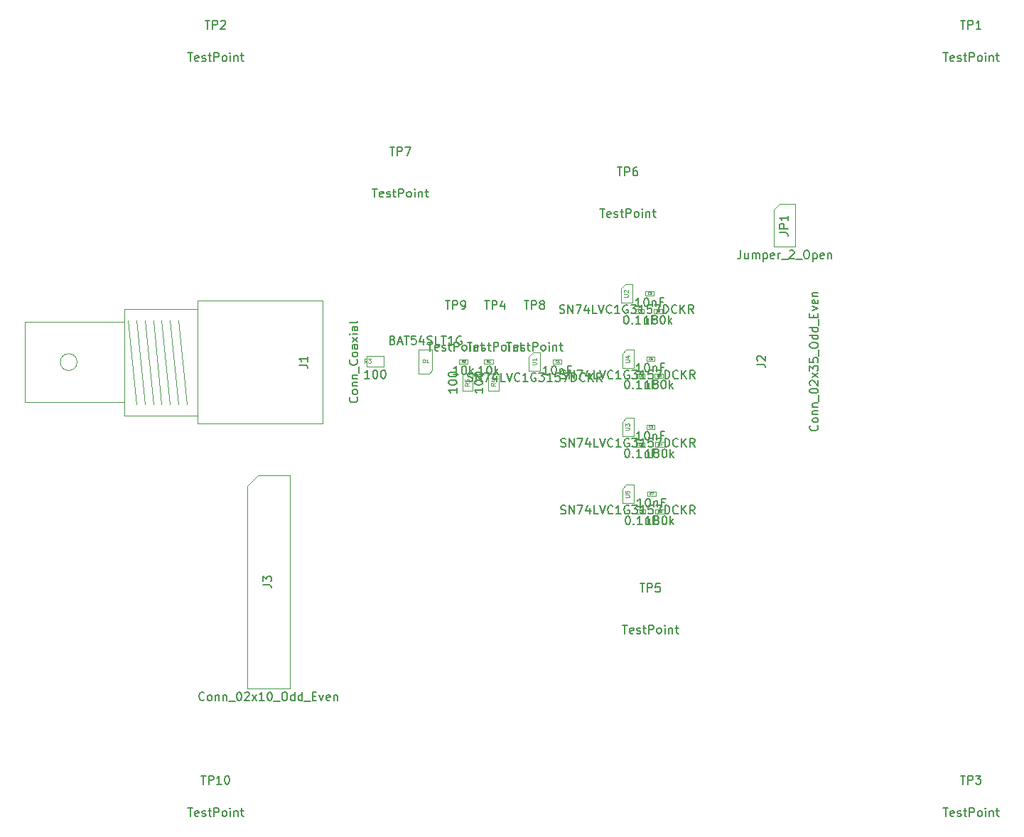
<source format=gbr>
%TF.GenerationSoftware,KiCad,Pcbnew,(7.0.0)*%
%TF.CreationDate,2023-12-14T15:04:28-05:00*%
%TF.ProjectId,singal-path-test-board,73696e67-616c-42d7-9061-74682d746573,rev?*%
%TF.SameCoordinates,Original*%
%TF.FileFunction,AssemblyDrawing,Top*%
%FSLAX46Y46*%
G04 Gerber Fmt 4.6, Leading zero omitted, Abs format (unit mm)*
G04 Created by KiCad (PCBNEW (7.0.0)) date 2023-12-14 15:04:28*
%MOMM*%
%LPD*%
G01*
G04 APERTURE LIST*
%ADD10C,0.150000*%
%ADD11C,0.075000*%
%ADD12C,0.040000*%
%ADD13C,0.080000*%
%ADD14C,0.060000*%
%ADD15C,0.100000*%
G04 APERTURE END LIST*
D10*
%TO.C,TP10*%
X76666666Y-163217380D02*
X77238094Y-163217380D01*
X76952380Y-164217380D02*
X76952380Y-163217380D01*
X77952380Y-164169761D02*
X77857142Y-164217380D01*
X77857142Y-164217380D02*
X77666666Y-164217380D01*
X77666666Y-164217380D02*
X77571428Y-164169761D01*
X77571428Y-164169761D02*
X77523809Y-164074523D01*
X77523809Y-164074523D02*
X77523809Y-163693571D01*
X77523809Y-163693571D02*
X77571428Y-163598333D01*
X77571428Y-163598333D02*
X77666666Y-163550714D01*
X77666666Y-163550714D02*
X77857142Y-163550714D01*
X77857142Y-163550714D02*
X77952380Y-163598333D01*
X77952380Y-163598333D02*
X77999999Y-163693571D01*
X77999999Y-163693571D02*
X77999999Y-163788809D01*
X77999999Y-163788809D02*
X77523809Y-163884047D01*
X78380952Y-164169761D02*
X78476190Y-164217380D01*
X78476190Y-164217380D02*
X78666666Y-164217380D01*
X78666666Y-164217380D02*
X78761904Y-164169761D01*
X78761904Y-164169761D02*
X78809523Y-164074523D01*
X78809523Y-164074523D02*
X78809523Y-164026904D01*
X78809523Y-164026904D02*
X78761904Y-163931666D01*
X78761904Y-163931666D02*
X78666666Y-163884047D01*
X78666666Y-163884047D02*
X78523809Y-163884047D01*
X78523809Y-163884047D02*
X78428571Y-163836428D01*
X78428571Y-163836428D02*
X78380952Y-163741190D01*
X78380952Y-163741190D02*
X78380952Y-163693571D01*
X78380952Y-163693571D02*
X78428571Y-163598333D01*
X78428571Y-163598333D02*
X78523809Y-163550714D01*
X78523809Y-163550714D02*
X78666666Y-163550714D01*
X78666666Y-163550714D02*
X78761904Y-163598333D01*
X79095238Y-163550714D02*
X79476190Y-163550714D01*
X79238095Y-163217380D02*
X79238095Y-164074523D01*
X79238095Y-164074523D02*
X79285714Y-164169761D01*
X79285714Y-164169761D02*
X79380952Y-164217380D01*
X79380952Y-164217380D02*
X79476190Y-164217380D01*
X79809524Y-164217380D02*
X79809524Y-163217380D01*
X79809524Y-163217380D02*
X80190476Y-163217380D01*
X80190476Y-163217380D02*
X80285714Y-163265000D01*
X80285714Y-163265000D02*
X80333333Y-163312619D01*
X80333333Y-163312619D02*
X80380952Y-163407857D01*
X80380952Y-163407857D02*
X80380952Y-163550714D01*
X80380952Y-163550714D02*
X80333333Y-163645952D01*
X80333333Y-163645952D02*
X80285714Y-163693571D01*
X80285714Y-163693571D02*
X80190476Y-163741190D01*
X80190476Y-163741190D02*
X79809524Y-163741190D01*
X80952381Y-164217380D02*
X80857143Y-164169761D01*
X80857143Y-164169761D02*
X80809524Y-164122142D01*
X80809524Y-164122142D02*
X80761905Y-164026904D01*
X80761905Y-164026904D02*
X80761905Y-163741190D01*
X80761905Y-163741190D02*
X80809524Y-163645952D01*
X80809524Y-163645952D02*
X80857143Y-163598333D01*
X80857143Y-163598333D02*
X80952381Y-163550714D01*
X80952381Y-163550714D02*
X81095238Y-163550714D01*
X81095238Y-163550714D02*
X81190476Y-163598333D01*
X81190476Y-163598333D02*
X81238095Y-163645952D01*
X81238095Y-163645952D02*
X81285714Y-163741190D01*
X81285714Y-163741190D02*
X81285714Y-164026904D01*
X81285714Y-164026904D02*
X81238095Y-164122142D01*
X81238095Y-164122142D02*
X81190476Y-164169761D01*
X81190476Y-164169761D02*
X81095238Y-164217380D01*
X81095238Y-164217380D02*
X80952381Y-164217380D01*
X81714286Y-164217380D02*
X81714286Y-163550714D01*
X81714286Y-163217380D02*
X81666667Y-163265000D01*
X81666667Y-163265000D02*
X81714286Y-163312619D01*
X81714286Y-163312619D02*
X81761905Y-163265000D01*
X81761905Y-163265000D02*
X81714286Y-163217380D01*
X81714286Y-163217380D02*
X81714286Y-163312619D01*
X82190476Y-163550714D02*
X82190476Y-164217380D01*
X82190476Y-163645952D02*
X82238095Y-163598333D01*
X82238095Y-163598333D02*
X82333333Y-163550714D01*
X82333333Y-163550714D02*
X82476190Y-163550714D01*
X82476190Y-163550714D02*
X82571428Y-163598333D01*
X82571428Y-163598333D02*
X82619047Y-163693571D01*
X82619047Y-163693571D02*
X82619047Y-164217380D01*
X82952381Y-163550714D02*
X83333333Y-163550714D01*
X83095238Y-163217380D02*
X83095238Y-164074523D01*
X83095238Y-164074523D02*
X83142857Y-164169761D01*
X83142857Y-164169761D02*
X83238095Y-164217380D01*
X83238095Y-164217380D02*
X83333333Y-164217380D01*
X78261905Y-159367380D02*
X78833333Y-159367380D01*
X78547619Y-160367380D02*
X78547619Y-159367380D01*
X79166667Y-160367380D02*
X79166667Y-159367380D01*
X79166667Y-159367380D02*
X79547619Y-159367380D01*
X79547619Y-159367380D02*
X79642857Y-159415000D01*
X79642857Y-159415000D02*
X79690476Y-159462619D01*
X79690476Y-159462619D02*
X79738095Y-159557857D01*
X79738095Y-159557857D02*
X79738095Y-159700714D01*
X79738095Y-159700714D02*
X79690476Y-159795952D01*
X79690476Y-159795952D02*
X79642857Y-159843571D01*
X79642857Y-159843571D02*
X79547619Y-159891190D01*
X79547619Y-159891190D02*
X79166667Y-159891190D01*
X80690476Y-160367380D02*
X80119048Y-160367380D01*
X80404762Y-160367380D02*
X80404762Y-159367380D01*
X80404762Y-159367380D02*
X80309524Y-159510238D01*
X80309524Y-159510238D02*
X80214286Y-159605476D01*
X80214286Y-159605476D02*
X80119048Y-159653095D01*
X81309524Y-159367380D02*
X81404762Y-159367380D01*
X81404762Y-159367380D02*
X81500000Y-159415000D01*
X81500000Y-159415000D02*
X81547619Y-159462619D01*
X81547619Y-159462619D02*
X81595238Y-159557857D01*
X81595238Y-159557857D02*
X81642857Y-159748333D01*
X81642857Y-159748333D02*
X81642857Y-159986428D01*
X81642857Y-159986428D02*
X81595238Y-160176904D01*
X81595238Y-160176904D02*
X81547619Y-160272142D01*
X81547619Y-160272142D02*
X81500000Y-160319761D01*
X81500000Y-160319761D02*
X81404762Y-160367380D01*
X81404762Y-160367380D02*
X81309524Y-160367380D01*
X81309524Y-160367380D02*
X81214286Y-160319761D01*
X81214286Y-160319761D02*
X81166667Y-160272142D01*
X81166667Y-160272142D02*
X81119048Y-160176904D01*
X81119048Y-160176904D02*
X81071429Y-159986428D01*
X81071429Y-159986428D02*
X81071429Y-159748333D01*
X81071429Y-159748333D02*
X81119048Y-159557857D01*
X81119048Y-159557857D02*
X81166667Y-159462619D01*
X81166667Y-159462619D02*
X81214286Y-159415000D01*
X81214286Y-159415000D02*
X81309524Y-159367380D01*
%TO.C,TP3*%
X166666666Y-163217380D02*
X167238094Y-163217380D01*
X166952380Y-164217380D02*
X166952380Y-163217380D01*
X167952380Y-164169761D02*
X167857142Y-164217380D01*
X167857142Y-164217380D02*
X167666666Y-164217380D01*
X167666666Y-164217380D02*
X167571428Y-164169761D01*
X167571428Y-164169761D02*
X167523809Y-164074523D01*
X167523809Y-164074523D02*
X167523809Y-163693571D01*
X167523809Y-163693571D02*
X167571428Y-163598333D01*
X167571428Y-163598333D02*
X167666666Y-163550714D01*
X167666666Y-163550714D02*
X167857142Y-163550714D01*
X167857142Y-163550714D02*
X167952380Y-163598333D01*
X167952380Y-163598333D02*
X167999999Y-163693571D01*
X167999999Y-163693571D02*
X167999999Y-163788809D01*
X167999999Y-163788809D02*
X167523809Y-163884047D01*
X168380952Y-164169761D02*
X168476190Y-164217380D01*
X168476190Y-164217380D02*
X168666666Y-164217380D01*
X168666666Y-164217380D02*
X168761904Y-164169761D01*
X168761904Y-164169761D02*
X168809523Y-164074523D01*
X168809523Y-164074523D02*
X168809523Y-164026904D01*
X168809523Y-164026904D02*
X168761904Y-163931666D01*
X168761904Y-163931666D02*
X168666666Y-163884047D01*
X168666666Y-163884047D02*
X168523809Y-163884047D01*
X168523809Y-163884047D02*
X168428571Y-163836428D01*
X168428571Y-163836428D02*
X168380952Y-163741190D01*
X168380952Y-163741190D02*
X168380952Y-163693571D01*
X168380952Y-163693571D02*
X168428571Y-163598333D01*
X168428571Y-163598333D02*
X168523809Y-163550714D01*
X168523809Y-163550714D02*
X168666666Y-163550714D01*
X168666666Y-163550714D02*
X168761904Y-163598333D01*
X169095238Y-163550714D02*
X169476190Y-163550714D01*
X169238095Y-163217380D02*
X169238095Y-164074523D01*
X169238095Y-164074523D02*
X169285714Y-164169761D01*
X169285714Y-164169761D02*
X169380952Y-164217380D01*
X169380952Y-164217380D02*
X169476190Y-164217380D01*
X169809524Y-164217380D02*
X169809524Y-163217380D01*
X169809524Y-163217380D02*
X170190476Y-163217380D01*
X170190476Y-163217380D02*
X170285714Y-163265000D01*
X170285714Y-163265000D02*
X170333333Y-163312619D01*
X170333333Y-163312619D02*
X170380952Y-163407857D01*
X170380952Y-163407857D02*
X170380952Y-163550714D01*
X170380952Y-163550714D02*
X170333333Y-163645952D01*
X170333333Y-163645952D02*
X170285714Y-163693571D01*
X170285714Y-163693571D02*
X170190476Y-163741190D01*
X170190476Y-163741190D02*
X169809524Y-163741190D01*
X170952381Y-164217380D02*
X170857143Y-164169761D01*
X170857143Y-164169761D02*
X170809524Y-164122142D01*
X170809524Y-164122142D02*
X170761905Y-164026904D01*
X170761905Y-164026904D02*
X170761905Y-163741190D01*
X170761905Y-163741190D02*
X170809524Y-163645952D01*
X170809524Y-163645952D02*
X170857143Y-163598333D01*
X170857143Y-163598333D02*
X170952381Y-163550714D01*
X170952381Y-163550714D02*
X171095238Y-163550714D01*
X171095238Y-163550714D02*
X171190476Y-163598333D01*
X171190476Y-163598333D02*
X171238095Y-163645952D01*
X171238095Y-163645952D02*
X171285714Y-163741190D01*
X171285714Y-163741190D02*
X171285714Y-164026904D01*
X171285714Y-164026904D02*
X171238095Y-164122142D01*
X171238095Y-164122142D02*
X171190476Y-164169761D01*
X171190476Y-164169761D02*
X171095238Y-164217380D01*
X171095238Y-164217380D02*
X170952381Y-164217380D01*
X171714286Y-164217380D02*
X171714286Y-163550714D01*
X171714286Y-163217380D02*
X171666667Y-163265000D01*
X171666667Y-163265000D02*
X171714286Y-163312619D01*
X171714286Y-163312619D02*
X171761905Y-163265000D01*
X171761905Y-163265000D02*
X171714286Y-163217380D01*
X171714286Y-163217380D02*
X171714286Y-163312619D01*
X172190476Y-163550714D02*
X172190476Y-164217380D01*
X172190476Y-163645952D02*
X172238095Y-163598333D01*
X172238095Y-163598333D02*
X172333333Y-163550714D01*
X172333333Y-163550714D02*
X172476190Y-163550714D01*
X172476190Y-163550714D02*
X172571428Y-163598333D01*
X172571428Y-163598333D02*
X172619047Y-163693571D01*
X172619047Y-163693571D02*
X172619047Y-164217380D01*
X172952381Y-163550714D02*
X173333333Y-163550714D01*
X173095238Y-163217380D02*
X173095238Y-164074523D01*
X173095238Y-164074523D02*
X173142857Y-164169761D01*
X173142857Y-164169761D02*
X173238095Y-164217380D01*
X173238095Y-164217380D02*
X173333333Y-164217380D01*
X168738095Y-159367380D02*
X169309523Y-159367380D01*
X169023809Y-160367380D02*
X169023809Y-159367380D01*
X169642857Y-160367380D02*
X169642857Y-159367380D01*
X169642857Y-159367380D02*
X170023809Y-159367380D01*
X170023809Y-159367380D02*
X170119047Y-159415000D01*
X170119047Y-159415000D02*
X170166666Y-159462619D01*
X170166666Y-159462619D02*
X170214285Y-159557857D01*
X170214285Y-159557857D02*
X170214285Y-159700714D01*
X170214285Y-159700714D02*
X170166666Y-159795952D01*
X170166666Y-159795952D02*
X170119047Y-159843571D01*
X170119047Y-159843571D02*
X170023809Y-159891190D01*
X170023809Y-159891190D02*
X169642857Y-159891190D01*
X170547619Y-159367380D02*
X171166666Y-159367380D01*
X171166666Y-159367380D02*
X170833333Y-159748333D01*
X170833333Y-159748333D02*
X170976190Y-159748333D01*
X170976190Y-159748333D02*
X171071428Y-159795952D01*
X171071428Y-159795952D02*
X171119047Y-159843571D01*
X171119047Y-159843571D02*
X171166666Y-159938809D01*
X171166666Y-159938809D02*
X171166666Y-160176904D01*
X171166666Y-160176904D02*
X171119047Y-160272142D01*
X171119047Y-160272142D02*
X171071428Y-160319761D01*
X171071428Y-160319761D02*
X170976190Y-160367380D01*
X170976190Y-160367380D02*
X170690476Y-160367380D01*
X170690476Y-160367380D02*
X170595238Y-160319761D01*
X170595238Y-160319761D02*
X170547619Y-160272142D01*
%TO.C,TP1*%
X166666666Y-73217380D02*
X167238094Y-73217380D01*
X166952380Y-74217380D02*
X166952380Y-73217380D01*
X167952380Y-74169761D02*
X167857142Y-74217380D01*
X167857142Y-74217380D02*
X167666666Y-74217380D01*
X167666666Y-74217380D02*
X167571428Y-74169761D01*
X167571428Y-74169761D02*
X167523809Y-74074523D01*
X167523809Y-74074523D02*
X167523809Y-73693571D01*
X167523809Y-73693571D02*
X167571428Y-73598333D01*
X167571428Y-73598333D02*
X167666666Y-73550714D01*
X167666666Y-73550714D02*
X167857142Y-73550714D01*
X167857142Y-73550714D02*
X167952380Y-73598333D01*
X167952380Y-73598333D02*
X167999999Y-73693571D01*
X167999999Y-73693571D02*
X167999999Y-73788809D01*
X167999999Y-73788809D02*
X167523809Y-73884047D01*
X168380952Y-74169761D02*
X168476190Y-74217380D01*
X168476190Y-74217380D02*
X168666666Y-74217380D01*
X168666666Y-74217380D02*
X168761904Y-74169761D01*
X168761904Y-74169761D02*
X168809523Y-74074523D01*
X168809523Y-74074523D02*
X168809523Y-74026904D01*
X168809523Y-74026904D02*
X168761904Y-73931666D01*
X168761904Y-73931666D02*
X168666666Y-73884047D01*
X168666666Y-73884047D02*
X168523809Y-73884047D01*
X168523809Y-73884047D02*
X168428571Y-73836428D01*
X168428571Y-73836428D02*
X168380952Y-73741190D01*
X168380952Y-73741190D02*
X168380952Y-73693571D01*
X168380952Y-73693571D02*
X168428571Y-73598333D01*
X168428571Y-73598333D02*
X168523809Y-73550714D01*
X168523809Y-73550714D02*
X168666666Y-73550714D01*
X168666666Y-73550714D02*
X168761904Y-73598333D01*
X169095238Y-73550714D02*
X169476190Y-73550714D01*
X169238095Y-73217380D02*
X169238095Y-74074523D01*
X169238095Y-74074523D02*
X169285714Y-74169761D01*
X169285714Y-74169761D02*
X169380952Y-74217380D01*
X169380952Y-74217380D02*
X169476190Y-74217380D01*
X169809524Y-74217380D02*
X169809524Y-73217380D01*
X169809524Y-73217380D02*
X170190476Y-73217380D01*
X170190476Y-73217380D02*
X170285714Y-73265000D01*
X170285714Y-73265000D02*
X170333333Y-73312619D01*
X170333333Y-73312619D02*
X170380952Y-73407857D01*
X170380952Y-73407857D02*
X170380952Y-73550714D01*
X170380952Y-73550714D02*
X170333333Y-73645952D01*
X170333333Y-73645952D02*
X170285714Y-73693571D01*
X170285714Y-73693571D02*
X170190476Y-73741190D01*
X170190476Y-73741190D02*
X169809524Y-73741190D01*
X170952381Y-74217380D02*
X170857143Y-74169761D01*
X170857143Y-74169761D02*
X170809524Y-74122142D01*
X170809524Y-74122142D02*
X170761905Y-74026904D01*
X170761905Y-74026904D02*
X170761905Y-73741190D01*
X170761905Y-73741190D02*
X170809524Y-73645952D01*
X170809524Y-73645952D02*
X170857143Y-73598333D01*
X170857143Y-73598333D02*
X170952381Y-73550714D01*
X170952381Y-73550714D02*
X171095238Y-73550714D01*
X171095238Y-73550714D02*
X171190476Y-73598333D01*
X171190476Y-73598333D02*
X171238095Y-73645952D01*
X171238095Y-73645952D02*
X171285714Y-73741190D01*
X171285714Y-73741190D02*
X171285714Y-74026904D01*
X171285714Y-74026904D02*
X171238095Y-74122142D01*
X171238095Y-74122142D02*
X171190476Y-74169761D01*
X171190476Y-74169761D02*
X171095238Y-74217380D01*
X171095238Y-74217380D02*
X170952381Y-74217380D01*
X171714286Y-74217380D02*
X171714286Y-73550714D01*
X171714286Y-73217380D02*
X171666667Y-73265000D01*
X171666667Y-73265000D02*
X171714286Y-73312619D01*
X171714286Y-73312619D02*
X171761905Y-73265000D01*
X171761905Y-73265000D02*
X171714286Y-73217380D01*
X171714286Y-73217380D02*
X171714286Y-73312619D01*
X172190476Y-73550714D02*
X172190476Y-74217380D01*
X172190476Y-73645952D02*
X172238095Y-73598333D01*
X172238095Y-73598333D02*
X172333333Y-73550714D01*
X172333333Y-73550714D02*
X172476190Y-73550714D01*
X172476190Y-73550714D02*
X172571428Y-73598333D01*
X172571428Y-73598333D02*
X172619047Y-73693571D01*
X172619047Y-73693571D02*
X172619047Y-74217380D01*
X172952381Y-73550714D02*
X173333333Y-73550714D01*
X173095238Y-73217380D02*
X173095238Y-74074523D01*
X173095238Y-74074523D02*
X173142857Y-74169761D01*
X173142857Y-74169761D02*
X173238095Y-74217380D01*
X173238095Y-74217380D02*
X173333333Y-74217380D01*
X168738095Y-69367380D02*
X169309523Y-69367380D01*
X169023809Y-70367380D02*
X169023809Y-69367380D01*
X169642857Y-70367380D02*
X169642857Y-69367380D01*
X169642857Y-69367380D02*
X170023809Y-69367380D01*
X170023809Y-69367380D02*
X170119047Y-69415000D01*
X170119047Y-69415000D02*
X170166666Y-69462619D01*
X170166666Y-69462619D02*
X170214285Y-69557857D01*
X170214285Y-69557857D02*
X170214285Y-69700714D01*
X170214285Y-69700714D02*
X170166666Y-69795952D01*
X170166666Y-69795952D02*
X170119047Y-69843571D01*
X170119047Y-69843571D02*
X170023809Y-69891190D01*
X170023809Y-69891190D02*
X169642857Y-69891190D01*
X171166666Y-70367380D02*
X170595238Y-70367380D01*
X170880952Y-70367380D02*
X170880952Y-69367380D01*
X170880952Y-69367380D02*
X170785714Y-69510238D01*
X170785714Y-69510238D02*
X170690476Y-69605476D01*
X170690476Y-69605476D02*
X170595238Y-69653095D01*
%TO.C,TP2*%
X76666666Y-73217380D02*
X77238094Y-73217380D01*
X76952380Y-74217380D02*
X76952380Y-73217380D01*
X77952380Y-74169761D02*
X77857142Y-74217380D01*
X77857142Y-74217380D02*
X77666666Y-74217380D01*
X77666666Y-74217380D02*
X77571428Y-74169761D01*
X77571428Y-74169761D02*
X77523809Y-74074523D01*
X77523809Y-74074523D02*
X77523809Y-73693571D01*
X77523809Y-73693571D02*
X77571428Y-73598333D01*
X77571428Y-73598333D02*
X77666666Y-73550714D01*
X77666666Y-73550714D02*
X77857142Y-73550714D01*
X77857142Y-73550714D02*
X77952380Y-73598333D01*
X77952380Y-73598333D02*
X77999999Y-73693571D01*
X77999999Y-73693571D02*
X77999999Y-73788809D01*
X77999999Y-73788809D02*
X77523809Y-73884047D01*
X78380952Y-74169761D02*
X78476190Y-74217380D01*
X78476190Y-74217380D02*
X78666666Y-74217380D01*
X78666666Y-74217380D02*
X78761904Y-74169761D01*
X78761904Y-74169761D02*
X78809523Y-74074523D01*
X78809523Y-74074523D02*
X78809523Y-74026904D01*
X78809523Y-74026904D02*
X78761904Y-73931666D01*
X78761904Y-73931666D02*
X78666666Y-73884047D01*
X78666666Y-73884047D02*
X78523809Y-73884047D01*
X78523809Y-73884047D02*
X78428571Y-73836428D01*
X78428571Y-73836428D02*
X78380952Y-73741190D01*
X78380952Y-73741190D02*
X78380952Y-73693571D01*
X78380952Y-73693571D02*
X78428571Y-73598333D01*
X78428571Y-73598333D02*
X78523809Y-73550714D01*
X78523809Y-73550714D02*
X78666666Y-73550714D01*
X78666666Y-73550714D02*
X78761904Y-73598333D01*
X79095238Y-73550714D02*
X79476190Y-73550714D01*
X79238095Y-73217380D02*
X79238095Y-74074523D01*
X79238095Y-74074523D02*
X79285714Y-74169761D01*
X79285714Y-74169761D02*
X79380952Y-74217380D01*
X79380952Y-74217380D02*
X79476190Y-74217380D01*
X79809524Y-74217380D02*
X79809524Y-73217380D01*
X79809524Y-73217380D02*
X80190476Y-73217380D01*
X80190476Y-73217380D02*
X80285714Y-73265000D01*
X80285714Y-73265000D02*
X80333333Y-73312619D01*
X80333333Y-73312619D02*
X80380952Y-73407857D01*
X80380952Y-73407857D02*
X80380952Y-73550714D01*
X80380952Y-73550714D02*
X80333333Y-73645952D01*
X80333333Y-73645952D02*
X80285714Y-73693571D01*
X80285714Y-73693571D02*
X80190476Y-73741190D01*
X80190476Y-73741190D02*
X79809524Y-73741190D01*
X80952381Y-74217380D02*
X80857143Y-74169761D01*
X80857143Y-74169761D02*
X80809524Y-74122142D01*
X80809524Y-74122142D02*
X80761905Y-74026904D01*
X80761905Y-74026904D02*
X80761905Y-73741190D01*
X80761905Y-73741190D02*
X80809524Y-73645952D01*
X80809524Y-73645952D02*
X80857143Y-73598333D01*
X80857143Y-73598333D02*
X80952381Y-73550714D01*
X80952381Y-73550714D02*
X81095238Y-73550714D01*
X81095238Y-73550714D02*
X81190476Y-73598333D01*
X81190476Y-73598333D02*
X81238095Y-73645952D01*
X81238095Y-73645952D02*
X81285714Y-73741190D01*
X81285714Y-73741190D02*
X81285714Y-74026904D01*
X81285714Y-74026904D02*
X81238095Y-74122142D01*
X81238095Y-74122142D02*
X81190476Y-74169761D01*
X81190476Y-74169761D02*
X81095238Y-74217380D01*
X81095238Y-74217380D02*
X80952381Y-74217380D01*
X81714286Y-74217380D02*
X81714286Y-73550714D01*
X81714286Y-73217380D02*
X81666667Y-73265000D01*
X81666667Y-73265000D02*
X81714286Y-73312619D01*
X81714286Y-73312619D02*
X81761905Y-73265000D01*
X81761905Y-73265000D02*
X81714286Y-73217380D01*
X81714286Y-73217380D02*
X81714286Y-73312619D01*
X82190476Y-73550714D02*
X82190476Y-74217380D01*
X82190476Y-73645952D02*
X82238095Y-73598333D01*
X82238095Y-73598333D02*
X82333333Y-73550714D01*
X82333333Y-73550714D02*
X82476190Y-73550714D01*
X82476190Y-73550714D02*
X82571428Y-73598333D01*
X82571428Y-73598333D02*
X82619047Y-73693571D01*
X82619047Y-73693571D02*
X82619047Y-74217380D01*
X82952381Y-73550714D02*
X83333333Y-73550714D01*
X83095238Y-73217380D02*
X83095238Y-74074523D01*
X83095238Y-74074523D02*
X83142857Y-74169761D01*
X83142857Y-74169761D02*
X83238095Y-74217380D01*
X83238095Y-74217380D02*
X83333333Y-74217380D01*
X78738095Y-69367380D02*
X79309523Y-69367380D01*
X79023809Y-70367380D02*
X79023809Y-69367380D01*
X79642857Y-70367380D02*
X79642857Y-69367380D01*
X79642857Y-69367380D02*
X80023809Y-69367380D01*
X80023809Y-69367380D02*
X80119047Y-69415000D01*
X80119047Y-69415000D02*
X80166666Y-69462619D01*
X80166666Y-69462619D02*
X80214285Y-69557857D01*
X80214285Y-69557857D02*
X80214285Y-69700714D01*
X80214285Y-69700714D02*
X80166666Y-69795952D01*
X80166666Y-69795952D02*
X80119047Y-69843571D01*
X80119047Y-69843571D02*
X80023809Y-69891190D01*
X80023809Y-69891190D02*
X79642857Y-69891190D01*
X80595238Y-69462619D02*
X80642857Y-69415000D01*
X80642857Y-69415000D02*
X80738095Y-69367380D01*
X80738095Y-69367380D02*
X80976190Y-69367380D01*
X80976190Y-69367380D02*
X81071428Y-69415000D01*
X81071428Y-69415000D02*
X81119047Y-69462619D01*
X81119047Y-69462619D02*
X81166666Y-69557857D01*
X81166666Y-69557857D02*
X81166666Y-69653095D01*
X81166666Y-69653095D02*
X81119047Y-69795952D01*
X81119047Y-69795952D02*
X80547619Y-70367380D01*
X80547619Y-70367380D02*
X81166666Y-70367380D01*
%TO.C,U5*%
X121123809Y-128119761D02*
X121266666Y-128167380D01*
X121266666Y-128167380D02*
X121504761Y-128167380D01*
X121504761Y-128167380D02*
X121599999Y-128119761D01*
X121599999Y-128119761D02*
X121647618Y-128072142D01*
X121647618Y-128072142D02*
X121695237Y-127976904D01*
X121695237Y-127976904D02*
X121695237Y-127881666D01*
X121695237Y-127881666D02*
X121647618Y-127786428D01*
X121647618Y-127786428D02*
X121599999Y-127738809D01*
X121599999Y-127738809D02*
X121504761Y-127691190D01*
X121504761Y-127691190D02*
X121314285Y-127643571D01*
X121314285Y-127643571D02*
X121219047Y-127595952D01*
X121219047Y-127595952D02*
X121171428Y-127548333D01*
X121171428Y-127548333D02*
X121123809Y-127453095D01*
X121123809Y-127453095D02*
X121123809Y-127357857D01*
X121123809Y-127357857D02*
X121171428Y-127262619D01*
X121171428Y-127262619D02*
X121219047Y-127215000D01*
X121219047Y-127215000D02*
X121314285Y-127167380D01*
X121314285Y-127167380D02*
X121552380Y-127167380D01*
X121552380Y-127167380D02*
X121695237Y-127215000D01*
X122123809Y-128167380D02*
X122123809Y-127167380D01*
X122123809Y-127167380D02*
X122695237Y-128167380D01*
X122695237Y-128167380D02*
X122695237Y-127167380D01*
X123076190Y-127167380D02*
X123742856Y-127167380D01*
X123742856Y-127167380D02*
X123314285Y-128167380D01*
X124552380Y-127500714D02*
X124552380Y-128167380D01*
X124314285Y-127119761D02*
X124076190Y-127834047D01*
X124076190Y-127834047D02*
X124695237Y-127834047D01*
X125552380Y-128167380D02*
X125076190Y-128167380D01*
X125076190Y-128167380D02*
X125076190Y-127167380D01*
X125742857Y-127167380D02*
X126076190Y-128167380D01*
X126076190Y-128167380D02*
X126409523Y-127167380D01*
X127314285Y-128072142D02*
X127266666Y-128119761D01*
X127266666Y-128119761D02*
X127123809Y-128167380D01*
X127123809Y-128167380D02*
X127028571Y-128167380D01*
X127028571Y-128167380D02*
X126885714Y-128119761D01*
X126885714Y-128119761D02*
X126790476Y-128024523D01*
X126790476Y-128024523D02*
X126742857Y-127929285D01*
X126742857Y-127929285D02*
X126695238Y-127738809D01*
X126695238Y-127738809D02*
X126695238Y-127595952D01*
X126695238Y-127595952D02*
X126742857Y-127405476D01*
X126742857Y-127405476D02*
X126790476Y-127310238D01*
X126790476Y-127310238D02*
X126885714Y-127215000D01*
X126885714Y-127215000D02*
X127028571Y-127167380D01*
X127028571Y-127167380D02*
X127123809Y-127167380D01*
X127123809Y-127167380D02*
X127266666Y-127215000D01*
X127266666Y-127215000D02*
X127314285Y-127262619D01*
X128266666Y-128167380D02*
X127695238Y-128167380D01*
X127980952Y-128167380D02*
X127980952Y-127167380D01*
X127980952Y-127167380D02*
X127885714Y-127310238D01*
X127885714Y-127310238D02*
X127790476Y-127405476D01*
X127790476Y-127405476D02*
X127695238Y-127453095D01*
X129219047Y-127215000D02*
X129123809Y-127167380D01*
X129123809Y-127167380D02*
X128980952Y-127167380D01*
X128980952Y-127167380D02*
X128838095Y-127215000D01*
X128838095Y-127215000D02*
X128742857Y-127310238D01*
X128742857Y-127310238D02*
X128695238Y-127405476D01*
X128695238Y-127405476D02*
X128647619Y-127595952D01*
X128647619Y-127595952D02*
X128647619Y-127738809D01*
X128647619Y-127738809D02*
X128695238Y-127929285D01*
X128695238Y-127929285D02*
X128742857Y-128024523D01*
X128742857Y-128024523D02*
X128838095Y-128119761D01*
X128838095Y-128119761D02*
X128980952Y-128167380D01*
X128980952Y-128167380D02*
X129076190Y-128167380D01*
X129076190Y-128167380D02*
X129219047Y-128119761D01*
X129219047Y-128119761D02*
X129266666Y-128072142D01*
X129266666Y-128072142D02*
X129266666Y-127738809D01*
X129266666Y-127738809D02*
X129076190Y-127738809D01*
X129600000Y-127167380D02*
X130219047Y-127167380D01*
X130219047Y-127167380D02*
X129885714Y-127548333D01*
X129885714Y-127548333D02*
X130028571Y-127548333D01*
X130028571Y-127548333D02*
X130123809Y-127595952D01*
X130123809Y-127595952D02*
X130171428Y-127643571D01*
X130171428Y-127643571D02*
X130219047Y-127738809D01*
X130219047Y-127738809D02*
X130219047Y-127976904D01*
X130219047Y-127976904D02*
X130171428Y-128072142D01*
X130171428Y-128072142D02*
X130123809Y-128119761D01*
X130123809Y-128119761D02*
X130028571Y-128167380D01*
X130028571Y-128167380D02*
X129742857Y-128167380D01*
X129742857Y-128167380D02*
X129647619Y-128119761D01*
X129647619Y-128119761D02*
X129600000Y-128072142D01*
X131171428Y-128167380D02*
X130600000Y-128167380D01*
X130885714Y-128167380D02*
X130885714Y-127167380D01*
X130885714Y-127167380D02*
X130790476Y-127310238D01*
X130790476Y-127310238D02*
X130695238Y-127405476D01*
X130695238Y-127405476D02*
X130600000Y-127453095D01*
X132076190Y-127167380D02*
X131600000Y-127167380D01*
X131600000Y-127167380D02*
X131552381Y-127643571D01*
X131552381Y-127643571D02*
X131600000Y-127595952D01*
X131600000Y-127595952D02*
X131695238Y-127548333D01*
X131695238Y-127548333D02*
X131933333Y-127548333D01*
X131933333Y-127548333D02*
X132028571Y-127595952D01*
X132028571Y-127595952D02*
X132076190Y-127643571D01*
X132076190Y-127643571D02*
X132123809Y-127738809D01*
X132123809Y-127738809D02*
X132123809Y-127976904D01*
X132123809Y-127976904D02*
X132076190Y-128072142D01*
X132076190Y-128072142D02*
X132028571Y-128119761D01*
X132028571Y-128119761D02*
X131933333Y-128167380D01*
X131933333Y-128167380D02*
X131695238Y-128167380D01*
X131695238Y-128167380D02*
X131600000Y-128119761D01*
X131600000Y-128119761D02*
X131552381Y-128072142D01*
X132457143Y-127167380D02*
X133123809Y-127167380D01*
X133123809Y-127167380D02*
X132695238Y-128167380D01*
X133504762Y-128167380D02*
X133504762Y-127167380D01*
X133504762Y-127167380D02*
X133742857Y-127167380D01*
X133742857Y-127167380D02*
X133885714Y-127215000D01*
X133885714Y-127215000D02*
X133980952Y-127310238D01*
X133980952Y-127310238D02*
X134028571Y-127405476D01*
X134028571Y-127405476D02*
X134076190Y-127595952D01*
X134076190Y-127595952D02*
X134076190Y-127738809D01*
X134076190Y-127738809D02*
X134028571Y-127929285D01*
X134028571Y-127929285D02*
X133980952Y-128024523D01*
X133980952Y-128024523D02*
X133885714Y-128119761D01*
X133885714Y-128119761D02*
X133742857Y-128167380D01*
X133742857Y-128167380D02*
X133504762Y-128167380D01*
X135076190Y-128072142D02*
X135028571Y-128119761D01*
X135028571Y-128119761D02*
X134885714Y-128167380D01*
X134885714Y-128167380D02*
X134790476Y-128167380D01*
X134790476Y-128167380D02*
X134647619Y-128119761D01*
X134647619Y-128119761D02*
X134552381Y-128024523D01*
X134552381Y-128024523D02*
X134504762Y-127929285D01*
X134504762Y-127929285D02*
X134457143Y-127738809D01*
X134457143Y-127738809D02*
X134457143Y-127595952D01*
X134457143Y-127595952D02*
X134504762Y-127405476D01*
X134504762Y-127405476D02*
X134552381Y-127310238D01*
X134552381Y-127310238D02*
X134647619Y-127215000D01*
X134647619Y-127215000D02*
X134790476Y-127167380D01*
X134790476Y-127167380D02*
X134885714Y-127167380D01*
X134885714Y-127167380D02*
X135028571Y-127215000D01*
X135028571Y-127215000D02*
X135076190Y-127262619D01*
X135504762Y-128167380D02*
X135504762Y-127167380D01*
X136076190Y-128167380D02*
X135647619Y-127595952D01*
X136076190Y-127167380D02*
X135504762Y-127738809D01*
X137076190Y-128167380D02*
X136742857Y-127691190D01*
X136504762Y-128167380D02*
X136504762Y-127167380D01*
X136504762Y-127167380D02*
X136885714Y-127167380D01*
X136885714Y-127167380D02*
X136980952Y-127215000D01*
X136980952Y-127215000D02*
X137028571Y-127262619D01*
X137028571Y-127262619D02*
X137076190Y-127357857D01*
X137076190Y-127357857D02*
X137076190Y-127500714D01*
X137076190Y-127500714D02*
X137028571Y-127595952D01*
X137028571Y-127595952D02*
X136980952Y-127643571D01*
X136980952Y-127643571D02*
X136885714Y-127691190D01*
X136885714Y-127691190D02*
X136504762Y-127691190D01*
D11*
X128783690Y-126180952D02*
X129188452Y-126180952D01*
X129188452Y-126180952D02*
X129236071Y-126157142D01*
X129236071Y-126157142D02*
X129259880Y-126133333D01*
X129259880Y-126133333D02*
X129283690Y-126085714D01*
X129283690Y-126085714D02*
X129283690Y-125990476D01*
X129283690Y-125990476D02*
X129259880Y-125942857D01*
X129259880Y-125942857D02*
X129236071Y-125919047D01*
X129236071Y-125919047D02*
X129188452Y-125895238D01*
X129188452Y-125895238D02*
X128783690Y-125895238D01*
X128783690Y-125419047D02*
X128783690Y-125657142D01*
X128783690Y-125657142D02*
X129021785Y-125680951D01*
X129021785Y-125680951D02*
X128997976Y-125657142D01*
X128997976Y-125657142D02*
X128974166Y-125609523D01*
X128974166Y-125609523D02*
X128974166Y-125490475D01*
X128974166Y-125490475D02*
X128997976Y-125442856D01*
X128997976Y-125442856D02*
X129021785Y-125419047D01*
X129021785Y-125419047D02*
X129069404Y-125395237D01*
X129069404Y-125395237D02*
X129188452Y-125395237D01*
X129188452Y-125395237D02*
X129236071Y-125419047D01*
X129236071Y-125419047D02*
X129259880Y-125442856D01*
X129259880Y-125442856D02*
X129283690Y-125490475D01*
X129283690Y-125490475D02*
X129283690Y-125609523D01*
X129283690Y-125609523D02*
X129259880Y-125657142D01*
X129259880Y-125657142D02*
X129236071Y-125680951D01*
D10*
%TO.C,U4*%
X121123809Y-112019761D02*
X121266666Y-112067380D01*
X121266666Y-112067380D02*
X121504761Y-112067380D01*
X121504761Y-112067380D02*
X121599999Y-112019761D01*
X121599999Y-112019761D02*
X121647618Y-111972142D01*
X121647618Y-111972142D02*
X121695237Y-111876904D01*
X121695237Y-111876904D02*
X121695237Y-111781666D01*
X121695237Y-111781666D02*
X121647618Y-111686428D01*
X121647618Y-111686428D02*
X121599999Y-111638809D01*
X121599999Y-111638809D02*
X121504761Y-111591190D01*
X121504761Y-111591190D02*
X121314285Y-111543571D01*
X121314285Y-111543571D02*
X121219047Y-111495952D01*
X121219047Y-111495952D02*
X121171428Y-111448333D01*
X121171428Y-111448333D02*
X121123809Y-111353095D01*
X121123809Y-111353095D02*
X121123809Y-111257857D01*
X121123809Y-111257857D02*
X121171428Y-111162619D01*
X121171428Y-111162619D02*
X121219047Y-111115000D01*
X121219047Y-111115000D02*
X121314285Y-111067380D01*
X121314285Y-111067380D02*
X121552380Y-111067380D01*
X121552380Y-111067380D02*
X121695237Y-111115000D01*
X122123809Y-112067380D02*
X122123809Y-111067380D01*
X122123809Y-111067380D02*
X122695237Y-112067380D01*
X122695237Y-112067380D02*
X122695237Y-111067380D01*
X123076190Y-111067380D02*
X123742856Y-111067380D01*
X123742856Y-111067380D02*
X123314285Y-112067380D01*
X124552380Y-111400714D02*
X124552380Y-112067380D01*
X124314285Y-111019761D02*
X124076190Y-111734047D01*
X124076190Y-111734047D02*
X124695237Y-111734047D01*
X125552380Y-112067380D02*
X125076190Y-112067380D01*
X125076190Y-112067380D02*
X125076190Y-111067380D01*
X125742857Y-111067380D02*
X126076190Y-112067380D01*
X126076190Y-112067380D02*
X126409523Y-111067380D01*
X127314285Y-111972142D02*
X127266666Y-112019761D01*
X127266666Y-112019761D02*
X127123809Y-112067380D01*
X127123809Y-112067380D02*
X127028571Y-112067380D01*
X127028571Y-112067380D02*
X126885714Y-112019761D01*
X126885714Y-112019761D02*
X126790476Y-111924523D01*
X126790476Y-111924523D02*
X126742857Y-111829285D01*
X126742857Y-111829285D02*
X126695238Y-111638809D01*
X126695238Y-111638809D02*
X126695238Y-111495952D01*
X126695238Y-111495952D02*
X126742857Y-111305476D01*
X126742857Y-111305476D02*
X126790476Y-111210238D01*
X126790476Y-111210238D02*
X126885714Y-111115000D01*
X126885714Y-111115000D02*
X127028571Y-111067380D01*
X127028571Y-111067380D02*
X127123809Y-111067380D01*
X127123809Y-111067380D02*
X127266666Y-111115000D01*
X127266666Y-111115000D02*
X127314285Y-111162619D01*
X128266666Y-112067380D02*
X127695238Y-112067380D01*
X127980952Y-112067380D02*
X127980952Y-111067380D01*
X127980952Y-111067380D02*
X127885714Y-111210238D01*
X127885714Y-111210238D02*
X127790476Y-111305476D01*
X127790476Y-111305476D02*
X127695238Y-111353095D01*
X129219047Y-111115000D02*
X129123809Y-111067380D01*
X129123809Y-111067380D02*
X128980952Y-111067380D01*
X128980952Y-111067380D02*
X128838095Y-111115000D01*
X128838095Y-111115000D02*
X128742857Y-111210238D01*
X128742857Y-111210238D02*
X128695238Y-111305476D01*
X128695238Y-111305476D02*
X128647619Y-111495952D01*
X128647619Y-111495952D02*
X128647619Y-111638809D01*
X128647619Y-111638809D02*
X128695238Y-111829285D01*
X128695238Y-111829285D02*
X128742857Y-111924523D01*
X128742857Y-111924523D02*
X128838095Y-112019761D01*
X128838095Y-112019761D02*
X128980952Y-112067380D01*
X128980952Y-112067380D02*
X129076190Y-112067380D01*
X129076190Y-112067380D02*
X129219047Y-112019761D01*
X129219047Y-112019761D02*
X129266666Y-111972142D01*
X129266666Y-111972142D02*
X129266666Y-111638809D01*
X129266666Y-111638809D02*
X129076190Y-111638809D01*
X129600000Y-111067380D02*
X130219047Y-111067380D01*
X130219047Y-111067380D02*
X129885714Y-111448333D01*
X129885714Y-111448333D02*
X130028571Y-111448333D01*
X130028571Y-111448333D02*
X130123809Y-111495952D01*
X130123809Y-111495952D02*
X130171428Y-111543571D01*
X130171428Y-111543571D02*
X130219047Y-111638809D01*
X130219047Y-111638809D02*
X130219047Y-111876904D01*
X130219047Y-111876904D02*
X130171428Y-111972142D01*
X130171428Y-111972142D02*
X130123809Y-112019761D01*
X130123809Y-112019761D02*
X130028571Y-112067380D01*
X130028571Y-112067380D02*
X129742857Y-112067380D01*
X129742857Y-112067380D02*
X129647619Y-112019761D01*
X129647619Y-112019761D02*
X129600000Y-111972142D01*
X131171428Y-112067380D02*
X130600000Y-112067380D01*
X130885714Y-112067380D02*
X130885714Y-111067380D01*
X130885714Y-111067380D02*
X130790476Y-111210238D01*
X130790476Y-111210238D02*
X130695238Y-111305476D01*
X130695238Y-111305476D02*
X130600000Y-111353095D01*
X132076190Y-111067380D02*
X131600000Y-111067380D01*
X131600000Y-111067380D02*
X131552381Y-111543571D01*
X131552381Y-111543571D02*
X131600000Y-111495952D01*
X131600000Y-111495952D02*
X131695238Y-111448333D01*
X131695238Y-111448333D02*
X131933333Y-111448333D01*
X131933333Y-111448333D02*
X132028571Y-111495952D01*
X132028571Y-111495952D02*
X132076190Y-111543571D01*
X132076190Y-111543571D02*
X132123809Y-111638809D01*
X132123809Y-111638809D02*
X132123809Y-111876904D01*
X132123809Y-111876904D02*
X132076190Y-111972142D01*
X132076190Y-111972142D02*
X132028571Y-112019761D01*
X132028571Y-112019761D02*
X131933333Y-112067380D01*
X131933333Y-112067380D02*
X131695238Y-112067380D01*
X131695238Y-112067380D02*
X131600000Y-112019761D01*
X131600000Y-112019761D02*
X131552381Y-111972142D01*
X132457143Y-111067380D02*
X133123809Y-111067380D01*
X133123809Y-111067380D02*
X132695238Y-112067380D01*
X133504762Y-112067380D02*
X133504762Y-111067380D01*
X133504762Y-111067380D02*
X133742857Y-111067380D01*
X133742857Y-111067380D02*
X133885714Y-111115000D01*
X133885714Y-111115000D02*
X133980952Y-111210238D01*
X133980952Y-111210238D02*
X134028571Y-111305476D01*
X134028571Y-111305476D02*
X134076190Y-111495952D01*
X134076190Y-111495952D02*
X134076190Y-111638809D01*
X134076190Y-111638809D02*
X134028571Y-111829285D01*
X134028571Y-111829285D02*
X133980952Y-111924523D01*
X133980952Y-111924523D02*
X133885714Y-112019761D01*
X133885714Y-112019761D02*
X133742857Y-112067380D01*
X133742857Y-112067380D02*
X133504762Y-112067380D01*
X135076190Y-111972142D02*
X135028571Y-112019761D01*
X135028571Y-112019761D02*
X134885714Y-112067380D01*
X134885714Y-112067380D02*
X134790476Y-112067380D01*
X134790476Y-112067380D02*
X134647619Y-112019761D01*
X134647619Y-112019761D02*
X134552381Y-111924523D01*
X134552381Y-111924523D02*
X134504762Y-111829285D01*
X134504762Y-111829285D02*
X134457143Y-111638809D01*
X134457143Y-111638809D02*
X134457143Y-111495952D01*
X134457143Y-111495952D02*
X134504762Y-111305476D01*
X134504762Y-111305476D02*
X134552381Y-111210238D01*
X134552381Y-111210238D02*
X134647619Y-111115000D01*
X134647619Y-111115000D02*
X134790476Y-111067380D01*
X134790476Y-111067380D02*
X134885714Y-111067380D01*
X134885714Y-111067380D02*
X135028571Y-111115000D01*
X135028571Y-111115000D02*
X135076190Y-111162619D01*
X135504762Y-112067380D02*
X135504762Y-111067380D01*
X136076190Y-112067380D02*
X135647619Y-111495952D01*
X136076190Y-111067380D02*
X135504762Y-111638809D01*
X137076190Y-112067380D02*
X136742857Y-111591190D01*
X136504762Y-112067380D02*
X136504762Y-111067380D01*
X136504762Y-111067380D02*
X136885714Y-111067380D01*
X136885714Y-111067380D02*
X136980952Y-111115000D01*
X136980952Y-111115000D02*
X137028571Y-111162619D01*
X137028571Y-111162619D02*
X137076190Y-111257857D01*
X137076190Y-111257857D02*
X137076190Y-111400714D01*
X137076190Y-111400714D02*
X137028571Y-111495952D01*
X137028571Y-111495952D02*
X136980952Y-111543571D01*
X136980952Y-111543571D02*
X136885714Y-111591190D01*
X136885714Y-111591190D02*
X136504762Y-111591190D01*
D11*
X128783690Y-110080952D02*
X129188452Y-110080952D01*
X129188452Y-110080952D02*
X129236071Y-110057142D01*
X129236071Y-110057142D02*
X129259880Y-110033333D01*
X129259880Y-110033333D02*
X129283690Y-109985714D01*
X129283690Y-109985714D02*
X129283690Y-109890476D01*
X129283690Y-109890476D02*
X129259880Y-109842857D01*
X129259880Y-109842857D02*
X129236071Y-109819047D01*
X129236071Y-109819047D02*
X129188452Y-109795238D01*
X129188452Y-109795238D02*
X128783690Y-109795238D01*
X128950357Y-109342856D02*
X129283690Y-109342856D01*
X128759880Y-109461904D02*
X129117023Y-109580951D01*
X129117023Y-109580951D02*
X129117023Y-109271428D01*
D10*
%TO.C,U3*%
X121123809Y-120119761D02*
X121266666Y-120167380D01*
X121266666Y-120167380D02*
X121504761Y-120167380D01*
X121504761Y-120167380D02*
X121599999Y-120119761D01*
X121599999Y-120119761D02*
X121647618Y-120072142D01*
X121647618Y-120072142D02*
X121695237Y-119976904D01*
X121695237Y-119976904D02*
X121695237Y-119881666D01*
X121695237Y-119881666D02*
X121647618Y-119786428D01*
X121647618Y-119786428D02*
X121599999Y-119738809D01*
X121599999Y-119738809D02*
X121504761Y-119691190D01*
X121504761Y-119691190D02*
X121314285Y-119643571D01*
X121314285Y-119643571D02*
X121219047Y-119595952D01*
X121219047Y-119595952D02*
X121171428Y-119548333D01*
X121171428Y-119548333D02*
X121123809Y-119453095D01*
X121123809Y-119453095D02*
X121123809Y-119357857D01*
X121123809Y-119357857D02*
X121171428Y-119262619D01*
X121171428Y-119262619D02*
X121219047Y-119215000D01*
X121219047Y-119215000D02*
X121314285Y-119167380D01*
X121314285Y-119167380D02*
X121552380Y-119167380D01*
X121552380Y-119167380D02*
X121695237Y-119215000D01*
X122123809Y-120167380D02*
X122123809Y-119167380D01*
X122123809Y-119167380D02*
X122695237Y-120167380D01*
X122695237Y-120167380D02*
X122695237Y-119167380D01*
X123076190Y-119167380D02*
X123742856Y-119167380D01*
X123742856Y-119167380D02*
X123314285Y-120167380D01*
X124552380Y-119500714D02*
X124552380Y-120167380D01*
X124314285Y-119119761D02*
X124076190Y-119834047D01*
X124076190Y-119834047D02*
X124695237Y-119834047D01*
X125552380Y-120167380D02*
X125076190Y-120167380D01*
X125076190Y-120167380D02*
X125076190Y-119167380D01*
X125742857Y-119167380D02*
X126076190Y-120167380D01*
X126076190Y-120167380D02*
X126409523Y-119167380D01*
X127314285Y-120072142D02*
X127266666Y-120119761D01*
X127266666Y-120119761D02*
X127123809Y-120167380D01*
X127123809Y-120167380D02*
X127028571Y-120167380D01*
X127028571Y-120167380D02*
X126885714Y-120119761D01*
X126885714Y-120119761D02*
X126790476Y-120024523D01*
X126790476Y-120024523D02*
X126742857Y-119929285D01*
X126742857Y-119929285D02*
X126695238Y-119738809D01*
X126695238Y-119738809D02*
X126695238Y-119595952D01*
X126695238Y-119595952D02*
X126742857Y-119405476D01*
X126742857Y-119405476D02*
X126790476Y-119310238D01*
X126790476Y-119310238D02*
X126885714Y-119215000D01*
X126885714Y-119215000D02*
X127028571Y-119167380D01*
X127028571Y-119167380D02*
X127123809Y-119167380D01*
X127123809Y-119167380D02*
X127266666Y-119215000D01*
X127266666Y-119215000D02*
X127314285Y-119262619D01*
X128266666Y-120167380D02*
X127695238Y-120167380D01*
X127980952Y-120167380D02*
X127980952Y-119167380D01*
X127980952Y-119167380D02*
X127885714Y-119310238D01*
X127885714Y-119310238D02*
X127790476Y-119405476D01*
X127790476Y-119405476D02*
X127695238Y-119453095D01*
X129219047Y-119215000D02*
X129123809Y-119167380D01*
X129123809Y-119167380D02*
X128980952Y-119167380D01*
X128980952Y-119167380D02*
X128838095Y-119215000D01*
X128838095Y-119215000D02*
X128742857Y-119310238D01*
X128742857Y-119310238D02*
X128695238Y-119405476D01*
X128695238Y-119405476D02*
X128647619Y-119595952D01*
X128647619Y-119595952D02*
X128647619Y-119738809D01*
X128647619Y-119738809D02*
X128695238Y-119929285D01*
X128695238Y-119929285D02*
X128742857Y-120024523D01*
X128742857Y-120024523D02*
X128838095Y-120119761D01*
X128838095Y-120119761D02*
X128980952Y-120167380D01*
X128980952Y-120167380D02*
X129076190Y-120167380D01*
X129076190Y-120167380D02*
X129219047Y-120119761D01*
X129219047Y-120119761D02*
X129266666Y-120072142D01*
X129266666Y-120072142D02*
X129266666Y-119738809D01*
X129266666Y-119738809D02*
X129076190Y-119738809D01*
X129600000Y-119167380D02*
X130219047Y-119167380D01*
X130219047Y-119167380D02*
X129885714Y-119548333D01*
X129885714Y-119548333D02*
X130028571Y-119548333D01*
X130028571Y-119548333D02*
X130123809Y-119595952D01*
X130123809Y-119595952D02*
X130171428Y-119643571D01*
X130171428Y-119643571D02*
X130219047Y-119738809D01*
X130219047Y-119738809D02*
X130219047Y-119976904D01*
X130219047Y-119976904D02*
X130171428Y-120072142D01*
X130171428Y-120072142D02*
X130123809Y-120119761D01*
X130123809Y-120119761D02*
X130028571Y-120167380D01*
X130028571Y-120167380D02*
X129742857Y-120167380D01*
X129742857Y-120167380D02*
X129647619Y-120119761D01*
X129647619Y-120119761D02*
X129600000Y-120072142D01*
X131171428Y-120167380D02*
X130600000Y-120167380D01*
X130885714Y-120167380D02*
X130885714Y-119167380D01*
X130885714Y-119167380D02*
X130790476Y-119310238D01*
X130790476Y-119310238D02*
X130695238Y-119405476D01*
X130695238Y-119405476D02*
X130600000Y-119453095D01*
X132076190Y-119167380D02*
X131600000Y-119167380D01*
X131600000Y-119167380D02*
X131552381Y-119643571D01*
X131552381Y-119643571D02*
X131600000Y-119595952D01*
X131600000Y-119595952D02*
X131695238Y-119548333D01*
X131695238Y-119548333D02*
X131933333Y-119548333D01*
X131933333Y-119548333D02*
X132028571Y-119595952D01*
X132028571Y-119595952D02*
X132076190Y-119643571D01*
X132076190Y-119643571D02*
X132123809Y-119738809D01*
X132123809Y-119738809D02*
X132123809Y-119976904D01*
X132123809Y-119976904D02*
X132076190Y-120072142D01*
X132076190Y-120072142D02*
X132028571Y-120119761D01*
X132028571Y-120119761D02*
X131933333Y-120167380D01*
X131933333Y-120167380D02*
X131695238Y-120167380D01*
X131695238Y-120167380D02*
X131600000Y-120119761D01*
X131600000Y-120119761D02*
X131552381Y-120072142D01*
X132457143Y-119167380D02*
X133123809Y-119167380D01*
X133123809Y-119167380D02*
X132695238Y-120167380D01*
X133504762Y-120167380D02*
X133504762Y-119167380D01*
X133504762Y-119167380D02*
X133742857Y-119167380D01*
X133742857Y-119167380D02*
X133885714Y-119215000D01*
X133885714Y-119215000D02*
X133980952Y-119310238D01*
X133980952Y-119310238D02*
X134028571Y-119405476D01*
X134028571Y-119405476D02*
X134076190Y-119595952D01*
X134076190Y-119595952D02*
X134076190Y-119738809D01*
X134076190Y-119738809D02*
X134028571Y-119929285D01*
X134028571Y-119929285D02*
X133980952Y-120024523D01*
X133980952Y-120024523D02*
X133885714Y-120119761D01*
X133885714Y-120119761D02*
X133742857Y-120167380D01*
X133742857Y-120167380D02*
X133504762Y-120167380D01*
X135076190Y-120072142D02*
X135028571Y-120119761D01*
X135028571Y-120119761D02*
X134885714Y-120167380D01*
X134885714Y-120167380D02*
X134790476Y-120167380D01*
X134790476Y-120167380D02*
X134647619Y-120119761D01*
X134647619Y-120119761D02*
X134552381Y-120024523D01*
X134552381Y-120024523D02*
X134504762Y-119929285D01*
X134504762Y-119929285D02*
X134457143Y-119738809D01*
X134457143Y-119738809D02*
X134457143Y-119595952D01*
X134457143Y-119595952D02*
X134504762Y-119405476D01*
X134504762Y-119405476D02*
X134552381Y-119310238D01*
X134552381Y-119310238D02*
X134647619Y-119215000D01*
X134647619Y-119215000D02*
X134790476Y-119167380D01*
X134790476Y-119167380D02*
X134885714Y-119167380D01*
X134885714Y-119167380D02*
X135028571Y-119215000D01*
X135028571Y-119215000D02*
X135076190Y-119262619D01*
X135504762Y-120167380D02*
X135504762Y-119167380D01*
X136076190Y-120167380D02*
X135647619Y-119595952D01*
X136076190Y-119167380D02*
X135504762Y-119738809D01*
X137076190Y-120167380D02*
X136742857Y-119691190D01*
X136504762Y-120167380D02*
X136504762Y-119167380D01*
X136504762Y-119167380D02*
X136885714Y-119167380D01*
X136885714Y-119167380D02*
X136980952Y-119215000D01*
X136980952Y-119215000D02*
X137028571Y-119262619D01*
X137028571Y-119262619D02*
X137076190Y-119357857D01*
X137076190Y-119357857D02*
X137076190Y-119500714D01*
X137076190Y-119500714D02*
X137028571Y-119595952D01*
X137028571Y-119595952D02*
X136980952Y-119643571D01*
X136980952Y-119643571D02*
X136885714Y-119691190D01*
X136885714Y-119691190D02*
X136504762Y-119691190D01*
D11*
X128783690Y-118180952D02*
X129188452Y-118180952D01*
X129188452Y-118180952D02*
X129236071Y-118157142D01*
X129236071Y-118157142D02*
X129259880Y-118133333D01*
X129259880Y-118133333D02*
X129283690Y-118085714D01*
X129283690Y-118085714D02*
X129283690Y-117990476D01*
X129283690Y-117990476D02*
X129259880Y-117942857D01*
X129259880Y-117942857D02*
X129236071Y-117919047D01*
X129236071Y-117919047D02*
X129188452Y-117895238D01*
X129188452Y-117895238D02*
X128783690Y-117895238D01*
X128783690Y-117704761D02*
X128783690Y-117395237D01*
X128783690Y-117395237D02*
X128974166Y-117561904D01*
X128974166Y-117561904D02*
X128974166Y-117490475D01*
X128974166Y-117490475D02*
X128997976Y-117442856D01*
X128997976Y-117442856D02*
X129021785Y-117419047D01*
X129021785Y-117419047D02*
X129069404Y-117395237D01*
X129069404Y-117395237D02*
X129188452Y-117395237D01*
X129188452Y-117395237D02*
X129236071Y-117419047D01*
X129236071Y-117419047D02*
X129259880Y-117442856D01*
X129259880Y-117442856D02*
X129283690Y-117490475D01*
X129283690Y-117490475D02*
X129283690Y-117633332D01*
X129283690Y-117633332D02*
X129259880Y-117680951D01*
X129259880Y-117680951D02*
X129236071Y-117704761D01*
D10*
%TO.C,U2*%
X120973809Y-104219761D02*
X121116666Y-104267380D01*
X121116666Y-104267380D02*
X121354761Y-104267380D01*
X121354761Y-104267380D02*
X121449999Y-104219761D01*
X121449999Y-104219761D02*
X121497618Y-104172142D01*
X121497618Y-104172142D02*
X121545237Y-104076904D01*
X121545237Y-104076904D02*
X121545237Y-103981666D01*
X121545237Y-103981666D02*
X121497618Y-103886428D01*
X121497618Y-103886428D02*
X121449999Y-103838809D01*
X121449999Y-103838809D02*
X121354761Y-103791190D01*
X121354761Y-103791190D02*
X121164285Y-103743571D01*
X121164285Y-103743571D02*
X121069047Y-103695952D01*
X121069047Y-103695952D02*
X121021428Y-103648333D01*
X121021428Y-103648333D02*
X120973809Y-103553095D01*
X120973809Y-103553095D02*
X120973809Y-103457857D01*
X120973809Y-103457857D02*
X121021428Y-103362619D01*
X121021428Y-103362619D02*
X121069047Y-103315000D01*
X121069047Y-103315000D02*
X121164285Y-103267380D01*
X121164285Y-103267380D02*
X121402380Y-103267380D01*
X121402380Y-103267380D02*
X121545237Y-103315000D01*
X121973809Y-104267380D02*
X121973809Y-103267380D01*
X121973809Y-103267380D02*
X122545237Y-104267380D01*
X122545237Y-104267380D02*
X122545237Y-103267380D01*
X122926190Y-103267380D02*
X123592856Y-103267380D01*
X123592856Y-103267380D02*
X123164285Y-104267380D01*
X124402380Y-103600714D02*
X124402380Y-104267380D01*
X124164285Y-103219761D02*
X123926190Y-103934047D01*
X123926190Y-103934047D02*
X124545237Y-103934047D01*
X125402380Y-104267380D02*
X124926190Y-104267380D01*
X124926190Y-104267380D02*
X124926190Y-103267380D01*
X125592857Y-103267380D02*
X125926190Y-104267380D01*
X125926190Y-104267380D02*
X126259523Y-103267380D01*
X127164285Y-104172142D02*
X127116666Y-104219761D01*
X127116666Y-104219761D02*
X126973809Y-104267380D01*
X126973809Y-104267380D02*
X126878571Y-104267380D01*
X126878571Y-104267380D02*
X126735714Y-104219761D01*
X126735714Y-104219761D02*
X126640476Y-104124523D01*
X126640476Y-104124523D02*
X126592857Y-104029285D01*
X126592857Y-104029285D02*
X126545238Y-103838809D01*
X126545238Y-103838809D02*
X126545238Y-103695952D01*
X126545238Y-103695952D02*
X126592857Y-103505476D01*
X126592857Y-103505476D02*
X126640476Y-103410238D01*
X126640476Y-103410238D02*
X126735714Y-103315000D01*
X126735714Y-103315000D02*
X126878571Y-103267380D01*
X126878571Y-103267380D02*
X126973809Y-103267380D01*
X126973809Y-103267380D02*
X127116666Y-103315000D01*
X127116666Y-103315000D02*
X127164285Y-103362619D01*
X128116666Y-104267380D02*
X127545238Y-104267380D01*
X127830952Y-104267380D02*
X127830952Y-103267380D01*
X127830952Y-103267380D02*
X127735714Y-103410238D01*
X127735714Y-103410238D02*
X127640476Y-103505476D01*
X127640476Y-103505476D02*
X127545238Y-103553095D01*
X129069047Y-103315000D02*
X128973809Y-103267380D01*
X128973809Y-103267380D02*
X128830952Y-103267380D01*
X128830952Y-103267380D02*
X128688095Y-103315000D01*
X128688095Y-103315000D02*
X128592857Y-103410238D01*
X128592857Y-103410238D02*
X128545238Y-103505476D01*
X128545238Y-103505476D02*
X128497619Y-103695952D01*
X128497619Y-103695952D02*
X128497619Y-103838809D01*
X128497619Y-103838809D02*
X128545238Y-104029285D01*
X128545238Y-104029285D02*
X128592857Y-104124523D01*
X128592857Y-104124523D02*
X128688095Y-104219761D01*
X128688095Y-104219761D02*
X128830952Y-104267380D01*
X128830952Y-104267380D02*
X128926190Y-104267380D01*
X128926190Y-104267380D02*
X129069047Y-104219761D01*
X129069047Y-104219761D02*
X129116666Y-104172142D01*
X129116666Y-104172142D02*
X129116666Y-103838809D01*
X129116666Y-103838809D02*
X128926190Y-103838809D01*
X129450000Y-103267380D02*
X130069047Y-103267380D01*
X130069047Y-103267380D02*
X129735714Y-103648333D01*
X129735714Y-103648333D02*
X129878571Y-103648333D01*
X129878571Y-103648333D02*
X129973809Y-103695952D01*
X129973809Y-103695952D02*
X130021428Y-103743571D01*
X130021428Y-103743571D02*
X130069047Y-103838809D01*
X130069047Y-103838809D02*
X130069047Y-104076904D01*
X130069047Y-104076904D02*
X130021428Y-104172142D01*
X130021428Y-104172142D02*
X129973809Y-104219761D01*
X129973809Y-104219761D02*
X129878571Y-104267380D01*
X129878571Y-104267380D02*
X129592857Y-104267380D01*
X129592857Y-104267380D02*
X129497619Y-104219761D01*
X129497619Y-104219761D02*
X129450000Y-104172142D01*
X131021428Y-104267380D02*
X130450000Y-104267380D01*
X130735714Y-104267380D02*
X130735714Y-103267380D01*
X130735714Y-103267380D02*
X130640476Y-103410238D01*
X130640476Y-103410238D02*
X130545238Y-103505476D01*
X130545238Y-103505476D02*
X130450000Y-103553095D01*
X131926190Y-103267380D02*
X131450000Y-103267380D01*
X131450000Y-103267380D02*
X131402381Y-103743571D01*
X131402381Y-103743571D02*
X131450000Y-103695952D01*
X131450000Y-103695952D02*
X131545238Y-103648333D01*
X131545238Y-103648333D02*
X131783333Y-103648333D01*
X131783333Y-103648333D02*
X131878571Y-103695952D01*
X131878571Y-103695952D02*
X131926190Y-103743571D01*
X131926190Y-103743571D02*
X131973809Y-103838809D01*
X131973809Y-103838809D02*
X131973809Y-104076904D01*
X131973809Y-104076904D02*
X131926190Y-104172142D01*
X131926190Y-104172142D02*
X131878571Y-104219761D01*
X131878571Y-104219761D02*
X131783333Y-104267380D01*
X131783333Y-104267380D02*
X131545238Y-104267380D01*
X131545238Y-104267380D02*
X131450000Y-104219761D01*
X131450000Y-104219761D02*
X131402381Y-104172142D01*
X132307143Y-103267380D02*
X132973809Y-103267380D01*
X132973809Y-103267380D02*
X132545238Y-104267380D01*
X133354762Y-104267380D02*
X133354762Y-103267380D01*
X133354762Y-103267380D02*
X133592857Y-103267380D01*
X133592857Y-103267380D02*
X133735714Y-103315000D01*
X133735714Y-103315000D02*
X133830952Y-103410238D01*
X133830952Y-103410238D02*
X133878571Y-103505476D01*
X133878571Y-103505476D02*
X133926190Y-103695952D01*
X133926190Y-103695952D02*
X133926190Y-103838809D01*
X133926190Y-103838809D02*
X133878571Y-104029285D01*
X133878571Y-104029285D02*
X133830952Y-104124523D01*
X133830952Y-104124523D02*
X133735714Y-104219761D01*
X133735714Y-104219761D02*
X133592857Y-104267380D01*
X133592857Y-104267380D02*
X133354762Y-104267380D01*
X134926190Y-104172142D02*
X134878571Y-104219761D01*
X134878571Y-104219761D02*
X134735714Y-104267380D01*
X134735714Y-104267380D02*
X134640476Y-104267380D01*
X134640476Y-104267380D02*
X134497619Y-104219761D01*
X134497619Y-104219761D02*
X134402381Y-104124523D01*
X134402381Y-104124523D02*
X134354762Y-104029285D01*
X134354762Y-104029285D02*
X134307143Y-103838809D01*
X134307143Y-103838809D02*
X134307143Y-103695952D01*
X134307143Y-103695952D02*
X134354762Y-103505476D01*
X134354762Y-103505476D02*
X134402381Y-103410238D01*
X134402381Y-103410238D02*
X134497619Y-103315000D01*
X134497619Y-103315000D02*
X134640476Y-103267380D01*
X134640476Y-103267380D02*
X134735714Y-103267380D01*
X134735714Y-103267380D02*
X134878571Y-103315000D01*
X134878571Y-103315000D02*
X134926190Y-103362619D01*
X135354762Y-104267380D02*
X135354762Y-103267380D01*
X135926190Y-104267380D02*
X135497619Y-103695952D01*
X135926190Y-103267380D02*
X135354762Y-103838809D01*
X136926190Y-104267380D02*
X136592857Y-103791190D01*
X136354762Y-104267380D02*
X136354762Y-103267380D01*
X136354762Y-103267380D02*
X136735714Y-103267380D01*
X136735714Y-103267380D02*
X136830952Y-103315000D01*
X136830952Y-103315000D02*
X136878571Y-103362619D01*
X136878571Y-103362619D02*
X136926190Y-103457857D01*
X136926190Y-103457857D02*
X136926190Y-103600714D01*
X136926190Y-103600714D02*
X136878571Y-103695952D01*
X136878571Y-103695952D02*
X136830952Y-103743571D01*
X136830952Y-103743571D02*
X136735714Y-103791190D01*
X136735714Y-103791190D02*
X136354762Y-103791190D01*
D11*
X128633690Y-102280952D02*
X129038452Y-102280952D01*
X129038452Y-102280952D02*
X129086071Y-102257142D01*
X129086071Y-102257142D02*
X129109880Y-102233333D01*
X129109880Y-102233333D02*
X129133690Y-102185714D01*
X129133690Y-102185714D02*
X129133690Y-102090476D01*
X129133690Y-102090476D02*
X129109880Y-102042857D01*
X129109880Y-102042857D02*
X129086071Y-102019047D01*
X129086071Y-102019047D02*
X129038452Y-101995238D01*
X129038452Y-101995238D02*
X128633690Y-101995238D01*
X128681309Y-101780951D02*
X128657500Y-101757142D01*
X128657500Y-101757142D02*
X128633690Y-101709523D01*
X128633690Y-101709523D02*
X128633690Y-101590475D01*
X128633690Y-101590475D02*
X128657500Y-101542856D01*
X128657500Y-101542856D02*
X128681309Y-101519047D01*
X128681309Y-101519047D02*
X128728928Y-101495237D01*
X128728928Y-101495237D02*
X128776547Y-101495237D01*
X128776547Y-101495237D02*
X128847976Y-101519047D01*
X128847976Y-101519047D02*
X129133690Y-101804761D01*
X129133690Y-101804761D02*
X129133690Y-101495237D01*
D10*
%TO.C,U1*%
X110023809Y-112319761D02*
X110166666Y-112367380D01*
X110166666Y-112367380D02*
X110404761Y-112367380D01*
X110404761Y-112367380D02*
X110499999Y-112319761D01*
X110499999Y-112319761D02*
X110547618Y-112272142D01*
X110547618Y-112272142D02*
X110595237Y-112176904D01*
X110595237Y-112176904D02*
X110595237Y-112081666D01*
X110595237Y-112081666D02*
X110547618Y-111986428D01*
X110547618Y-111986428D02*
X110499999Y-111938809D01*
X110499999Y-111938809D02*
X110404761Y-111891190D01*
X110404761Y-111891190D02*
X110214285Y-111843571D01*
X110214285Y-111843571D02*
X110119047Y-111795952D01*
X110119047Y-111795952D02*
X110071428Y-111748333D01*
X110071428Y-111748333D02*
X110023809Y-111653095D01*
X110023809Y-111653095D02*
X110023809Y-111557857D01*
X110023809Y-111557857D02*
X110071428Y-111462619D01*
X110071428Y-111462619D02*
X110119047Y-111415000D01*
X110119047Y-111415000D02*
X110214285Y-111367380D01*
X110214285Y-111367380D02*
X110452380Y-111367380D01*
X110452380Y-111367380D02*
X110595237Y-111415000D01*
X111023809Y-112367380D02*
X111023809Y-111367380D01*
X111023809Y-111367380D02*
X111595237Y-112367380D01*
X111595237Y-112367380D02*
X111595237Y-111367380D01*
X111976190Y-111367380D02*
X112642856Y-111367380D01*
X112642856Y-111367380D02*
X112214285Y-112367380D01*
X113452380Y-111700714D02*
X113452380Y-112367380D01*
X113214285Y-111319761D02*
X112976190Y-112034047D01*
X112976190Y-112034047D02*
X113595237Y-112034047D01*
X114452380Y-112367380D02*
X113976190Y-112367380D01*
X113976190Y-112367380D02*
X113976190Y-111367380D01*
X114642857Y-111367380D02*
X114976190Y-112367380D01*
X114976190Y-112367380D02*
X115309523Y-111367380D01*
X116214285Y-112272142D02*
X116166666Y-112319761D01*
X116166666Y-112319761D02*
X116023809Y-112367380D01*
X116023809Y-112367380D02*
X115928571Y-112367380D01*
X115928571Y-112367380D02*
X115785714Y-112319761D01*
X115785714Y-112319761D02*
X115690476Y-112224523D01*
X115690476Y-112224523D02*
X115642857Y-112129285D01*
X115642857Y-112129285D02*
X115595238Y-111938809D01*
X115595238Y-111938809D02*
X115595238Y-111795952D01*
X115595238Y-111795952D02*
X115642857Y-111605476D01*
X115642857Y-111605476D02*
X115690476Y-111510238D01*
X115690476Y-111510238D02*
X115785714Y-111415000D01*
X115785714Y-111415000D02*
X115928571Y-111367380D01*
X115928571Y-111367380D02*
X116023809Y-111367380D01*
X116023809Y-111367380D02*
X116166666Y-111415000D01*
X116166666Y-111415000D02*
X116214285Y-111462619D01*
X117166666Y-112367380D02*
X116595238Y-112367380D01*
X116880952Y-112367380D02*
X116880952Y-111367380D01*
X116880952Y-111367380D02*
X116785714Y-111510238D01*
X116785714Y-111510238D02*
X116690476Y-111605476D01*
X116690476Y-111605476D02*
X116595238Y-111653095D01*
X118119047Y-111415000D02*
X118023809Y-111367380D01*
X118023809Y-111367380D02*
X117880952Y-111367380D01*
X117880952Y-111367380D02*
X117738095Y-111415000D01*
X117738095Y-111415000D02*
X117642857Y-111510238D01*
X117642857Y-111510238D02*
X117595238Y-111605476D01*
X117595238Y-111605476D02*
X117547619Y-111795952D01*
X117547619Y-111795952D02*
X117547619Y-111938809D01*
X117547619Y-111938809D02*
X117595238Y-112129285D01*
X117595238Y-112129285D02*
X117642857Y-112224523D01*
X117642857Y-112224523D02*
X117738095Y-112319761D01*
X117738095Y-112319761D02*
X117880952Y-112367380D01*
X117880952Y-112367380D02*
X117976190Y-112367380D01*
X117976190Y-112367380D02*
X118119047Y-112319761D01*
X118119047Y-112319761D02*
X118166666Y-112272142D01*
X118166666Y-112272142D02*
X118166666Y-111938809D01*
X118166666Y-111938809D02*
X117976190Y-111938809D01*
X118500000Y-111367380D02*
X119119047Y-111367380D01*
X119119047Y-111367380D02*
X118785714Y-111748333D01*
X118785714Y-111748333D02*
X118928571Y-111748333D01*
X118928571Y-111748333D02*
X119023809Y-111795952D01*
X119023809Y-111795952D02*
X119071428Y-111843571D01*
X119071428Y-111843571D02*
X119119047Y-111938809D01*
X119119047Y-111938809D02*
X119119047Y-112176904D01*
X119119047Y-112176904D02*
X119071428Y-112272142D01*
X119071428Y-112272142D02*
X119023809Y-112319761D01*
X119023809Y-112319761D02*
X118928571Y-112367380D01*
X118928571Y-112367380D02*
X118642857Y-112367380D01*
X118642857Y-112367380D02*
X118547619Y-112319761D01*
X118547619Y-112319761D02*
X118500000Y-112272142D01*
X120071428Y-112367380D02*
X119500000Y-112367380D01*
X119785714Y-112367380D02*
X119785714Y-111367380D01*
X119785714Y-111367380D02*
X119690476Y-111510238D01*
X119690476Y-111510238D02*
X119595238Y-111605476D01*
X119595238Y-111605476D02*
X119500000Y-111653095D01*
X120976190Y-111367380D02*
X120500000Y-111367380D01*
X120500000Y-111367380D02*
X120452381Y-111843571D01*
X120452381Y-111843571D02*
X120500000Y-111795952D01*
X120500000Y-111795952D02*
X120595238Y-111748333D01*
X120595238Y-111748333D02*
X120833333Y-111748333D01*
X120833333Y-111748333D02*
X120928571Y-111795952D01*
X120928571Y-111795952D02*
X120976190Y-111843571D01*
X120976190Y-111843571D02*
X121023809Y-111938809D01*
X121023809Y-111938809D02*
X121023809Y-112176904D01*
X121023809Y-112176904D02*
X120976190Y-112272142D01*
X120976190Y-112272142D02*
X120928571Y-112319761D01*
X120928571Y-112319761D02*
X120833333Y-112367380D01*
X120833333Y-112367380D02*
X120595238Y-112367380D01*
X120595238Y-112367380D02*
X120500000Y-112319761D01*
X120500000Y-112319761D02*
X120452381Y-112272142D01*
X121357143Y-111367380D02*
X122023809Y-111367380D01*
X122023809Y-111367380D02*
X121595238Y-112367380D01*
X122404762Y-112367380D02*
X122404762Y-111367380D01*
X122404762Y-111367380D02*
X122642857Y-111367380D01*
X122642857Y-111367380D02*
X122785714Y-111415000D01*
X122785714Y-111415000D02*
X122880952Y-111510238D01*
X122880952Y-111510238D02*
X122928571Y-111605476D01*
X122928571Y-111605476D02*
X122976190Y-111795952D01*
X122976190Y-111795952D02*
X122976190Y-111938809D01*
X122976190Y-111938809D02*
X122928571Y-112129285D01*
X122928571Y-112129285D02*
X122880952Y-112224523D01*
X122880952Y-112224523D02*
X122785714Y-112319761D01*
X122785714Y-112319761D02*
X122642857Y-112367380D01*
X122642857Y-112367380D02*
X122404762Y-112367380D01*
X123976190Y-112272142D02*
X123928571Y-112319761D01*
X123928571Y-112319761D02*
X123785714Y-112367380D01*
X123785714Y-112367380D02*
X123690476Y-112367380D01*
X123690476Y-112367380D02*
X123547619Y-112319761D01*
X123547619Y-112319761D02*
X123452381Y-112224523D01*
X123452381Y-112224523D02*
X123404762Y-112129285D01*
X123404762Y-112129285D02*
X123357143Y-111938809D01*
X123357143Y-111938809D02*
X123357143Y-111795952D01*
X123357143Y-111795952D02*
X123404762Y-111605476D01*
X123404762Y-111605476D02*
X123452381Y-111510238D01*
X123452381Y-111510238D02*
X123547619Y-111415000D01*
X123547619Y-111415000D02*
X123690476Y-111367380D01*
X123690476Y-111367380D02*
X123785714Y-111367380D01*
X123785714Y-111367380D02*
X123928571Y-111415000D01*
X123928571Y-111415000D02*
X123976190Y-111462619D01*
X124404762Y-112367380D02*
X124404762Y-111367380D01*
X124976190Y-112367380D02*
X124547619Y-111795952D01*
X124976190Y-111367380D02*
X124404762Y-111938809D01*
X125976190Y-112367380D02*
X125642857Y-111891190D01*
X125404762Y-112367380D02*
X125404762Y-111367380D01*
X125404762Y-111367380D02*
X125785714Y-111367380D01*
X125785714Y-111367380D02*
X125880952Y-111415000D01*
X125880952Y-111415000D02*
X125928571Y-111462619D01*
X125928571Y-111462619D02*
X125976190Y-111557857D01*
X125976190Y-111557857D02*
X125976190Y-111700714D01*
X125976190Y-111700714D02*
X125928571Y-111795952D01*
X125928571Y-111795952D02*
X125880952Y-111843571D01*
X125880952Y-111843571D02*
X125785714Y-111891190D01*
X125785714Y-111891190D02*
X125404762Y-111891190D01*
D11*
X117683690Y-110380952D02*
X118088452Y-110380952D01*
X118088452Y-110380952D02*
X118136071Y-110357142D01*
X118136071Y-110357142D02*
X118159880Y-110333333D01*
X118159880Y-110333333D02*
X118183690Y-110285714D01*
X118183690Y-110285714D02*
X118183690Y-110190476D01*
X118183690Y-110190476D02*
X118159880Y-110142857D01*
X118159880Y-110142857D02*
X118136071Y-110119047D01*
X118136071Y-110119047D02*
X118088452Y-110095238D01*
X118088452Y-110095238D02*
X117683690Y-110095238D01*
X118183690Y-109595237D02*
X118183690Y-109880951D01*
X118183690Y-109738094D02*
X117683690Y-109738094D01*
X117683690Y-109738094D02*
X117755119Y-109785713D01*
X117755119Y-109785713D02*
X117802738Y-109833332D01*
X117802738Y-109833332D02*
X117826547Y-109880951D01*
D10*
%TO.C,TP9*%
X105266666Y-107717380D02*
X105838094Y-107717380D01*
X105552380Y-108717380D02*
X105552380Y-107717380D01*
X106552380Y-108669761D02*
X106457142Y-108717380D01*
X106457142Y-108717380D02*
X106266666Y-108717380D01*
X106266666Y-108717380D02*
X106171428Y-108669761D01*
X106171428Y-108669761D02*
X106123809Y-108574523D01*
X106123809Y-108574523D02*
X106123809Y-108193571D01*
X106123809Y-108193571D02*
X106171428Y-108098333D01*
X106171428Y-108098333D02*
X106266666Y-108050714D01*
X106266666Y-108050714D02*
X106457142Y-108050714D01*
X106457142Y-108050714D02*
X106552380Y-108098333D01*
X106552380Y-108098333D02*
X106599999Y-108193571D01*
X106599999Y-108193571D02*
X106599999Y-108288809D01*
X106599999Y-108288809D02*
X106123809Y-108384047D01*
X106980952Y-108669761D02*
X107076190Y-108717380D01*
X107076190Y-108717380D02*
X107266666Y-108717380D01*
X107266666Y-108717380D02*
X107361904Y-108669761D01*
X107361904Y-108669761D02*
X107409523Y-108574523D01*
X107409523Y-108574523D02*
X107409523Y-108526904D01*
X107409523Y-108526904D02*
X107361904Y-108431666D01*
X107361904Y-108431666D02*
X107266666Y-108384047D01*
X107266666Y-108384047D02*
X107123809Y-108384047D01*
X107123809Y-108384047D02*
X107028571Y-108336428D01*
X107028571Y-108336428D02*
X106980952Y-108241190D01*
X106980952Y-108241190D02*
X106980952Y-108193571D01*
X106980952Y-108193571D02*
X107028571Y-108098333D01*
X107028571Y-108098333D02*
X107123809Y-108050714D01*
X107123809Y-108050714D02*
X107266666Y-108050714D01*
X107266666Y-108050714D02*
X107361904Y-108098333D01*
X107695238Y-108050714D02*
X108076190Y-108050714D01*
X107838095Y-107717380D02*
X107838095Y-108574523D01*
X107838095Y-108574523D02*
X107885714Y-108669761D01*
X107885714Y-108669761D02*
X107980952Y-108717380D01*
X107980952Y-108717380D02*
X108076190Y-108717380D01*
X108409524Y-108717380D02*
X108409524Y-107717380D01*
X108409524Y-107717380D02*
X108790476Y-107717380D01*
X108790476Y-107717380D02*
X108885714Y-107765000D01*
X108885714Y-107765000D02*
X108933333Y-107812619D01*
X108933333Y-107812619D02*
X108980952Y-107907857D01*
X108980952Y-107907857D02*
X108980952Y-108050714D01*
X108980952Y-108050714D02*
X108933333Y-108145952D01*
X108933333Y-108145952D02*
X108885714Y-108193571D01*
X108885714Y-108193571D02*
X108790476Y-108241190D01*
X108790476Y-108241190D02*
X108409524Y-108241190D01*
X109552381Y-108717380D02*
X109457143Y-108669761D01*
X109457143Y-108669761D02*
X109409524Y-108622142D01*
X109409524Y-108622142D02*
X109361905Y-108526904D01*
X109361905Y-108526904D02*
X109361905Y-108241190D01*
X109361905Y-108241190D02*
X109409524Y-108145952D01*
X109409524Y-108145952D02*
X109457143Y-108098333D01*
X109457143Y-108098333D02*
X109552381Y-108050714D01*
X109552381Y-108050714D02*
X109695238Y-108050714D01*
X109695238Y-108050714D02*
X109790476Y-108098333D01*
X109790476Y-108098333D02*
X109838095Y-108145952D01*
X109838095Y-108145952D02*
X109885714Y-108241190D01*
X109885714Y-108241190D02*
X109885714Y-108526904D01*
X109885714Y-108526904D02*
X109838095Y-108622142D01*
X109838095Y-108622142D02*
X109790476Y-108669761D01*
X109790476Y-108669761D02*
X109695238Y-108717380D01*
X109695238Y-108717380D02*
X109552381Y-108717380D01*
X110314286Y-108717380D02*
X110314286Y-108050714D01*
X110314286Y-107717380D02*
X110266667Y-107765000D01*
X110266667Y-107765000D02*
X110314286Y-107812619D01*
X110314286Y-107812619D02*
X110361905Y-107765000D01*
X110361905Y-107765000D02*
X110314286Y-107717380D01*
X110314286Y-107717380D02*
X110314286Y-107812619D01*
X110790476Y-108050714D02*
X110790476Y-108717380D01*
X110790476Y-108145952D02*
X110838095Y-108098333D01*
X110838095Y-108098333D02*
X110933333Y-108050714D01*
X110933333Y-108050714D02*
X111076190Y-108050714D01*
X111076190Y-108050714D02*
X111171428Y-108098333D01*
X111171428Y-108098333D02*
X111219047Y-108193571D01*
X111219047Y-108193571D02*
X111219047Y-108717380D01*
X111552381Y-108050714D02*
X111933333Y-108050714D01*
X111695238Y-107717380D02*
X111695238Y-108574523D01*
X111695238Y-108574523D02*
X111742857Y-108669761D01*
X111742857Y-108669761D02*
X111838095Y-108717380D01*
X111838095Y-108717380D02*
X111933333Y-108717380D01*
X107338095Y-102767380D02*
X107909523Y-102767380D01*
X107623809Y-103767380D02*
X107623809Y-102767380D01*
X108242857Y-103767380D02*
X108242857Y-102767380D01*
X108242857Y-102767380D02*
X108623809Y-102767380D01*
X108623809Y-102767380D02*
X108719047Y-102815000D01*
X108719047Y-102815000D02*
X108766666Y-102862619D01*
X108766666Y-102862619D02*
X108814285Y-102957857D01*
X108814285Y-102957857D02*
X108814285Y-103100714D01*
X108814285Y-103100714D02*
X108766666Y-103195952D01*
X108766666Y-103195952D02*
X108719047Y-103243571D01*
X108719047Y-103243571D02*
X108623809Y-103291190D01*
X108623809Y-103291190D02*
X108242857Y-103291190D01*
X109290476Y-103767380D02*
X109480952Y-103767380D01*
X109480952Y-103767380D02*
X109576190Y-103719761D01*
X109576190Y-103719761D02*
X109623809Y-103672142D01*
X109623809Y-103672142D02*
X109719047Y-103529285D01*
X109719047Y-103529285D02*
X109766666Y-103338809D01*
X109766666Y-103338809D02*
X109766666Y-102957857D01*
X109766666Y-102957857D02*
X109719047Y-102862619D01*
X109719047Y-102862619D02*
X109671428Y-102815000D01*
X109671428Y-102815000D02*
X109576190Y-102767380D01*
X109576190Y-102767380D02*
X109385714Y-102767380D01*
X109385714Y-102767380D02*
X109290476Y-102815000D01*
X109290476Y-102815000D02*
X109242857Y-102862619D01*
X109242857Y-102862619D02*
X109195238Y-102957857D01*
X109195238Y-102957857D02*
X109195238Y-103195952D01*
X109195238Y-103195952D02*
X109242857Y-103291190D01*
X109242857Y-103291190D02*
X109290476Y-103338809D01*
X109290476Y-103338809D02*
X109385714Y-103386428D01*
X109385714Y-103386428D02*
X109576190Y-103386428D01*
X109576190Y-103386428D02*
X109671428Y-103338809D01*
X109671428Y-103338809D02*
X109719047Y-103291190D01*
X109719047Y-103291190D02*
X109766666Y-103195952D01*
%TO.C,TP8*%
X114666666Y-107717380D02*
X115238094Y-107717380D01*
X114952380Y-108717380D02*
X114952380Y-107717380D01*
X115952380Y-108669761D02*
X115857142Y-108717380D01*
X115857142Y-108717380D02*
X115666666Y-108717380D01*
X115666666Y-108717380D02*
X115571428Y-108669761D01*
X115571428Y-108669761D02*
X115523809Y-108574523D01*
X115523809Y-108574523D02*
X115523809Y-108193571D01*
X115523809Y-108193571D02*
X115571428Y-108098333D01*
X115571428Y-108098333D02*
X115666666Y-108050714D01*
X115666666Y-108050714D02*
X115857142Y-108050714D01*
X115857142Y-108050714D02*
X115952380Y-108098333D01*
X115952380Y-108098333D02*
X115999999Y-108193571D01*
X115999999Y-108193571D02*
X115999999Y-108288809D01*
X115999999Y-108288809D02*
X115523809Y-108384047D01*
X116380952Y-108669761D02*
X116476190Y-108717380D01*
X116476190Y-108717380D02*
X116666666Y-108717380D01*
X116666666Y-108717380D02*
X116761904Y-108669761D01*
X116761904Y-108669761D02*
X116809523Y-108574523D01*
X116809523Y-108574523D02*
X116809523Y-108526904D01*
X116809523Y-108526904D02*
X116761904Y-108431666D01*
X116761904Y-108431666D02*
X116666666Y-108384047D01*
X116666666Y-108384047D02*
X116523809Y-108384047D01*
X116523809Y-108384047D02*
X116428571Y-108336428D01*
X116428571Y-108336428D02*
X116380952Y-108241190D01*
X116380952Y-108241190D02*
X116380952Y-108193571D01*
X116380952Y-108193571D02*
X116428571Y-108098333D01*
X116428571Y-108098333D02*
X116523809Y-108050714D01*
X116523809Y-108050714D02*
X116666666Y-108050714D01*
X116666666Y-108050714D02*
X116761904Y-108098333D01*
X117095238Y-108050714D02*
X117476190Y-108050714D01*
X117238095Y-107717380D02*
X117238095Y-108574523D01*
X117238095Y-108574523D02*
X117285714Y-108669761D01*
X117285714Y-108669761D02*
X117380952Y-108717380D01*
X117380952Y-108717380D02*
X117476190Y-108717380D01*
X117809524Y-108717380D02*
X117809524Y-107717380D01*
X117809524Y-107717380D02*
X118190476Y-107717380D01*
X118190476Y-107717380D02*
X118285714Y-107765000D01*
X118285714Y-107765000D02*
X118333333Y-107812619D01*
X118333333Y-107812619D02*
X118380952Y-107907857D01*
X118380952Y-107907857D02*
X118380952Y-108050714D01*
X118380952Y-108050714D02*
X118333333Y-108145952D01*
X118333333Y-108145952D02*
X118285714Y-108193571D01*
X118285714Y-108193571D02*
X118190476Y-108241190D01*
X118190476Y-108241190D02*
X117809524Y-108241190D01*
X118952381Y-108717380D02*
X118857143Y-108669761D01*
X118857143Y-108669761D02*
X118809524Y-108622142D01*
X118809524Y-108622142D02*
X118761905Y-108526904D01*
X118761905Y-108526904D02*
X118761905Y-108241190D01*
X118761905Y-108241190D02*
X118809524Y-108145952D01*
X118809524Y-108145952D02*
X118857143Y-108098333D01*
X118857143Y-108098333D02*
X118952381Y-108050714D01*
X118952381Y-108050714D02*
X119095238Y-108050714D01*
X119095238Y-108050714D02*
X119190476Y-108098333D01*
X119190476Y-108098333D02*
X119238095Y-108145952D01*
X119238095Y-108145952D02*
X119285714Y-108241190D01*
X119285714Y-108241190D02*
X119285714Y-108526904D01*
X119285714Y-108526904D02*
X119238095Y-108622142D01*
X119238095Y-108622142D02*
X119190476Y-108669761D01*
X119190476Y-108669761D02*
X119095238Y-108717380D01*
X119095238Y-108717380D02*
X118952381Y-108717380D01*
X119714286Y-108717380D02*
X119714286Y-108050714D01*
X119714286Y-107717380D02*
X119666667Y-107765000D01*
X119666667Y-107765000D02*
X119714286Y-107812619D01*
X119714286Y-107812619D02*
X119761905Y-107765000D01*
X119761905Y-107765000D02*
X119714286Y-107717380D01*
X119714286Y-107717380D02*
X119714286Y-107812619D01*
X120190476Y-108050714D02*
X120190476Y-108717380D01*
X120190476Y-108145952D02*
X120238095Y-108098333D01*
X120238095Y-108098333D02*
X120333333Y-108050714D01*
X120333333Y-108050714D02*
X120476190Y-108050714D01*
X120476190Y-108050714D02*
X120571428Y-108098333D01*
X120571428Y-108098333D02*
X120619047Y-108193571D01*
X120619047Y-108193571D02*
X120619047Y-108717380D01*
X120952381Y-108050714D02*
X121333333Y-108050714D01*
X121095238Y-107717380D02*
X121095238Y-108574523D01*
X121095238Y-108574523D02*
X121142857Y-108669761D01*
X121142857Y-108669761D02*
X121238095Y-108717380D01*
X121238095Y-108717380D02*
X121333333Y-108717380D01*
X116738095Y-102767380D02*
X117309523Y-102767380D01*
X117023809Y-103767380D02*
X117023809Y-102767380D01*
X117642857Y-103767380D02*
X117642857Y-102767380D01*
X117642857Y-102767380D02*
X118023809Y-102767380D01*
X118023809Y-102767380D02*
X118119047Y-102815000D01*
X118119047Y-102815000D02*
X118166666Y-102862619D01*
X118166666Y-102862619D02*
X118214285Y-102957857D01*
X118214285Y-102957857D02*
X118214285Y-103100714D01*
X118214285Y-103100714D02*
X118166666Y-103195952D01*
X118166666Y-103195952D02*
X118119047Y-103243571D01*
X118119047Y-103243571D02*
X118023809Y-103291190D01*
X118023809Y-103291190D02*
X117642857Y-103291190D01*
X118785714Y-103195952D02*
X118690476Y-103148333D01*
X118690476Y-103148333D02*
X118642857Y-103100714D01*
X118642857Y-103100714D02*
X118595238Y-103005476D01*
X118595238Y-103005476D02*
X118595238Y-102957857D01*
X118595238Y-102957857D02*
X118642857Y-102862619D01*
X118642857Y-102862619D02*
X118690476Y-102815000D01*
X118690476Y-102815000D02*
X118785714Y-102767380D01*
X118785714Y-102767380D02*
X118976190Y-102767380D01*
X118976190Y-102767380D02*
X119071428Y-102815000D01*
X119071428Y-102815000D02*
X119119047Y-102862619D01*
X119119047Y-102862619D02*
X119166666Y-102957857D01*
X119166666Y-102957857D02*
X119166666Y-103005476D01*
X119166666Y-103005476D02*
X119119047Y-103100714D01*
X119119047Y-103100714D02*
X119071428Y-103148333D01*
X119071428Y-103148333D02*
X118976190Y-103195952D01*
X118976190Y-103195952D02*
X118785714Y-103195952D01*
X118785714Y-103195952D02*
X118690476Y-103243571D01*
X118690476Y-103243571D02*
X118642857Y-103291190D01*
X118642857Y-103291190D02*
X118595238Y-103386428D01*
X118595238Y-103386428D02*
X118595238Y-103576904D01*
X118595238Y-103576904D02*
X118642857Y-103672142D01*
X118642857Y-103672142D02*
X118690476Y-103719761D01*
X118690476Y-103719761D02*
X118785714Y-103767380D01*
X118785714Y-103767380D02*
X118976190Y-103767380D01*
X118976190Y-103767380D02*
X119071428Y-103719761D01*
X119071428Y-103719761D02*
X119119047Y-103672142D01*
X119119047Y-103672142D02*
X119166666Y-103576904D01*
X119166666Y-103576904D02*
X119166666Y-103386428D01*
X119166666Y-103386428D02*
X119119047Y-103291190D01*
X119119047Y-103291190D02*
X119071428Y-103243571D01*
X119071428Y-103243571D02*
X118976190Y-103195952D01*
%TO.C,TP7*%
X98666666Y-89417380D02*
X99238094Y-89417380D01*
X98952380Y-90417380D02*
X98952380Y-89417380D01*
X99952380Y-90369761D02*
X99857142Y-90417380D01*
X99857142Y-90417380D02*
X99666666Y-90417380D01*
X99666666Y-90417380D02*
X99571428Y-90369761D01*
X99571428Y-90369761D02*
X99523809Y-90274523D01*
X99523809Y-90274523D02*
X99523809Y-89893571D01*
X99523809Y-89893571D02*
X99571428Y-89798333D01*
X99571428Y-89798333D02*
X99666666Y-89750714D01*
X99666666Y-89750714D02*
X99857142Y-89750714D01*
X99857142Y-89750714D02*
X99952380Y-89798333D01*
X99952380Y-89798333D02*
X99999999Y-89893571D01*
X99999999Y-89893571D02*
X99999999Y-89988809D01*
X99999999Y-89988809D02*
X99523809Y-90084047D01*
X100380952Y-90369761D02*
X100476190Y-90417380D01*
X100476190Y-90417380D02*
X100666666Y-90417380D01*
X100666666Y-90417380D02*
X100761904Y-90369761D01*
X100761904Y-90369761D02*
X100809523Y-90274523D01*
X100809523Y-90274523D02*
X100809523Y-90226904D01*
X100809523Y-90226904D02*
X100761904Y-90131666D01*
X100761904Y-90131666D02*
X100666666Y-90084047D01*
X100666666Y-90084047D02*
X100523809Y-90084047D01*
X100523809Y-90084047D02*
X100428571Y-90036428D01*
X100428571Y-90036428D02*
X100380952Y-89941190D01*
X100380952Y-89941190D02*
X100380952Y-89893571D01*
X100380952Y-89893571D02*
X100428571Y-89798333D01*
X100428571Y-89798333D02*
X100523809Y-89750714D01*
X100523809Y-89750714D02*
X100666666Y-89750714D01*
X100666666Y-89750714D02*
X100761904Y-89798333D01*
X101095238Y-89750714D02*
X101476190Y-89750714D01*
X101238095Y-89417380D02*
X101238095Y-90274523D01*
X101238095Y-90274523D02*
X101285714Y-90369761D01*
X101285714Y-90369761D02*
X101380952Y-90417380D01*
X101380952Y-90417380D02*
X101476190Y-90417380D01*
X101809524Y-90417380D02*
X101809524Y-89417380D01*
X101809524Y-89417380D02*
X102190476Y-89417380D01*
X102190476Y-89417380D02*
X102285714Y-89465000D01*
X102285714Y-89465000D02*
X102333333Y-89512619D01*
X102333333Y-89512619D02*
X102380952Y-89607857D01*
X102380952Y-89607857D02*
X102380952Y-89750714D01*
X102380952Y-89750714D02*
X102333333Y-89845952D01*
X102333333Y-89845952D02*
X102285714Y-89893571D01*
X102285714Y-89893571D02*
X102190476Y-89941190D01*
X102190476Y-89941190D02*
X101809524Y-89941190D01*
X102952381Y-90417380D02*
X102857143Y-90369761D01*
X102857143Y-90369761D02*
X102809524Y-90322142D01*
X102809524Y-90322142D02*
X102761905Y-90226904D01*
X102761905Y-90226904D02*
X102761905Y-89941190D01*
X102761905Y-89941190D02*
X102809524Y-89845952D01*
X102809524Y-89845952D02*
X102857143Y-89798333D01*
X102857143Y-89798333D02*
X102952381Y-89750714D01*
X102952381Y-89750714D02*
X103095238Y-89750714D01*
X103095238Y-89750714D02*
X103190476Y-89798333D01*
X103190476Y-89798333D02*
X103238095Y-89845952D01*
X103238095Y-89845952D02*
X103285714Y-89941190D01*
X103285714Y-89941190D02*
X103285714Y-90226904D01*
X103285714Y-90226904D02*
X103238095Y-90322142D01*
X103238095Y-90322142D02*
X103190476Y-90369761D01*
X103190476Y-90369761D02*
X103095238Y-90417380D01*
X103095238Y-90417380D02*
X102952381Y-90417380D01*
X103714286Y-90417380D02*
X103714286Y-89750714D01*
X103714286Y-89417380D02*
X103666667Y-89465000D01*
X103666667Y-89465000D02*
X103714286Y-89512619D01*
X103714286Y-89512619D02*
X103761905Y-89465000D01*
X103761905Y-89465000D02*
X103714286Y-89417380D01*
X103714286Y-89417380D02*
X103714286Y-89512619D01*
X104190476Y-89750714D02*
X104190476Y-90417380D01*
X104190476Y-89845952D02*
X104238095Y-89798333D01*
X104238095Y-89798333D02*
X104333333Y-89750714D01*
X104333333Y-89750714D02*
X104476190Y-89750714D01*
X104476190Y-89750714D02*
X104571428Y-89798333D01*
X104571428Y-89798333D02*
X104619047Y-89893571D01*
X104619047Y-89893571D02*
X104619047Y-90417380D01*
X104952381Y-89750714D02*
X105333333Y-89750714D01*
X105095238Y-89417380D02*
X105095238Y-90274523D01*
X105095238Y-90274523D02*
X105142857Y-90369761D01*
X105142857Y-90369761D02*
X105238095Y-90417380D01*
X105238095Y-90417380D02*
X105333333Y-90417380D01*
X100738095Y-84467380D02*
X101309523Y-84467380D01*
X101023809Y-85467380D02*
X101023809Y-84467380D01*
X101642857Y-85467380D02*
X101642857Y-84467380D01*
X101642857Y-84467380D02*
X102023809Y-84467380D01*
X102023809Y-84467380D02*
X102119047Y-84515000D01*
X102119047Y-84515000D02*
X102166666Y-84562619D01*
X102166666Y-84562619D02*
X102214285Y-84657857D01*
X102214285Y-84657857D02*
X102214285Y-84800714D01*
X102214285Y-84800714D02*
X102166666Y-84895952D01*
X102166666Y-84895952D02*
X102119047Y-84943571D01*
X102119047Y-84943571D02*
X102023809Y-84991190D01*
X102023809Y-84991190D02*
X101642857Y-84991190D01*
X102547619Y-84467380D02*
X103214285Y-84467380D01*
X103214285Y-84467380D02*
X102785714Y-85467380D01*
%TO.C,TP6*%
X125766666Y-91817380D02*
X126338094Y-91817380D01*
X126052380Y-92817380D02*
X126052380Y-91817380D01*
X127052380Y-92769761D02*
X126957142Y-92817380D01*
X126957142Y-92817380D02*
X126766666Y-92817380D01*
X126766666Y-92817380D02*
X126671428Y-92769761D01*
X126671428Y-92769761D02*
X126623809Y-92674523D01*
X126623809Y-92674523D02*
X126623809Y-92293571D01*
X126623809Y-92293571D02*
X126671428Y-92198333D01*
X126671428Y-92198333D02*
X126766666Y-92150714D01*
X126766666Y-92150714D02*
X126957142Y-92150714D01*
X126957142Y-92150714D02*
X127052380Y-92198333D01*
X127052380Y-92198333D02*
X127099999Y-92293571D01*
X127099999Y-92293571D02*
X127099999Y-92388809D01*
X127099999Y-92388809D02*
X126623809Y-92484047D01*
X127480952Y-92769761D02*
X127576190Y-92817380D01*
X127576190Y-92817380D02*
X127766666Y-92817380D01*
X127766666Y-92817380D02*
X127861904Y-92769761D01*
X127861904Y-92769761D02*
X127909523Y-92674523D01*
X127909523Y-92674523D02*
X127909523Y-92626904D01*
X127909523Y-92626904D02*
X127861904Y-92531666D01*
X127861904Y-92531666D02*
X127766666Y-92484047D01*
X127766666Y-92484047D02*
X127623809Y-92484047D01*
X127623809Y-92484047D02*
X127528571Y-92436428D01*
X127528571Y-92436428D02*
X127480952Y-92341190D01*
X127480952Y-92341190D02*
X127480952Y-92293571D01*
X127480952Y-92293571D02*
X127528571Y-92198333D01*
X127528571Y-92198333D02*
X127623809Y-92150714D01*
X127623809Y-92150714D02*
X127766666Y-92150714D01*
X127766666Y-92150714D02*
X127861904Y-92198333D01*
X128195238Y-92150714D02*
X128576190Y-92150714D01*
X128338095Y-91817380D02*
X128338095Y-92674523D01*
X128338095Y-92674523D02*
X128385714Y-92769761D01*
X128385714Y-92769761D02*
X128480952Y-92817380D01*
X128480952Y-92817380D02*
X128576190Y-92817380D01*
X128909524Y-92817380D02*
X128909524Y-91817380D01*
X128909524Y-91817380D02*
X129290476Y-91817380D01*
X129290476Y-91817380D02*
X129385714Y-91865000D01*
X129385714Y-91865000D02*
X129433333Y-91912619D01*
X129433333Y-91912619D02*
X129480952Y-92007857D01*
X129480952Y-92007857D02*
X129480952Y-92150714D01*
X129480952Y-92150714D02*
X129433333Y-92245952D01*
X129433333Y-92245952D02*
X129385714Y-92293571D01*
X129385714Y-92293571D02*
X129290476Y-92341190D01*
X129290476Y-92341190D02*
X128909524Y-92341190D01*
X130052381Y-92817380D02*
X129957143Y-92769761D01*
X129957143Y-92769761D02*
X129909524Y-92722142D01*
X129909524Y-92722142D02*
X129861905Y-92626904D01*
X129861905Y-92626904D02*
X129861905Y-92341190D01*
X129861905Y-92341190D02*
X129909524Y-92245952D01*
X129909524Y-92245952D02*
X129957143Y-92198333D01*
X129957143Y-92198333D02*
X130052381Y-92150714D01*
X130052381Y-92150714D02*
X130195238Y-92150714D01*
X130195238Y-92150714D02*
X130290476Y-92198333D01*
X130290476Y-92198333D02*
X130338095Y-92245952D01*
X130338095Y-92245952D02*
X130385714Y-92341190D01*
X130385714Y-92341190D02*
X130385714Y-92626904D01*
X130385714Y-92626904D02*
X130338095Y-92722142D01*
X130338095Y-92722142D02*
X130290476Y-92769761D01*
X130290476Y-92769761D02*
X130195238Y-92817380D01*
X130195238Y-92817380D02*
X130052381Y-92817380D01*
X130814286Y-92817380D02*
X130814286Y-92150714D01*
X130814286Y-91817380D02*
X130766667Y-91865000D01*
X130766667Y-91865000D02*
X130814286Y-91912619D01*
X130814286Y-91912619D02*
X130861905Y-91865000D01*
X130861905Y-91865000D02*
X130814286Y-91817380D01*
X130814286Y-91817380D02*
X130814286Y-91912619D01*
X131290476Y-92150714D02*
X131290476Y-92817380D01*
X131290476Y-92245952D02*
X131338095Y-92198333D01*
X131338095Y-92198333D02*
X131433333Y-92150714D01*
X131433333Y-92150714D02*
X131576190Y-92150714D01*
X131576190Y-92150714D02*
X131671428Y-92198333D01*
X131671428Y-92198333D02*
X131719047Y-92293571D01*
X131719047Y-92293571D02*
X131719047Y-92817380D01*
X132052381Y-92150714D02*
X132433333Y-92150714D01*
X132195238Y-91817380D02*
X132195238Y-92674523D01*
X132195238Y-92674523D02*
X132242857Y-92769761D01*
X132242857Y-92769761D02*
X132338095Y-92817380D01*
X132338095Y-92817380D02*
X132433333Y-92817380D01*
X127838095Y-86867380D02*
X128409523Y-86867380D01*
X128123809Y-87867380D02*
X128123809Y-86867380D01*
X128742857Y-87867380D02*
X128742857Y-86867380D01*
X128742857Y-86867380D02*
X129123809Y-86867380D01*
X129123809Y-86867380D02*
X129219047Y-86915000D01*
X129219047Y-86915000D02*
X129266666Y-86962619D01*
X129266666Y-86962619D02*
X129314285Y-87057857D01*
X129314285Y-87057857D02*
X129314285Y-87200714D01*
X129314285Y-87200714D02*
X129266666Y-87295952D01*
X129266666Y-87295952D02*
X129219047Y-87343571D01*
X129219047Y-87343571D02*
X129123809Y-87391190D01*
X129123809Y-87391190D02*
X128742857Y-87391190D01*
X130171428Y-86867380D02*
X129980952Y-86867380D01*
X129980952Y-86867380D02*
X129885714Y-86915000D01*
X129885714Y-86915000D02*
X129838095Y-86962619D01*
X129838095Y-86962619D02*
X129742857Y-87105476D01*
X129742857Y-87105476D02*
X129695238Y-87295952D01*
X129695238Y-87295952D02*
X129695238Y-87676904D01*
X129695238Y-87676904D02*
X129742857Y-87772142D01*
X129742857Y-87772142D02*
X129790476Y-87819761D01*
X129790476Y-87819761D02*
X129885714Y-87867380D01*
X129885714Y-87867380D02*
X130076190Y-87867380D01*
X130076190Y-87867380D02*
X130171428Y-87819761D01*
X130171428Y-87819761D02*
X130219047Y-87772142D01*
X130219047Y-87772142D02*
X130266666Y-87676904D01*
X130266666Y-87676904D02*
X130266666Y-87438809D01*
X130266666Y-87438809D02*
X130219047Y-87343571D01*
X130219047Y-87343571D02*
X130171428Y-87295952D01*
X130171428Y-87295952D02*
X130076190Y-87248333D01*
X130076190Y-87248333D02*
X129885714Y-87248333D01*
X129885714Y-87248333D02*
X129790476Y-87295952D01*
X129790476Y-87295952D02*
X129742857Y-87343571D01*
X129742857Y-87343571D02*
X129695238Y-87438809D01*
%TO.C,TP5*%
X128466666Y-141417380D02*
X129038094Y-141417380D01*
X128752380Y-142417380D02*
X128752380Y-141417380D01*
X129752380Y-142369761D02*
X129657142Y-142417380D01*
X129657142Y-142417380D02*
X129466666Y-142417380D01*
X129466666Y-142417380D02*
X129371428Y-142369761D01*
X129371428Y-142369761D02*
X129323809Y-142274523D01*
X129323809Y-142274523D02*
X129323809Y-141893571D01*
X129323809Y-141893571D02*
X129371428Y-141798333D01*
X129371428Y-141798333D02*
X129466666Y-141750714D01*
X129466666Y-141750714D02*
X129657142Y-141750714D01*
X129657142Y-141750714D02*
X129752380Y-141798333D01*
X129752380Y-141798333D02*
X129799999Y-141893571D01*
X129799999Y-141893571D02*
X129799999Y-141988809D01*
X129799999Y-141988809D02*
X129323809Y-142084047D01*
X130180952Y-142369761D02*
X130276190Y-142417380D01*
X130276190Y-142417380D02*
X130466666Y-142417380D01*
X130466666Y-142417380D02*
X130561904Y-142369761D01*
X130561904Y-142369761D02*
X130609523Y-142274523D01*
X130609523Y-142274523D02*
X130609523Y-142226904D01*
X130609523Y-142226904D02*
X130561904Y-142131666D01*
X130561904Y-142131666D02*
X130466666Y-142084047D01*
X130466666Y-142084047D02*
X130323809Y-142084047D01*
X130323809Y-142084047D02*
X130228571Y-142036428D01*
X130228571Y-142036428D02*
X130180952Y-141941190D01*
X130180952Y-141941190D02*
X130180952Y-141893571D01*
X130180952Y-141893571D02*
X130228571Y-141798333D01*
X130228571Y-141798333D02*
X130323809Y-141750714D01*
X130323809Y-141750714D02*
X130466666Y-141750714D01*
X130466666Y-141750714D02*
X130561904Y-141798333D01*
X130895238Y-141750714D02*
X131276190Y-141750714D01*
X131038095Y-141417380D02*
X131038095Y-142274523D01*
X131038095Y-142274523D02*
X131085714Y-142369761D01*
X131085714Y-142369761D02*
X131180952Y-142417380D01*
X131180952Y-142417380D02*
X131276190Y-142417380D01*
X131609524Y-142417380D02*
X131609524Y-141417380D01*
X131609524Y-141417380D02*
X131990476Y-141417380D01*
X131990476Y-141417380D02*
X132085714Y-141465000D01*
X132085714Y-141465000D02*
X132133333Y-141512619D01*
X132133333Y-141512619D02*
X132180952Y-141607857D01*
X132180952Y-141607857D02*
X132180952Y-141750714D01*
X132180952Y-141750714D02*
X132133333Y-141845952D01*
X132133333Y-141845952D02*
X132085714Y-141893571D01*
X132085714Y-141893571D02*
X131990476Y-141941190D01*
X131990476Y-141941190D02*
X131609524Y-141941190D01*
X132752381Y-142417380D02*
X132657143Y-142369761D01*
X132657143Y-142369761D02*
X132609524Y-142322142D01*
X132609524Y-142322142D02*
X132561905Y-142226904D01*
X132561905Y-142226904D02*
X132561905Y-141941190D01*
X132561905Y-141941190D02*
X132609524Y-141845952D01*
X132609524Y-141845952D02*
X132657143Y-141798333D01*
X132657143Y-141798333D02*
X132752381Y-141750714D01*
X132752381Y-141750714D02*
X132895238Y-141750714D01*
X132895238Y-141750714D02*
X132990476Y-141798333D01*
X132990476Y-141798333D02*
X133038095Y-141845952D01*
X133038095Y-141845952D02*
X133085714Y-141941190D01*
X133085714Y-141941190D02*
X133085714Y-142226904D01*
X133085714Y-142226904D02*
X133038095Y-142322142D01*
X133038095Y-142322142D02*
X132990476Y-142369761D01*
X132990476Y-142369761D02*
X132895238Y-142417380D01*
X132895238Y-142417380D02*
X132752381Y-142417380D01*
X133514286Y-142417380D02*
X133514286Y-141750714D01*
X133514286Y-141417380D02*
X133466667Y-141465000D01*
X133466667Y-141465000D02*
X133514286Y-141512619D01*
X133514286Y-141512619D02*
X133561905Y-141465000D01*
X133561905Y-141465000D02*
X133514286Y-141417380D01*
X133514286Y-141417380D02*
X133514286Y-141512619D01*
X133990476Y-141750714D02*
X133990476Y-142417380D01*
X133990476Y-141845952D02*
X134038095Y-141798333D01*
X134038095Y-141798333D02*
X134133333Y-141750714D01*
X134133333Y-141750714D02*
X134276190Y-141750714D01*
X134276190Y-141750714D02*
X134371428Y-141798333D01*
X134371428Y-141798333D02*
X134419047Y-141893571D01*
X134419047Y-141893571D02*
X134419047Y-142417380D01*
X134752381Y-141750714D02*
X135133333Y-141750714D01*
X134895238Y-141417380D02*
X134895238Y-142274523D01*
X134895238Y-142274523D02*
X134942857Y-142369761D01*
X134942857Y-142369761D02*
X135038095Y-142417380D01*
X135038095Y-142417380D02*
X135133333Y-142417380D01*
X130538095Y-136467380D02*
X131109523Y-136467380D01*
X130823809Y-137467380D02*
X130823809Y-136467380D01*
X131442857Y-137467380D02*
X131442857Y-136467380D01*
X131442857Y-136467380D02*
X131823809Y-136467380D01*
X131823809Y-136467380D02*
X131919047Y-136515000D01*
X131919047Y-136515000D02*
X131966666Y-136562619D01*
X131966666Y-136562619D02*
X132014285Y-136657857D01*
X132014285Y-136657857D02*
X132014285Y-136800714D01*
X132014285Y-136800714D02*
X131966666Y-136895952D01*
X131966666Y-136895952D02*
X131919047Y-136943571D01*
X131919047Y-136943571D02*
X131823809Y-136991190D01*
X131823809Y-136991190D02*
X131442857Y-136991190D01*
X132919047Y-136467380D02*
X132442857Y-136467380D01*
X132442857Y-136467380D02*
X132395238Y-136943571D01*
X132395238Y-136943571D02*
X132442857Y-136895952D01*
X132442857Y-136895952D02*
X132538095Y-136848333D01*
X132538095Y-136848333D02*
X132776190Y-136848333D01*
X132776190Y-136848333D02*
X132871428Y-136895952D01*
X132871428Y-136895952D02*
X132919047Y-136943571D01*
X132919047Y-136943571D02*
X132966666Y-137038809D01*
X132966666Y-137038809D02*
X132966666Y-137276904D01*
X132966666Y-137276904D02*
X132919047Y-137372142D01*
X132919047Y-137372142D02*
X132871428Y-137419761D01*
X132871428Y-137419761D02*
X132776190Y-137467380D01*
X132776190Y-137467380D02*
X132538095Y-137467380D01*
X132538095Y-137467380D02*
X132442857Y-137419761D01*
X132442857Y-137419761D02*
X132395238Y-137372142D01*
%TO.C,TP4*%
X109966666Y-107717380D02*
X110538094Y-107717380D01*
X110252380Y-108717380D02*
X110252380Y-107717380D01*
X111252380Y-108669761D02*
X111157142Y-108717380D01*
X111157142Y-108717380D02*
X110966666Y-108717380D01*
X110966666Y-108717380D02*
X110871428Y-108669761D01*
X110871428Y-108669761D02*
X110823809Y-108574523D01*
X110823809Y-108574523D02*
X110823809Y-108193571D01*
X110823809Y-108193571D02*
X110871428Y-108098333D01*
X110871428Y-108098333D02*
X110966666Y-108050714D01*
X110966666Y-108050714D02*
X111157142Y-108050714D01*
X111157142Y-108050714D02*
X111252380Y-108098333D01*
X111252380Y-108098333D02*
X111299999Y-108193571D01*
X111299999Y-108193571D02*
X111299999Y-108288809D01*
X111299999Y-108288809D02*
X110823809Y-108384047D01*
X111680952Y-108669761D02*
X111776190Y-108717380D01*
X111776190Y-108717380D02*
X111966666Y-108717380D01*
X111966666Y-108717380D02*
X112061904Y-108669761D01*
X112061904Y-108669761D02*
X112109523Y-108574523D01*
X112109523Y-108574523D02*
X112109523Y-108526904D01*
X112109523Y-108526904D02*
X112061904Y-108431666D01*
X112061904Y-108431666D02*
X111966666Y-108384047D01*
X111966666Y-108384047D02*
X111823809Y-108384047D01*
X111823809Y-108384047D02*
X111728571Y-108336428D01*
X111728571Y-108336428D02*
X111680952Y-108241190D01*
X111680952Y-108241190D02*
X111680952Y-108193571D01*
X111680952Y-108193571D02*
X111728571Y-108098333D01*
X111728571Y-108098333D02*
X111823809Y-108050714D01*
X111823809Y-108050714D02*
X111966666Y-108050714D01*
X111966666Y-108050714D02*
X112061904Y-108098333D01*
X112395238Y-108050714D02*
X112776190Y-108050714D01*
X112538095Y-107717380D02*
X112538095Y-108574523D01*
X112538095Y-108574523D02*
X112585714Y-108669761D01*
X112585714Y-108669761D02*
X112680952Y-108717380D01*
X112680952Y-108717380D02*
X112776190Y-108717380D01*
X113109524Y-108717380D02*
X113109524Y-107717380D01*
X113109524Y-107717380D02*
X113490476Y-107717380D01*
X113490476Y-107717380D02*
X113585714Y-107765000D01*
X113585714Y-107765000D02*
X113633333Y-107812619D01*
X113633333Y-107812619D02*
X113680952Y-107907857D01*
X113680952Y-107907857D02*
X113680952Y-108050714D01*
X113680952Y-108050714D02*
X113633333Y-108145952D01*
X113633333Y-108145952D02*
X113585714Y-108193571D01*
X113585714Y-108193571D02*
X113490476Y-108241190D01*
X113490476Y-108241190D02*
X113109524Y-108241190D01*
X114252381Y-108717380D02*
X114157143Y-108669761D01*
X114157143Y-108669761D02*
X114109524Y-108622142D01*
X114109524Y-108622142D02*
X114061905Y-108526904D01*
X114061905Y-108526904D02*
X114061905Y-108241190D01*
X114061905Y-108241190D02*
X114109524Y-108145952D01*
X114109524Y-108145952D02*
X114157143Y-108098333D01*
X114157143Y-108098333D02*
X114252381Y-108050714D01*
X114252381Y-108050714D02*
X114395238Y-108050714D01*
X114395238Y-108050714D02*
X114490476Y-108098333D01*
X114490476Y-108098333D02*
X114538095Y-108145952D01*
X114538095Y-108145952D02*
X114585714Y-108241190D01*
X114585714Y-108241190D02*
X114585714Y-108526904D01*
X114585714Y-108526904D02*
X114538095Y-108622142D01*
X114538095Y-108622142D02*
X114490476Y-108669761D01*
X114490476Y-108669761D02*
X114395238Y-108717380D01*
X114395238Y-108717380D02*
X114252381Y-108717380D01*
X115014286Y-108717380D02*
X115014286Y-108050714D01*
X115014286Y-107717380D02*
X114966667Y-107765000D01*
X114966667Y-107765000D02*
X115014286Y-107812619D01*
X115014286Y-107812619D02*
X115061905Y-107765000D01*
X115061905Y-107765000D02*
X115014286Y-107717380D01*
X115014286Y-107717380D02*
X115014286Y-107812619D01*
X115490476Y-108050714D02*
X115490476Y-108717380D01*
X115490476Y-108145952D02*
X115538095Y-108098333D01*
X115538095Y-108098333D02*
X115633333Y-108050714D01*
X115633333Y-108050714D02*
X115776190Y-108050714D01*
X115776190Y-108050714D02*
X115871428Y-108098333D01*
X115871428Y-108098333D02*
X115919047Y-108193571D01*
X115919047Y-108193571D02*
X115919047Y-108717380D01*
X116252381Y-108050714D02*
X116633333Y-108050714D01*
X116395238Y-107717380D02*
X116395238Y-108574523D01*
X116395238Y-108574523D02*
X116442857Y-108669761D01*
X116442857Y-108669761D02*
X116538095Y-108717380D01*
X116538095Y-108717380D02*
X116633333Y-108717380D01*
X112038095Y-102767380D02*
X112609523Y-102767380D01*
X112323809Y-103767380D02*
X112323809Y-102767380D01*
X112942857Y-103767380D02*
X112942857Y-102767380D01*
X112942857Y-102767380D02*
X113323809Y-102767380D01*
X113323809Y-102767380D02*
X113419047Y-102815000D01*
X113419047Y-102815000D02*
X113466666Y-102862619D01*
X113466666Y-102862619D02*
X113514285Y-102957857D01*
X113514285Y-102957857D02*
X113514285Y-103100714D01*
X113514285Y-103100714D02*
X113466666Y-103195952D01*
X113466666Y-103195952D02*
X113419047Y-103243571D01*
X113419047Y-103243571D02*
X113323809Y-103291190D01*
X113323809Y-103291190D02*
X112942857Y-103291190D01*
X114371428Y-103100714D02*
X114371428Y-103767380D01*
X114133333Y-102719761D02*
X113895238Y-103434047D01*
X113895238Y-103434047D02*
X114514285Y-103434047D01*
%TO.C,R9*%
X131828571Y-129437380D02*
X131257143Y-129437380D01*
X131542857Y-129437380D02*
X131542857Y-128437380D01*
X131542857Y-128437380D02*
X131447619Y-128580238D01*
X131447619Y-128580238D02*
X131352381Y-128675476D01*
X131352381Y-128675476D02*
X131257143Y-128723095D01*
X132400000Y-128865952D02*
X132304762Y-128818333D01*
X132304762Y-128818333D02*
X132257143Y-128770714D01*
X132257143Y-128770714D02*
X132209524Y-128675476D01*
X132209524Y-128675476D02*
X132209524Y-128627857D01*
X132209524Y-128627857D02*
X132257143Y-128532619D01*
X132257143Y-128532619D02*
X132304762Y-128485000D01*
X132304762Y-128485000D02*
X132400000Y-128437380D01*
X132400000Y-128437380D02*
X132590476Y-128437380D01*
X132590476Y-128437380D02*
X132685714Y-128485000D01*
X132685714Y-128485000D02*
X132733333Y-128532619D01*
X132733333Y-128532619D02*
X132780952Y-128627857D01*
X132780952Y-128627857D02*
X132780952Y-128675476D01*
X132780952Y-128675476D02*
X132733333Y-128770714D01*
X132733333Y-128770714D02*
X132685714Y-128818333D01*
X132685714Y-128818333D02*
X132590476Y-128865952D01*
X132590476Y-128865952D02*
X132400000Y-128865952D01*
X132400000Y-128865952D02*
X132304762Y-128913571D01*
X132304762Y-128913571D02*
X132257143Y-128961190D01*
X132257143Y-128961190D02*
X132209524Y-129056428D01*
X132209524Y-129056428D02*
X132209524Y-129246904D01*
X132209524Y-129246904D02*
X132257143Y-129342142D01*
X132257143Y-129342142D02*
X132304762Y-129389761D01*
X132304762Y-129389761D02*
X132400000Y-129437380D01*
X132400000Y-129437380D02*
X132590476Y-129437380D01*
X132590476Y-129437380D02*
X132685714Y-129389761D01*
X132685714Y-129389761D02*
X132733333Y-129342142D01*
X132733333Y-129342142D02*
X132780952Y-129246904D01*
X132780952Y-129246904D02*
X132780952Y-129056428D01*
X132780952Y-129056428D02*
X132733333Y-128961190D01*
X132733333Y-128961190D02*
X132685714Y-128913571D01*
X132685714Y-128913571D02*
X132590476Y-128865952D01*
X133400000Y-128437380D02*
X133495238Y-128437380D01*
X133495238Y-128437380D02*
X133590476Y-128485000D01*
X133590476Y-128485000D02*
X133638095Y-128532619D01*
X133638095Y-128532619D02*
X133685714Y-128627857D01*
X133685714Y-128627857D02*
X133733333Y-128818333D01*
X133733333Y-128818333D02*
X133733333Y-129056428D01*
X133733333Y-129056428D02*
X133685714Y-129246904D01*
X133685714Y-129246904D02*
X133638095Y-129342142D01*
X133638095Y-129342142D02*
X133590476Y-129389761D01*
X133590476Y-129389761D02*
X133495238Y-129437380D01*
X133495238Y-129437380D02*
X133400000Y-129437380D01*
X133400000Y-129437380D02*
X133304762Y-129389761D01*
X133304762Y-129389761D02*
X133257143Y-129342142D01*
X133257143Y-129342142D02*
X133209524Y-129246904D01*
X133209524Y-129246904D02*
X133161905Y-129056428D01*
X133161905Y-129056428D02*
X133161905Y-128818333D01*
X133161905Y-128818333D02*
X133209524Y-128627857D01*
X133209524Y-128627857D02*
X133257143Y-128532619D01*
X133257143Y-128532619D02*
X133304762Y-128485000D01*
X133304762Y-128485000D02*
X133400000Y-128437380D01*
X134161905Y-129437380D02*
X134161905Y-128437380D01*
X134257143Y-129056428D02*
X134542857Y-129437380D01*
X134542857Y-128770714D02*
X134161905Y-129151666D01*
D12*
X132856667Y-127995519D02*
X132770000Y-127871709D01*
X132708095Y-127995519D02*
X132708095Y-127735519D01*
X132708095Y-127735519D02*
X132807143Y-127735519D01*
X132807143Y-127735519D02*
X132831905Y-127747900D01*
X132831905Y-127747900D02*
X132844286Y-127760280D01*
X132844286Y-127760280D02*
X132856667Y-127785042D01*
X132856667Y-127785042D02*
X132856667Y-127822185D01*
X132856667Y-127822185D02*
X132844286Y-127846947D01*
X132844286Y-127846947D02*
X132831905Y-127859328D01*
X132831905Y-127859328D02*
X132807143Y-127871709D01*
X132807143Y-127871709D02*
X132708095Y-127871709D01*
X132980476Y-127995519D02*
X133030000Y-127995519D01*
X133030000Y-127995519D02*
X133054762Y-127983138D01*
X133054762Y-127983138D02*
X133067143Y-127970757D01*
X133067143Y-127970757D02*
X133091905Y-127933614D01*
X133091905Y-127933614D02*
X133104286Y-127884090D01*
X133104286Y-127884090D02*
X133104286Y-127785042D01*
X133104286Y-127785042D02*
X133091905Y-127760280D01*
X133091905Y-127760280D02*
X133079524Y-127747900D01*
X133079524Y-127747900D02*
X133054762Y-127735519D01*
X133054762Y-127735519D02*
X133005238Y-127735519D01*
X133005238Y-127735519D02*
X132980476Y-127747900D01*
X132980476Y-127747900D02*
X132968095Y-127760280D01*
X132968095Y-127760280D02*
X132955714Y-127785042D01*
X132955714Y-127785042D02*
X132955714Y-127846947D01*
X132955714Y-127846947D02*
X132968095Y-127871709D01*
X132968095Y-127871709D02*
X132980476Y-127884090D01*
X132980476Y-127884090D02*
X133005238Y-127896471D01*
X133005238Y-127896471D02*
X133054762Y-127896471D01*
X133054762Y-127896471D02*
X133079524Y-127884090D01*
X133079524Y-127884090D02*
X133091905Y-127871709D01*
X133091905Y-127871709D02*
X133104286Y-127846947D01*
D10*
%TO.C,R8*%
X131728571Y-113237380D02*
X131157143Y-113237380D01*
X131442857Y-113237380D02*
X131442857Y-112237380D01*
X131442857Y-112237380D02*
X131347619Y-112380238D01*
X131347619Y-112380238D02*
X131252381Y-112475476D01*
X131252381Y-112475476D02*
X131157143Y-112523095D01*
X132300000Y-112665952D02*
X132204762Y-112618333D01*
X132204762Y-112618333D02*
X132157143Y-112570714D01*
X132157143Y-112570714D02*
X132109524Y-112475476D01*
X132109524Y-112475476D02*
X132109524Y-112427857D01*
X132109524Y-112427857D02*
X132157143Y-112332619D01*
X132157143Y-112332619D02*
X132204762Y-112285000D01*
X132204762Y-112285000D02*
X132300000Y-112237380D01*
X132300000Y-112237380D02*
X132490476Y-112237380D01*
X132490476Y-112237380D02*
X132585714Y-112285000D01*
X132585714Y-112285000D02*
X132633333Y-112332619D01*
X132633333Y-112332619D02*
X132680952Y-112427857D01*
X132680952Y-112427857D02*
X132680952Y-112475476D01*
X132680952Y-112475476D02*
X132633333Y-112570714D01*
X132633333Y-112570714D02*
X132585714Y-112618333D01*
X132585714Y-112618333D02*
X132490476Y-112665952D01*
X132490476Y-112665952D02*
X132300000Y-112665952D01*
X132300000Y-112665952D02*
X132204762Y-112713571D01*
X132204762Y-112713571D02*
X132157143Y-112761190D01*
X132157143Y-112761190D02*
X132109524Y-112856428D01*
X132109524Y-112856428D02*
X132109524Y-113046904D01*
X132109524Y-113046904D02*
X132157143Y-113142142D01*
X132157143Y-113142142D02*
X132204762Y-113189761D01*
X132204762Y-113189761D02*
X132300000Y-113237380D01*
X132300000Y-113237380D02*
X132490476Y-113237380D01*
X132490476Y-113237380D02*
X132585714Y-113189761D01*
X132585714Y-113189761D02*
X132633333Y-113142142D01*
X132633333Y-113142142D02*
X132680952Y-113046904D01*
X132680952Y-113046904D02*
X132680952Y-112856428D01*
X132680952Y-112856428D02*
X132633333Y-112761190D01*
X132633333Y-112761190D02*
X132585714Y-112713571D01*
X132585714Y-112713571D02*
X132490476Y-112665952D01*
X133300000Y-112237380D02*
X133395238Y-112237380D01*
X133395238Y-112237380D02*
X133490476Y-112285000D01*
X133490476Y-112285000D02*
X133538095Y-112332619D01*
X133538095Y-112332619D02*
X133585714Y-112427857D01*
X133585714Y-112427857D02*
X133633333Y-112618333D01*
X133633333Y-112618333D02*
X133633333Y-112856428D01*
X133633333Y-112856428D02*
X133585714Y-113046904D01*
X133585714Y-113046904D02*
X133538095Y-113142142D01*
X133538095Y-113142142D02*
X133490476Y-113189761D01*
X133490476Y-113189761D02*
X133395238Y-113237380D01*
X133395238Y-113237380D02*
X133300000Y-113237380D01*
X133300000Y-113237380D02*
X133204762Y-113189761D01*
X133204762Y-113189761D02*
X133157143Y-113142142D01*
X133157143Y-113142142D02*
X133109524Y-113046904D01*
X133109524Y-113046904D02*
X133061905Y-112856428D01*
X133061905Y-112856428D02*
X133061905Y-112618333D01*
X133061905Y-112618333D02*
X133109524Y-112427857D01*
X133109524Y-112427857D02*
X133157143Y-112332619D01*
X133157143Y-112332619D02*
X133204762Y-112285000D01*
X133204762Y-112285000D02*
X133300000Y-112237380D01*
X134061905Y-113237380D02*
X134061905Y-112237380D01*
X134157143Y-112856428D02*
X134442857Y-113237380D01*
X134442857Y-112570714D02*
X134061905Y-112951666D01*
D12*
X132756667Y-111795519D02*
X132670000Y-111671709D01*
X132608095Y-111795519D02*
X132608095Y-111535519D01*
X132608095Y-111535519D02*
X132707143Y-111535519D01*
X132707143Y-111535519D02*
X132731905Y-111547900D01*
X132731905Y-111547900D02*
X132744286Y-111560280D01*
X132744286Y-111560280D02*
X132756667Y-111585042D01*
X132756667Y-111585042D02*
X132756667Y-111622185D01*
X132756667Y-111622185D02*
X132744286Y-111646947D01*
X132744286Y-111646947D02*
X132731905Y-111659328D01*
X132731905Y-111659328D02*
X132707143Y-111671709D01*
X132707143Y-111671709D02*
X132608095Y-111671709D01*
X132905238Y-111646947D02*
X132880476Y-111634566D01*
X132880476Y-111634566D02*
X132868095Y-111622185D01*
X132868095Y-111622185D02*
X132855714Y-111597423D01*
X132855714Y-111597423D02*
X132855714Y-111585042D01*
X132855714Y-111585042D02*
X132868095Y-111560280D01*
X132868095Y-111560280D02*
X132880476Y-111547900D01*
X132880476Y-111547900D02*
X132905238Y-111535519D01*
X132905238Y-111535519D02*
X132954762Y-111535519D01*
X132954762Y-111535519D02*
X132979524Y-111547900D01*
X132979524Y-111547900D02*
X132991905Y-111560280D01*
X132991905Y-111560280D02*
X133004286Y-111585042D01*
X133004286Y-111585042D02*
X133004286Y-111597423D01*
X133004286Y-111597423D02*
X132991905Y-111622185D01*
X132991905Y-111622185D02*
X132979524Y-111634566D01*
X132979524Y-111634566D02*
X132954762Y-111646947D01*
X132954762Y-111646947D02*
X132905238Y-111646947D01*
X132905238Y-111646947D02*
X132880476Y-111659328D01*
X132880476Y-111659328D02*
X132868095Y-111671709D01*
X132868095Y-111671709D02*
X132855714Y-111696471D01*
X132855714Y-111696471D02*
X132855714Y-111745995D01*
X132855714Y-111745995D02*
X132868095Y-111770757D01*
X132868095Y-111770757D02*
X132880476Y-111783138D01*
X132880476Y-111783138D02*
X132905238Y-111795519D01*
X132905238Y-111795519D02*
X132954762Y-111795519D01*
X132954762Y-111795519D02*
X132979524Y-111783138D01*
X132979524Y-111783138D02*
X132991905Y-111770757D01*
X132991905Y-111770757D02*
X133004286Y-111745995D01*
X133004286Y-111745995D02*
X133004286Y-111696471D01*
X133004286Y-111696471D02*
X132991905Y-111671709D01*
X132991905Y-111671709D02*
X132979524Y-111659328D01*
X132979524Y-111659328D02*
X132954762Y-111646947D01*
D10*
%TO.C,R7*%
X131828571Y-121437380D02*
X131257143Y-121437380D01*
X131542857Y-121437380D02*
X131542857Y-120437380D01*
X131542857Y-120437380D02*
X131447619Y-120580238D01*
X131447619Y-120580238D02*
X131352381Y-120675476D01*
X131352381Y-120675476D02*
X131257143Y-120723095D01*
X132400000Y-120865952D02*
X132304762Y-120818333D01*
X132304762Y-120818333D02*
X132257143Y-120770714D01*
X132257143Y-120770714D02*
X132209524Y-120675476D01*
X132209524Y-120675476D02*
X132209524Y-120627857D01*
X132209524Y-120627857D02*
X132257143Y-120532619D01*
X132257143Y-120532619D02*
X132304762Y-120485000D01*
X132304762Y-120485000D02*
X132400000Y-120437380D01*
X132400000Y-120437380D02*
X132590476Y-120437380D01*
X132590476Y-120437380D02*
X132685714Y-120485000D01*
X132685714Y-120485000D02*
X132733333Y-120532619D01*
X132733333Y-120532619D02*
X132780952Y-120627857D01*
X132780952Y-120627857D02*
X132780952Y-120675476D01*
X132780952Y-120675476D02*
X132733333Y-120770714D01*
X132733333Y-120770714D02*
X132685714Y-120818333D01*
X132685714Y-120818333D02*
X132590476Y-120865952D01*
X132590476Y-120865952D02*
X132400000Y-120865952D01*
X132400000Y-120865952D02*
X132304762Y-120913571D01*
X132304762Y-120913571D02*
X132257143Y-120961190D01*
X132257143Y-120961190D02*
X132209524Y-121056428D01*
X132209524Y-121056428D02*
X132209524Y-121246904D01*
X132209524Y-121246904D02*
X132257143Y-121342142D01*
X132257143Y-121342142D02*
X132304762Y-121389761D01*
X132304762Y-121389761D02*
X132400000Y-121437380D01*
X132400000Y-121437380D02*
X132590476Y-121437380D01*
X132590476Y-121437380D02*
X132685714Y-121389761D01*
X132685714Y-121389761D02*
X132733333Y-121342142D01*
X132733333Y-121342142D02*
X132780952Y-121246904D01*
X132780952Y-121246904D02*
X132780952Y-121056428D01*
X132780952Y-121056428D02*
X132733333Y-120961190D01*
X132733333Y-120961190D02*
X132685714Y-120913571D01*
X132685714Y-120913571D02*
X132590476Y-120865952D01*
X133400000Y-120437380D02*
X133495238Y-120437380D01*
X133495238Y-120437380D02*
X133590476Y-120485000D01*
X133590476Y-120485000D02*
X133638095Y-120532619D01*
X133638095Y-120532619D02*
X133685714Y-120627857D01*
X133685714Y-120627857D02*
X133733333Y-120818333D01*
X133733333Y-120818333D02*
X133733333Y-121056428D01*
X133733333Y-121056428D02*
X133685714Y-121246904D01*
X133685714Y-121246904D02*
X133638095Y-121342142D01*
X133638095Y-121342142D02*
X133590476Y-121389761D01*
X133590476Y-121389761D02*
X133495238Y-121437380D01*
X133495238Y-121437380D02*
X133400000Y-121437380D01*
X133400000Y-121437380D02*
X133304762Y-121389761D01*
X133304762Y-121389761D02*
X133257143Y-121342142D01*
X133257143Y-121342142D02*
X133209524Y-121246904D01*
X133209524Y-121246904D02*
X133161905Y-121056428D01*
X133161905Y-121056428D02*
X133161905Y-120818333D01*
X133161905Y-120818333D02*
X133209524Y-120627857D01*
X133209524Y-120627857D02*
X133257143Y-120532619D01*
X133257143Y-120532619D02*
X133304762Y-120485000D01*
X133304762Y-120485000D02*
X133400000Y-120437380D01*
X134161905Y-121437380D02*
X134161905Y-120437380D01*
X134257143Y-121056428D02*
X134542857Y-121437380D01*
X134542857Y-120770714D02*
X134161905Y-121151666D01*
D12*
X132856667Y-119995519D02*
X132770000Y-119871709D01*
X132708095Y-119995519D02*
X132708095Y-119735519D01*
X132708095Y-119735519D02*
X132807143Y-119735519D01*
X132807143Y-119735519D02*
X132831905Y-119747900D01*
X132831905Y-119747900D02*
X132844286Y-119760280D01*
X132844286Y-119760280D02*
X132856667Y-119785042D01*
X132856667Y-119785042D02*
X132856667Y-119822185D01*
X132856667Y-119822185D02*
X132844286Y-119846947D01*
X132844286Y-119846947D02*
X132831905Y-119859328D01*
X132831905Y-119859328D02*
X132807143Y-119871709D01*
X132807143Y-119871709D02*
X132708095Y-119871709D01*
X132943333Y-119735519D02*
X133116667Y-119735519D01*
X133116667Y-119735519D02*
X133005238Y-119995519D01*
D10*
%TO.C,R6*%
X131628571Y-105537380D02*
X131057143Y-105537380D01*
X131342857Y-105537380D02*
X131342857Y-104537380D01*
X131342857Y-104537380D02*
X131247619Y-104680238D01*
X131247619Y-104680238D02*
X131152381Y-104775476D01*
X131152381Y-104775476D02*
X131057143Y-104823095D01*
X132200000Y-104965952D02*
X132104762Y-104918333D01*
X132104762Y-104918333D02*
X132057143Y-104870714D01*
X132057143Y-104870714D02*
X132009524Y-104775476D01*
X132009524Y-104775476D02*
X132009524Y-104727857D01*
X132009524Y-104727857D02*
X132057143Y-104632619D01*
X132057143Y-104632619D02*
X132104762Y-104585000D01*
X132104762Y-104585000D02*
X132200000Y-104537380D01*
X132200000Y-104537380D02*
X132390476Y-104537380D01*
X132390476Y-104537380D02*
X132485714Y-104585000D01*
X132485714Y-104585000D02*
X132533333Y-104632619D01*
X132533333Y-104632619D02*
X132580952Y-104727857D01*
X132580952Y-104727857D02*
X132580952Y-104775476D01*
X132580952Y-104775476D02*
X132533333Y-104870714D01*
X132533333Y-104870714D02*
X132485714Y-104918333D01*
X132485714Y-104918333D02*
X132390476Y-104965952D01*
X132390476Y-104965952D02*
X132200000Y-104965952D01*
X132200000Y-104965952D02*
X132104762Y-105013571D01*
X132104762Y-105013571D02*
X132057143Y-105061190D01*
X132057143Y-105061190D02*
X132009524Y-105156428D01*
X132009524Y-105156428D02*
X132009524Y-105346904D01*
X132009524Y-105346904D02*
X132057143Y-105442142D01*
X132057143Y-105442142D02*
X132104762Y-105489761D01*
X132104762Y-105489761D02*
X132200000Y-105537380D01*
X132200000Y-105537380D02*
X132390476Y-105537380D01*
X132390476Y-105537380D02*
X132485714Y-105489761D01*
X132485714Y-105489761D02*
X132533333Y-105442142D01*
X132533333Y-105442142D02*
X132580952Y-105346904D01*
X132580952Y-105346904D02*
X132580952Y-105156428D01*
X132580952Y-105156428D02*
X132533333Y-105061190D01*
X132533333Y-105061190D02*
X132485714Y-105013571D01*
X132485714Y-105013571D02*
X132390476Y-104965952D01*
X133200000Y-104537380D02*
X133295238Y-104537380D01*
X133295238Y-104537380D02*
X133390476Y-104585000D01*
X133390476Y-104585000D02*
X133438095Y-104632619D01*
X133438095Y-104632619D02*
X133485714Y-104727857D01*
X133485714Y-104727857D02*
X133533333Y-104918333D01*
X133533333Y-104918333D02*
X133533333Y-105156428D01*
X133533333Y-105156428D02*
X133485714Y-105346904D01*
X133485714Y-105346904D02*
X133438095Y-105442142D01*
X133438095Y-105442142D02*
X133390476Y-105489761D01*
X133390476Y-105489761D02*
X133295238Y-105537380D01*
X133295238Y-105537380D02*
X133200000Y-105537380D01*
X133200000Y-105537380D02*
X133104762Y-105489761D01*
X133104762Y-105489761D02*
X133057143Y-105442142D01*
X133057143Y-105442142D02*
X133009524Y-105346904D01*
X133009524Y-105346904D02*
X132961905Y-105156428D01*
X132961905Y-105156428D02*
X132961905Y-104918333D01*
X132961905Y-104918333D02*
X133009524Y-104727857D01*
X133009524Y-104727857D02*
X133057143Y-104632619D01*
X133057143Y-104632619D02*
X133104762Y-104585000D01*
X133104762Y-104585000D02*
X133200000Y-104537380D01*
X133961905Y-105537380D02*
X133961905Y-104537380D01*
X134057143Y-105156428D02*
X134342857Y-105537380D01*
X134342857Y-104870714D02*
X133961905Y-105251666D01*
D12*
X132656667Y-104095519D02*
X132570000Y-103971709D01*
X132508095Y-104095519D02*
X132508095Y-103835519D01*
X132508095Y-103835519D02*
X132607143Y-103835519D01*
X132607143Y-103835519D02*
X132631905Y-103847900D01*
X132631905Y-103847900D02*
X132644286Y-103860280D01*
X132644286Y-103860280D02*
X132656667Y-103885042D01*
X132656667Y-103885042D02*
X132656667Y-103922185D01*
X132656667Y-103922185D02*
X132644286Y-103946947D01*
X132644286Y-103946947D02*
X132631905Y-103959328D01*
X132631905Y-103959328D02*
X132607143Y-103971709D01*
X132607143Y-103971709D02*
X132508095Y-103971709D01*
X132879524Y-103835519D02*
X132830000Y-103835519D01*
X132830000Y-103835519D02*
X132805238Y-103847900D01*
X132805238Y-103847900D02*
X132792857Y-103860280D01*
X132792857Y-103860280D02*
X132768095Y-103897423D01*
X132768095Y-103897423D02*
X132755714Y-103946947D01*
X132755714Y-103946947D02*
X132755714Y-104045995D01*
X132755714Y-104045995D02*
X132768095Y-104070757D01*
X132768095Y-104070757D02*
X132780476Y-104083138D01*
X132780476Y-104083138D02*
X132805238Y-104095519D01*
X132805238Y-104095519D02*
X132854762Y-104095519D01*
X132854762Y-104095519D02*
X132879524Y-104083138D01*
X132879524Y-104083138D02*
X132891905Y-104070757D01*
X132891905Y-104070757D02*
X132904286Y-104045995D01*
X132904286Y-104045995D02*
X132904286Y-103984090D01*
X132904286Y-103984090D02*
X132891905Y-103959328D01*
X132891905Y-103959328D02*
X132879524Y-103946947D01*
X132879524Y-103946947D02*
X132854762Y-103934566D01*
X132854762Y-103934566D02*
X132805238Y-103934566D01*
X132805238Y-103934566D02*
X132780476Y-103946947D01*
X132780476Y-103946947D02*
X132768095Y-103959328D01*
X132768095Y-103959328D02*
X132755714Y-103984090D01*
D10*
%TO.C,R5*%
X108717380Y-113166666D02*
X108717380Y-113738094D01*
X108717380Y-113452380D02*
X107717380Y-113452380D01*
X107717380Y-113452380D02*
X107860238Y-113547618D01*
X107860238Y-113547618D02*
X107955476Y-113642856D01*
X107955476Y-113642856D02*
X108003095Y-113738094D01*
X107717380Y-112547618D02*
X107717380Y-112452380D01*
X107717380Y-112452380D02*
X107765000Y-112357142D01*
X107765000Y-112357142D02*
X107812619Y-112309523D01*
X107812619Y-112309523D02*
X107907857Y-112261904D01*
X107907857Y-112261904D02*
X108098333Y-112214285D01*
X108098333Y-112214285D02*
X108336428Y-112214285D01*
X108336428Y-112214285D02*
X108526904Y-112261904D01*
X108526904Y-112261904D02*
X108622142Y-112309523D01*
X108622142Y-112309523D02*
X108669761Y-112357142D01*
X108669761Y-112357142D02*
X108717380Y-112452380D01*
X108717380Y-112452380D02*
X108717380Y-112547618D01*
X108717380Y-112547618D02*
X108669761Y-112642856D01*
X108669761Y-112642856D02*
X108622142Y-112690475D01*
X108622142Y-112690475D02*
X108526904Y-112738094D01*
X108526904Y-112738094D02*
X108336428Y-112785713D01*
X108336428Y-112785713D02*
X108098333Y-112785713D01*
X108098333Y-112785713D02*
X107907857Y-112738094D01*
X107907857Y-112738094D02*
X107812619Y-112690475D01*
X107812619Y-112690475D02*
X107765000Y-112642856D01*
X107765000Y-112642856D02*
X107717380Y-112547618D01*
X107717380Y-111595237D02*
X107717380Y-111499999D01*
X107717380Y-111499999D02*
X107765000Y-111404761D01*
X107765000Y-111404761D02*
X107812619Y-111357142D01*
X107812619Y-111357142D02*
X107907857Y-111309523D01*
X107907857Y-111309523D02*
X108098333Y-111261904D01*
X108098333Y-111261904D02*
X108336428Y-111261904D01*
X108336428Y-111261904D02*
X108526904Y-111309523D01*
X108526904Y-111309523D02*
X108622142Y-111357142D01*
X108622142Y-111357142D02*
X108669761Y-111404761D01*
X108669761Y-111404761D02*
X108717380Y-111499999D01*
X108717380Y-111499999D02*
X108717380Y-111595237D01*
X108717380Y-111595237D02*
X108669761Y-111690475D01*
X108669761Y-111690475D02*
X108622142Y-111738094D01*
X108622142Y-111738094D02*
X108526904Y-111785713D01*
X108526904Y-111785713D02*
X108336428Y-111833332D01*
X108336428Y-111833332D02*
X108098333Y-111833332D01*
X108098333Y-111833332D02*
X107907857Y-111785713D01*
X107907857Y-111785713D02*
X107812619Y-111738094D01*
X107812619Y-111738094D02*
X107765000Y-111690475D01*
X107765000Y-111690475D02*
X107717380Y-111595237D01*
D13*
X110183690Y-112583333D02*
X109945595Y-112749999D01*
X110183690Y-112869047D02*
X109683690Y-112869047D01*
X109683690Y-112869047D02*
X109683690Y-112678571D01*
X109683690Y-112678571D02*
X109707500Y-112630952D01*
X109707500Y-112630952D02*
X109731309Y-112607142D01*
X109731309Y-112607142D02*
X109778928Y-112583333D01*
X109778928Y-112583333D02*
X109850357Y-112583333D01*
X109850357Y-112583333D02*
X109897976Y-112607142D01*
X109897976Y-112607142D02*
X109921785Y-112630952D01*
X109921785Y-112630952D02*
X109945595Y-112678571D01*
X109945595Y-112678571D02*
X109945595Y-112869047D01*
X109683690Y-112130952D02*
X109683690Y-112369047D01*
X109683690Y-112369047D02*
X109921785Y-112392856D01*
X109921785Y-112392856D02*
X109897976Y-112369047D01*
X109897976Y-112369047D02*
X109874166Y-112321428D01*
X109874166Y-112321428D02*
X109874166Y-112202380D01*
X109874166Y-112202380D02*
X109897976Y-112154761D01*
X109897976Y-112154761D02*
X109921785Y-112130952D01*
X109921785Y-112130952D02*
X109969404Y-112107142D01*
X109969404Y-112107142D02*
X110088452Y-112107142D01*
X110088452Y-112107142D02*
X110136071Y-112130952D01*
X110136071Y-112130952D02*
X110159880Y-112154761D01*
X110159880Y-112154761D02*
X110183690Y-112202380D01*
X110183690Y-112202380D02*
X110183690Y-112321428D01*
X110183690Y-112321428D02*
X110159880Y-112369047D01*
X110159880Y-112369047D02*
X110136071Y-112392856D01*
D10*
%TO.C,R4*%
X111817380Y-113166666D02*
X111817380Y-113738094D01*
X111817380Y-113452380D02*
X110817380Y-113452380D01*
X110817380Y-113452380D02*
X110960238Y-113547618D01*
X110960238Y-113547618D02*
X111055476Y-113642856D01*
X111055476Y-113642856D02*
X111103095Y-113738094D01*
X110817380Y-112547618D02*
X110817380Y-112452380D01*
X110817380Y-112452380D02*
X110865000Y-112357142D01*
X110865000Y-112357142D02*
X110912619Y-112309523D01*
X110912619Y-112309523D02*
X111007857Y-112261904D01*
X111007857Y-112261904D02*
X111198333Y-112214285D01*
X111198333Y-112214285D02*
X111436428Y-112214285D01*
X111436428Y-112214285D02*
X111626904Y-112261904D01*
X111626904Y-112261904D02*
X111722142Y-112309523D01*
X111722142Y-112309523D02*
X111769761Y-112357142D01*
X111769761Y-112357142D02*
X111817380Y-112452380D01*
X111817380Y-112452380D02*
X111817380Y-112547618D01*
X111817380Y-112547618D02*
X111769761Y-112642856D01*
X111769761Y-112642856D02*
X111722142Y-112690475D01*
X111722142Y-112690475D02*
X111626904Y-112738094D01*
X111626904Y-112738094D02*
X111436428Y-112785713D01*
X111436428Y-112785713D02*
X111198333Y-112785713D01*
X111198333Y-112785713D02*
X111007857Y-112738094D01*
X111007857Y-112738094D02*
X110912619Y-112690475D01*
X110912619Y-112690475D02*
X110865000Y-112642856D01*
X110865000Y-112642856D02*
X110817380Y-112547618D01*
X110817380Y-111595237D02*
X110817380Y-111499999D01*
X110817380Y-111499999D02*
X110865000Y-111404761D01*
X110865000Y-111404761D02*
X110912619Y-111357142D01*
X110912619Y-111357142D02*
X111007857Y-111309523D01*
X111007857Y-111309523D02*
X111198333Y-111261904D01*
X111198333Y-111261904D02*
X111436428Y-111261904D01*
X111436428Y-111261904D02*
X111626904Y-111309523D01*
X111626904Y-111309523D02*
X111722142Y-111357142D01*
X111722142Y-111357142D02*
X111769761Y-111404761D01*
X111769761Y-111404761D02*
X111817380Y-111499999D01*
X111817380Y-111499999D02*
X111817380Y-111595237D01*
X111817380Y-111595237D02*
X111769761Y-111690475D01*
X111769761Y-111690475D02*
X111722142Y-111738094D01*
X111722142Y-111738094D02*
X111626904Y-111785713D01*
X111626904Y-111785713D02*
X111436428Y-111833332D01*
X111436428Y-111833332D02*
X111198333Y-111833332D01*
X111198333Y-111833332D02*
X111007857Y-111785713D01*
X111007857Y-111785713D02*
X110912619Y-111738094D01*
X110912619Y-111738094D02*
X110865000Y-111690475D01*
X110865000Y-111690475D02*
X110817380Y-111595237D01*
D13*
X113283690Y-112583333D02*
X113045595Y-112749999D01*
X113283690Y-112869047D02*
X112783690Y-112869047D01*
X112783690Y-112869047D02*
X112783690Y-112678571D01*
X112783690Y-112678571D02*
X112807500Y-112630952D01*
X112807500Y-112630952D02*
X112831309Y-112607142D01*
X112831309Y-112607142D02*
X112878928Y-112583333D01*
X112878928Y-112583333D02*
X112950357Y-112583333D01*
X112950357Y-112583333D02*
X112997976Y-112607142D01*
X112997976Y-112607142D02*
X113021785Y-112630952D01*
X113021785Y-112630952D02*
X113045595Y-112678571D01*
X113045595Y-112678571D02*
X113045595Y-112869047D01*
X112950357Y-112154761D02*
X113283690Y-112154761D01*
X112759880Y-112273809D02*
X113117023Y-112392856D01*
X113117023Y-112392856D02*
X113117023Y-112083333D01*
D10*
%TO.C,R3*%
X98333333Y-112017380D02*
X97761905Y-112017380D01*
X98047619Y-112017380D02*
X98047619Y-111017380D01*
X98047619Y-111017380D02*
X97952381Y-111160238D01*
X97952381Y-111160238D02*
X97857143Y-111255476D01*
X97857143Y-111255476D02*
X97761905Y-111303095D01*
X98952381Y-111017380D02*
X99047619Y-111017380D01*
X99047619Y-111017380D02*
X99142857Y-111065000D01*
X99142857Y-111065000D02*
X99190476Y-111112619D01*
X99190476Y-111112619D02*
X99238095Y-111207857D01*
X99238095Y-111207857D02*
X99285714Y-111398333D01*
X99285714Y-111398333D02*
X99285714Y-111636428D01*
X99285714Y-111636428D02*
X99238095Y-111826904D01*
X99238095Y-111826904D02*
X99190476Y-111922142D01*
X99190476Y-111922142D02*
X99142857Y-111969761D01*
X99142857Y-111969761D02*
X99047619Y-112017380D01*
X99047619Y-112017380D02*
X98952381Y-112017380D01*
X98952381Y-112017380D02*
X98857143Y-111969761D01*
X98857143Y-111969761D02*
X98809524Y-111922142D01*
X98809524Y-111922142D02*
X98761905Y-111826904D01*
X98761905Y-111826904D02*
X98714286Y-111636428D01*
X98714286Y-111636428D02*
X98714286Y-111398333D01*
X98714286Y-111398333D02*
X98761905Y-111207857D01*
X98761905Y-111207857D02*
X98809524Y-111112619D01*
X98809524Y-111112619D02*
X98857143Y-111065000D01*
X98857143Y-111065000D02*
X98952381Y-111017380D01*
X99904762Y-111017380D02*
X100000000Y-111017380D01*
X100000000Y-111017380D02*
X100095238Y-111065000D01*
X100095238Y-111065000D02*
X100142857Y-111112619D01*
X100142857Y-111112619D02*
X100190476Y-111207857D01*
X100190476Y-111207857D02*
X100238095Y-111398333D01*
X100238095Y-111398333D02*
X100238095Y-111636428D01*
X100238095Y-111636428D02*
X100190476Y-111826904D01*
X100190476Y-111826904D02*
X100142857Y-111922142D01*
X100142857Y-111922142D02*
X100095238Y-111969761D01*
X100095238Y-111969761D02*
X100000000Y-112017380D01*
X100000000Y-112017380D02*
X99904762Y-112017380D01*
X99904762Y-112017380D02*
X99809524Y-111969761D01*
X99809524Y-111969761D02*
X99761905Y-111922142D01*
X99761905Y-111922142D02*
X99714286Y-111826904D01*
X99714286Y-111826904D02*
X99666667Y-111636428D01*
X99666667Y-111636428D02*
X99666667Y-111398333D01*
X99666667Y-111398333D02*
X99714286Y-111207857D01*
X99714286Y-111207857D02*
X99761905Y-111112619D01*
X99761905Y-111112619D02*
X99809524Y-111065000D01*
X99809524Y-111065000D02*
X99904762Y-111017380D01*
D13*
X98004166Y-110183690D02*
X97837500Y-109945595D01*
X97718452Y-110183690D02*
X97718452Y-109683690D01*
X97718452Y-109683690D02*
X97908928Y-109683690D01*
X97908928Y-109683690D02*
X97956547Y-109707500D01*
X97956547Y-109707500D02*
X97980357Y-109731309D01*
X97980357Y-109731309D02*
X98004166Y-109778928D01*
X98004166Y-109778928D02*
X98004166Y-109850357D01*
X98004166Y-109850357D02*
X97980357Y-109897976D01*
X97980357Y-109897976D02*
X97956547Y-109921785D01*
X97956547Y-109921785D02*
X97908928Y-109945595D01*
X97908928Y-109945595D02*
X97718452Y-109945595D01*
X98170833Y-109683690D02*
X98480357Y-109683690D01*
X98480357Y-109683690D02*
X98313690Y-109874166D01*
X98313690Y-109874166D02*
X98385119Y-109874166D01*
X98385119Y-109874166D02*
X98432738Y-109897976D01*
X98432738Y-109897976D02*
X98456547Y-109921785D01*
X98456547Y-109921785D02*
X98480357Y-109969404D01*
X98480357Y-109969404D02*
X98480357Y-110088452D01*
X98480357Y-110088452D02*
X98456547Y-110136071D01*
X98456547Y-110136071D02*
X98432738Y-110159880D01*
X98432738Y-110159880D02*
X98385119Y-110183690D01*
X98385119Y-110183690D02*
X98242262Y-110183690D01*
X98242262Y-110183690D02*
X98194643Y-110159880D01*
X98194643Y-110159880D02*
X98170833Y-110136071D01*
D10*
%TO.C,R2*%
X108914761Y-111537380D02*
X108343333Y-111537380D01*
X108629047Y-111537380D02*
X108629047Y-110537380D01*
X108629047Y-110537380D02*
X108533809Y-110680238D01*
X108533809Y-110680238D02*
X108438571Y-110775476D01*
X108438571Y-110775476D02*
X108343333Y-110823095D01*
X109533809Y-110537380D02*
X109629047Y-110537380D01*
X109629047Y-110537380D02*
X109724285Y-110585000D01*
X109724285Y-110585000D02*
X109771904Y-110632619D01*
X109771904Y-110632619D02*
X109819523Y-110727857D01*
X109819523Y-110727857D02*
X109867142Y-110918333D01*
X109867142Y-110918333D02*
X109867142Y-111156428D01*
X109867142Y-111156428D02*
X109819523Y-111346904D01*
X109819523Y-111346904D02*
X109771904Y-111442142D01*
X109771904Y-111442142D02*
X109724285Y-111489761D01*
X109724285Y-111489761D02*
X109629047Y-111537380D01*
X109629047Y-111537380D02*
X109533809Y-111537380D01*
X109533809Y-111537380D02*
X109438571Y-111489761D01*
X109438571Y-111489761D02*
X109390952Y-111442142D01*
X109390952Y-111442142D02*
X109343333Y-111346904D01*
X109343333Y-111346904D02*
X109295714Y-111156428D01*
X109295714Y-111156428D02*
X109295714Y-110918333D01*
X109295714Y-110918333D02*
X109343333Y-110727857D01*
X109343333Y-110727857D02*
X109390952Y-110632619D01*
X109390952Y-110632619D02*
X109438571Y-110585000D01*
X109438571Y-110585000D02*
X109533809Y-110537380D01*
X110295714Y-111537380D02*
X110295714Y-110537380D01*
X110390952Y-111156428D02*
X110676666Y-111537380D01*
X110676666Y-110870714D02*
X110295714Y-111251666D01*
D12*
X109466667Y-110095519D02*
X109380000Y-109971709D01*
X109318095Y-110095519D02*
X109318095Y-109835519D01*
X109318095Y-109835519D02*
X109417143Y-109835519D01*
X109417143Y-109835519D02*
X109441905Y-109847900D01*
X109441905Y-109847900D02*
X109454286Y-109860280D01*
X109454286Y-109860280D02*
X109466667Y-109885042D01*
X109466667Y-109885042D02*
X109466667Y-109922185D01*
X109466667Y-109922185D02*
X109454286Y-109946947D01*
X109454286Y-109946947D02*
X109441905Y-109959328D01*
X109441905Y-109959328D02*
X109417143Y-109971709D01*
X109417143Y-109971709D02*
X109318095Y-109971709D01*
X109565714Y-109860280D02*
X109578095Y-109847900D01*
X109578095Y-109847900D02*
X109602857Y-109835519D01*
X109602857Y-109835519D02*
X109664762Y-109835519D01*
X109664762Y-109835519D02*
X109689524Y-109847900D01*
X109689524Y-109847900D02*
X109701905Y-109860280D01*
X109701905Y-109860280D02*
X109714286Y-109885042D01*
X109714286Y-109885042D02*
X109714286Y-109909804D01*
X109714286Y-109909804D02*
X109701905Y-109946947D01*
X109701905Y-109946947D02*
X109553333Y-110095519D01*
X109553333Y-110095519D02*
X109714286Y-110095519D01*
D10*
%TO.C,R1*%
X111914761Y-111537380D02*
X111343333Y-111537380D01*
X111629047Y-111537380D02*
X111629047Y-110537380D01*
X111629047Y-110537380D02*
X111533809Y-110680238D01*
X111533809Y-110680238D02*
X111438571Y-110775476D01*
X111438571Y-110775476D02*
X111343333Y-110823095D01*
X112533809Y-110537380D02*
X112629047Y-110537380D01*
X112629047Y-110537380D02*
X112724285Y-110585000D01*
X112724285Y-110585000D02*
X112771904Y-110632619D01*
X112771904Y-110632619D02*
X112819523Y-110727857D01*
X112819523Y-110727857D02*
X112867142Y-110918333D01*
X112867142Y-110918333D02*
X112867142Y-111156428D01*
X112867142Y-111156428D02*
X112819523Y-111346904D01*
X112819523Y-111346904D02*
X112771904Y-111442142D01*
X112771904Y-111442142D02*
X112724285Y-111489761D01*
X112724285Y-111489761D02*
X112629047Y-111537380D01*
X112629047Y-111537380D02*
X112533809Y-111537380D01*
X112533809Y-111537380D02*
X112438571Y-111489761D01*
X112438571Y-111489761D02*
X112390952Y-111442142D01*
X112390952Y-111442142D02*
X112343333Y-111346904D01*
X112343333Y-111346904D02*
X112295714Y-111156428D01*
X112295714Y-111156428D02*
X112295714Y-110918333D01*
X112295714Y-110918333D02*
X112343333Y-110727857D01*
X112343333Y-110727857D02*
X112390952Y-110632619D01*
X112390952Y-110632619D02*
X112438571Y-110585000D01*
X112438571Y-110585000D02*
X112533809Y-110537380D01*
X113295714Y-111537380D02*
X113295714Y-110537380D01*
X113390952Y-111156428D02*
X113676666Y-111537380D01*
X113676666Y-110870714D02*
X113295714Y-111251666D01*
D12*
X112466667Y-110095519D02*
X112380000Y-109971709D01*
X112318095Y-110095519D02*
X112318095Y-109835519D01*
X112318095Y-109835519D02*
X112417143Y-109835519D01*
X112417143Y-109835519D02*
X112441905Y-109847900D01*
X112441905Y-109847900D02*
X112454286Y-109860280D01*
X112454286Y-109860280D02*
X112466667Y-109885042D01*
X112466667Y-109885042D02*
X112466667Y-109922185D01*
X112466667Y-109922185D02*
X112454286Y-109946947D01*
X112454286Y-109946947D02*
X112441905Y-109959328D01*
X112441905Y-109959328D02*
X112417143Y-109971709D01*
X112417143Y-109971709D02*
X112318095Y-109971709D01*
X112714286Y-110095519D02*
X112565714Y-110095519D01*
X112640000Y-110095519D02*
X112640000Y-109835519D01*
X112640000Y-109835519D02*
X112615238Y-109872661D01*
X112615238Y-109872661D02*
X112590476Y-109897423D01*
X112590476Y-109897423D02*
X112565714Y-109909804D01*
D10*
%TO.C,JP1*%
X142538094Y-96762380D02*
X142538094Y-97476666D01*
X142538094Y-97476666D02*
X142490475Y-97619523D01*
X142490475Y-97619523D02*
X142395237Y-97714761D01*
X142395237Y-97714761D02*
X142252380Y-97762380D01*
X142252380Y-97762380D02*
X142157142Y-97762380D01*
X143442856Y-97095714D02*
X143442856Y-97762380D01*
X143014285Y-97095714D02*
X143014285Y-97619523D01*
X143014285Y-97619523D02*
X143061904Y-97714761D01*
X143061904Y-97714761D02*
X143157142Y-97762380D01*
X143157142Y-97762380D02*
X143299999Y-97762380D01*
X143299999Y-97762380D02*
X143395237Y-97714761D01*
X143395237Y-97714761D02*
X143442856Y-97667142D01*
X143919047Y-97762380D02*
X143919047Y-97095714D01*
X143919047Y-97190952D02*
X143966666Y-97143333D01*
X143966666Y-97143333D02*
X144061904Y-97095714D01*
X144061904Y-97095714D02*
X144204761Y-97095714D01*
X144204761Y-97095714D02*
X144299999Y-97143333D01*
X144299999Y-97143333D02*
X144347618Y-97238571D01*
X144347618Y-97238571D02*
X144347618Y-97762380D01*
X144347618Y-97238571D02*
X144395237Y-97143333D01*
X144395237Y-97143333D02*
X144490475Y-97095714D01*
X144490475Y-97095714D02*
X144633332Y-97095714D01*
X144633332Y-97095714D02*
X144728571Y-97143333D01*
X144728571Y-97143333D02*
X144776190Y-97238571D01*
X144776190Y-97238571D02*
X144776190Y-97762380D01*
X145252380Y-97095714D02*
X145252380Y-98095714D01*
X145252380Y-97143333D02*
X145347618Y-97095714D01*
X145347618Y-97095714D02*
X145538094Y-97095714D01*
X145538094Y-97095714D02*
X145633332Y-97143333D01*
X145633332Y-97143333D02*
X145680951Y-97190952D01*
X145680951Y-97190952D02*
X145728570Y-97286190D01*
X145728570Y-97286190D02*
X145728570Y-97571904D01*
X145728570Y-97571904D02*
X145680951Y-97667142D01*
X145680951Y-97667142D02*
X145633332Y-97714761D01*
X145633332Y-97714761D02*
X145538094Y-97762380D01*
X145538094Y-97762380D02*
X145347618Y-97762380D01*
X145347618Y-97762380D02*
X145252380Y-97714761D01*
X146538094Y-97714761D02*
X146442856Y-97762380D01*
X146442856Y-97762380D02*
X146252380Y-97762380D01*
X146252380Y-97762380D02*
X146157142Y-97714761D01*
X146157142Y-97714761D02*
X146109523Y-97619523D01*
X146109523Y-97619523D02*
X146109523Y-97238571D01*
X146109523Y-97238571D02*
X146157142Y-97143333D01*
X146157142Y-97143333D02*
X146252380Y-97095714D01*
X146252380Y-97095714D02*
X146442856Y-97095714D01*
X146442856Y-97095714D02*
X146538094Y-97143333D01*
X146538094Y-97143333D02*
X146585713Y-97238571D01*
X146585713Y-97238571D02*
X146585713Y-97333809D01*
X146585713Y-97333809D02*
X146109523Y-97429047D01*
X147014285Y-97762380D02*
X147014285Y-97095714D01*
X147014285Y-97286190D02*
X147061904Y-97190952D01*
X147061904Y-97190952D02*
X147109523Y-97143333D01*
X147109523Y-97143333D02*
X147204761Y-97095714D01*
X147204761Y-97095714D02*
X147299999Y-97095714D01*
X147395238Y-97857619D02*
X148157142Y-97857619D01*
X148347619Y-96857619D02*
X148395238Y-96810000D01*
X148395238Y-96810000D02*
X148490476Y-96762380D01*
X148490476Y-96762380D02*
X148728571Y-96762380D01*
X148728571Y-96762380D02*
X148823809Y-96810000D01*
X148823809Y-96810000D02*
X148871428Y-96857619D01*
X148871428Y-96857619D02*
X148919047Y-96952857D01*
X148919047Y-96952857D02*
X148919047Y-97048095D01*
X148919047Y-97048095D02*
X148871428Y-97190952D01*
X148871428Y-97190952D02*
X148300000Y-97762380D01*
X148300000Y-97762380D02*
X148919047Y-97762380D01*
X149109524Y-97857619D02*
X149871428Y-97857619D01*
X150300000Y-96762380D02*
X150490476Y-96762380D01*
X150490476Y-96762380D02*
X150585714Y-96810000D01*
X150585714Y-96810000D02*
X150680952Y-96905238D01*
X150680952Y-96905238D02*
X150728571Y-97095714D01*
X150728571Y-97095714D02*
X150728571Y-97429047D01*
X150728571Y-97429047D02*
X150680952Y-97619523D01*
X150680952Y-97619523D02*
X150585714Y-97714761D01*
X150585714Y-97714761D02*
X150490476Y-97762380D01*
X150490476Y-97762380D02*
X150300000Y-97762380D01*
X150300000Y-97762380D02*
X150204762Y-97714761D01*
X150204762Y-97714761D02*
X150109524Y-97619523D01*
X150109524Y-97619523D02*
X150061905Y-97429047D01*
X150061905Y-97429047D02*
X150061905Y-97095714D01*
X150061905Y-97095714D02*
X150109524Y-96905238D01*
X150109524Y-96905238D02*
X150204762Y-96810000D01*
X150204762Y-96810000D02*
X150300000Y-96762380D01*
X151157143Y-97095714D02*
X151157143Y-98095714D01*
X151157143Y-97143333D02*
X151252381Y-97095714D01*
X151252381Y-97095714D02*
X151442857Y-97095714D01*
X151442857Y-97095714D02*
X151538095Y-97143333D01*
X151538095Y-97143333D02*
X151585714Y-97190952D01*
X151585714Y-97190952D02*
X151633333Y-97286190D01*
X151633333Y-97286190D02*
X151633333Y-97571904D01*
X151633333Y-97571904D02*
X151585714Y-97667142D01*
X151585714Y-97667142D02*
X151538095Y-97714761D01*
X151538095Y-97714761D02*
X151442857Y-97762380D01*
X151442857Y-97762380D02*
X151252381Y-97762380D01*
X151252381Y-97762380D02*
X151157143Y-97714761D01*
X152442857Y-97714761D02*
X152347619Y-97762380D01*
X152347619Y-97762380D02*
X152157143Y-97762380D01*
X152157143Y-97762380D02*
X152061905Y-97714761D01*
X152061905Y-97714761D02*
X152014286Y-97619523D01*
X152014286Y-97619523D02*
X152014286Y-97238571D01*
X152014286Y-97238571D02*
X152061905Y-97143333D01*
X152061905Y-97143333D02*
X152157143Y-97095714D01*
X152157143Y-97095714D02*
X152347619Y-97095714D01*
X152347619Y-97095714D02*
X152442857Y-97143333D01*
X152442857Y-97143333D02*
X152490476Y-97238571D01*
X152490476Y-97238571D02*
X152490476Y-97333809D01*
X152490476Y-97333809D02*
X152014286Y-97429047D01*
X152919048Y-97095714D02*
X152919048Y-97762380D01*
X152919048Y-97190952D02*
X152966667Y-97143333D01*
X152966667Y-97143333D02*
X153061905Y-97095714D01*
X153061905Y-97095714D02*
X153204762Y-97095714D01*
X153204762Y-97095714D02*
X153300000Y-97143333D01*
X153300000Y-97143333D02*
X153347619Y-97238571D01*
X153347619Y-97238571D02*
X153347619Y-97762380D01*
X147167380Y-94628333D02*
X147881666Y-94628333D01*
X147881666Y-94628333D02*
X148024523Y-94675952D01*
X148024523Y-94675952D02*
X148119761Y-94771190D01*
X148119761Y-94771190D02*
X148167380Y-94914047D01*
X148167380Y-94914047D02*
X148167380Y-95009285D01*
X148167380Y-94152142D02*
X147167380Y-94152142D01*
X147167380Y-94152142D02*
X147167380Y-93771190D01*
X147167380Y-93771190D02*
X147215000Y-93675952D01*
X147215000Y-93675952D02*
X147262619Y-93628333D01*
X147262619Y-93628333D02*
X147357857Y-93580714D01*
X147357857Y-93580714D02*
X147500714Y-93580714D01*
X147500714Y-93580714D02*
X147595952Y-93628333D01*
X147595952Y-93628333D02*
X147643571Y-93675952D01*
X147643571Y-93675952D02*
X147691190Y-93771190D01*
X147691190Y-93771190D02*
X147691190Y-94152142D01*
X148167380Y-92628333D02*
X148167380Y-93199761D01*
X148167380Y-92914047D02*
X147167380Y-92914047D01*
X147167380Y-92914047D02*
X147310238Y-93009285D01*
X147310238Y-93009285D02*
X147405476Y-93104523D01*
X147405476Y-93104523D02*
X147453095Y-93199761D01*
%TO.C,J3*%
X78627141Y-150302142D02*
X78579522Y-150349761D01*
X78579522Y-150349761D02*
X78436665Y-150397380D01*
X78436665Y-150397380D02*
X78341427Y-150397380D01*
X78341427Y-150397380D02*
X78198570Y-150349761D01*
X78198570Y-150349761D02*
X78103332Y-150254523D01*
X78103332Y-150254523D02*
X78055713Y-150159285D01*
X78055713Y-150159285D02*
X78008094Y-149968809D01*
X78008094Y-149968809D02*
X78008094Y-149825952D01*
X78008094Y-149825952D02*
X78055713Y-149635476D01*
X78055713Y-149635476D02*
X78103332Y-149540238D01*
X78103332Y-149540238D02*
X78198570Y-149445000D01*
X78198570Y-149445000D02*
X78341427Y-149397380D01*
X78341427Y-149397380D02*
X78436665Y-149397380D01*
X78436665Y-149397380D02*
X78579522Y-149445000D01*
X78579522Y-149445000D02*
X78627141Y-149492619D01*
X79198570Y-150397380D02*
X79103332Y-150349761D01*
X79103332Y-150349761D02*
X79055713Y-150302142D01*
X79055713Y-150302142D02*
X79008094Y-150206904D01*
X79008094Y-150206904D02*
X79008094Y-149921190D01*
X79008094Y-149921190D02*
X79055713Y-149825952D01*
X79055713Y-149825952D02*
X79103332Y-149778333D01*
X79103332Y-149778333D02*
X79198570Y-149730714D01*
X79198570Y-149730714D02*
X79341427Y-149730714D01*
X79341427Y-149730714D02*
X79436665Y-149778333D01*
X79436665Y-149778333D02*
X79484284Y-149825952D01*
X79484284Y-149825952D02*
X79531903Y-149921190D01*
X79531903Y-149921190D02*
X79531903Y-150206904D01*
X79531903Y-150206904D02*
X79484284Y-150302142D01*
X79484284Y-150302142D02*
X79436665Y-150349761D01*
X79436665Y-150349761D02*
X79341427Y-150397380D01*
X79341427Y-150397380D02*
X79198570Y-150397380D01*
X79960475Y-149730714D02*
X79960475Y-150397380D01*
X79960475Y-149825952D02*
X80008094Y-149778333D01*
X80008094Y-149778333D02*
X80103332Y-149730714D01*
X80103332Y-149730714D02*
X80246189Y-149730714D01*
X80246189Y-149730714D02*
X80341427Y-149778333D01*
X80341427Y-149778333D02*
X80389046Y-149873571D01*
X80389046Y-149873571D02*
X80389046Y-150397380D01*
X80865237Y-149730714D02*
X80865237Y-150397380D01*
X80865237Y-149825952D02*
X80912856Y-149778333D01*
X80912856Y-149778333D02*
X81008094Y-149730714D01*
X81008094Y-149730714D02*
X81150951Y-149730714D01*
X81150951Y-149730714D02*
X81246189Y-149778333D01*
X81246189Y-149778333D02*
X81293808Y-149873571D01*
X81293808Y-149873571D02*
X81293808Y-150397380D01*
X81531904Y-150492619D02*
X82293808Y-150492619D01*
X82722380Y-149397380D02*
X82817618Y-149397380D01*
X82817618Y-149397380D02*
X82912856Y-149445000D01*
X82912856Y-149445000D02*
X82960475Y-149492619D01*
X82960475Y-149492619D02*
X83008094Y-149587857D01*
X83008094Y-149587857D02*
X83055713Y-149778333D01*
X83055713Y-149778333D02*
X83055713Y-150016428D01*
X83055713Y-150016428D02*
X83008094Y-150206904D01*
X83008094Y-150206904D02*
X82960475Y-150302142D01*
X82960475Y-150302142D02*
X82912856Y-150349761D01*
X82912856Y-150349761D02*
X82817618Y-150397380D01*
X82817618Y-150397380D02*
X82722380Y-150397380D01*
X82722380Y-150397380D02*
X82627142Y-150349761D01*
X82627142Y-150349761D02*
X82579523Y-150302142D01*
X82579523Y-150302142D02*
X82531904Y-150206904D01*
X82531904Y-150206904D02*
X82484285Y-150016428D01*
X82484285Y-150016428D02*
X82484285Y-149778333D01*
X82484285Y-149778333D02*
X82531904Y-149587857D01*
X82531904Y-149587857D02*
X82579523Y-149492619D01*
X82579523Y-149492619D02*
X82627142Y-149445000D01*
X82627142Y-149445000D02*
X82722380Y-149397380D01*
X83436666Y-149492619D02*
X83484285Y-149445000D01*
X83484285Y-149445000D02*
X83579523Y-149397380D01*
X83579523Y-149397380D02*
X83817618Y-149397380D01*
X83817618Y-149397380D02*
X83912856Y-149445000D01*
X83912856Y-149445000D02*
X83960475Y-149492619D01*
X83960475Y-149492619D02*
X84008094Y-149587857D01*
X84008094Y-149587857D02*
X84008094Y-149683095D01*
X84008094Y-149683095D02*
X83960475Y-149825952D01*
X83960475Y-149825952D02*
X83389047Y-150397380D01*
X83389047Y-150397380D02*
X84008094Y-150397380D01*
X84341428Y-150397380D02*
X84865237Y-149730714D01*
X84341428Y-149730714D02*
X84865237Y-150397380D01*
X85769999Y-150397380D02*
X85198571Y-150397380D01*
X85484285Y-150397380D02*
X85484285Y-149397380D01*
X85484285Y-149397380D02*
X85389047Y-149540238D01*
X85389047Y-149540238D02*
X85293809Y-149635476D01*
X85293809Y-149635476D02*
X85198571Y-149683095D01*
X86389047Y-149397380D02*
X86484285Y-149397380D01*
X86484285Y-149397380D02*
X86579523Y-149445000D01*
X86579523Y-149445000D02*
X86627142Y-149492619D01*
X86627142Y-149492619D02*
X86674761Y-149587857D01*
X86674761Y-149587857D02*
X86722380Y-149778333D01*
X86722380Y-149778333D02*
X86722380Y-150016428D01*
X86722380Y-150016428D02*
X86674761Y-150206904D01*
X86674761Y-150206904D02*
X86627142Y-150302142D01*
X86627142Y-150302142D02*
X86579523Y-150349761D01*
X86579523Y-150349761D02*
X86484285Y-150397380D01*
X86484285Y-150397380D02*
X86389047Y-150397380D01*
X86389047Y-150397380D02*
X86293809Y-150349761D01*
X86293809Y-150349761D02*
X86246190Y-150302142D01*
X86246190Y-150302142D02*
X86198571Y-150206904D01*
X86198571Y-150206904D02*
X86150952Y-150016428D01*
X86150952Y-150016428D02*
X86150952Y-149778333D01*
X86150952Y-149778333D02*
X86198571Y-149587857D01*
X86198571Y-149587857D02*
X86246190Y-149492619D01*
X86246190Y-149492619D02*
X86293809Y-149445000D01*
X86293809Y-149445000D02*
X86389047Y-149397380D01*
X86912857Y-150492619D02*
X87674761Y-150492619D01*
X88103333Y-149397380D02*
X88293809Y-149397380D01*
X88293809Y-149397380D02*
X88389047Y-149445000D01*
X88389047Y-149445000D02*
X88484285Y-149540238D01*
X88484285Y-149540238D02*
X88531904Y-149730714D01*
X88531904Y-149730714D02*
X88531904Y-150064047D01*
X88531904Y-150064047D02*
X88484285Y-150254523D01*
X88484285Y-150254523D02*
X88389047Y-150349761D01*
X88389047Y-150349761D02*
X88293809Y-150397380D01*
X88293809Y-150397380D02*
X88103333Y-150397380D01*
X88103333Y-150397380D02*
X88008095Y-150349761D01*
X88008095Y-150349761D02*
X87912857Y-150254523D01*
X87912857Y-150254523D02*
X87865238Y-150064047D01*
X87865238Y-150064047D02*
X87865238Y-149730714D01*
X87865238Y-149730714D02*
X87912857Y-149540238D01*
X87912857Y-149540238D02*
X88008095Y-149445000D01*
X88008095Y-149445000D02*
X88103333Y-149397380D01*
X89389047Y-150397380D02*
X89389047Y-149397380D01*
X89389047Y-150349761D02*
X89293809Y-150397380D01*
X89293809Y-150397380D02*
X89103333Y-150397380D01*
X89103333Y-150397380D02*
X89008095Y-150349761D01*
X89008095Y-150349761D02*
X88960476Y-150302142D01*
X88960476Y-150302142D02*
X88912857Y-150206904D01*
X88912857Y-150206904D02*
X88912857Y-149921190D01*
X88912857Y-149921190D02*
X88960476Y-149825952D01*
X88960476Y-149825952D02*
X89008095Y-149778333D01*
X89008095Y-149778333D02*
X89103333Y-149730714D01*
X89103333Y-149730714D02*
X89293809Y-149730714D01*
X89293809Y-149730714D02*
X89389047Y-149778333D01*
X90293809Y-150397380D02*
X90293809Y-149397380D01*
X90293809Y-150349761D02*
X90198571Y-150397380D01*
X90198571Y-150397380D02*
X90008095Y-150397380D01*
X90008095Y-150397380D02*
X89912857Y-150349761D01*
X89912857Y-150349761D02*
X89865238Y-150302142D01*
X89865238Y-150302142D02*
X89817619Y-150206904D01*
X89817619Y-150206904D02*
X89817619Y-149921190D01*
X89817619Y-149921190D02*
X89865238Y-149825952D01*
X89865238Y-149825952D02*
X89912857Y-149778333D01*
X89912857Y-149778333D02*
X90008095Y-149730714D01*
X90008095Y-149730714D02*
X90198571Y-149730714D01*
X90198571Y-149730714D02*
X90293809Y-149778333D01*
X90531905Y-150492619D02*
X91293809Y-150492619D01*
X91531905Y-149873571D02*
X91865238Y-149873571D01*
X92008095Y-150397380D02*
X91531905Y-150397380D01*
X91531905Y-150397380D02*
X91531905Y-149397380D01*
X91531905Y-149397380D02*
X92008095Y-149397380D01*
X92341429Y-149730714D02*
X92579524Y-150397380D01*
X92579524Y-150397380D02*
X92817619Y-149730714D01*
X93579524Y-150349761D02*
X93484286Y-150397380D01*
X93484286Y-150397380D02*
X93293810Y-150397380D01*
X93293810Y-150397380D02*
X93198572Y-150349761D01*
X93198572Y-150349761D02*
X93150953Y-150254523D01*
X93150953Y-150254523D02*
X93150953Y-149873571D01*
X93150953Y-149873571D02*
X93198572Y-149778333D01*
X93198572Y-149778333D02*
X93293810Y-149730714D01*
X93293810Y-149730714D02*
X93484286Y-149730714D01*
X93484286Y-149730714D02*
X93579524Y-149778333D01*
X93579524Y-149778333D02*
X93627143Y-149873571D01*
X93627143Y-149873571D02*
X93627143Y-149968809D01*
X93627143Y-149968809D02*
X93150953Y-150064047D01*
X94055715Y-149730714D02*
X94055715Y-150397380D01*
X94055715Y-149825952D02*
X94103334Y-149778333D01*
X94103334Y-149778333D02*
X94198572Y-149730714D01*
X94198572Y-149730714D02*
X94341429Y-149730714D01*
X94341429Y-149730714D02*
X94436667Y-149778333D01*
X94436667Y-149778333D02*
X94484286Y-149873571D01*
X94484286Y-149873571D02*
X94484286Y-150397380D01*
X85637380Y-136603333D02*
X86351666Y-136603333D01*
X86351666Y-136603333D02*
X86494523Y-136650952D01*
X86494523Y-136650952D02*
X86589761Y-136746190D01*
X86589761Y-136746190D02*
X86637380Y-136889047D01*
X86637380Y-136889047D02*
X86637380Y-136984285D01*
X85637380Y-136222380D02*
X85637380Y-135603333D01*
X85637380Y-135603333D02*
X86018333Y-135936666D01*
X86018333Y-135936666D02*
X86018333Y-135793809D01*
X86018333Y-135793809D02*
X86065952Y-135698571D01*
X86065952Y-135698571D02*
X86113571Y-135650952D01*
X86113571Y-135650952D02*
X86208809Y-135603333D01*
X86208809Y-135603333D02*
X86446904Y-135603333D01*
X86446904Y-135603333D02*
X86542142Y-135650952D01*
X86542142Y-135650952D02*
X86589761Y-135698571D01*
X86589761Y-135698571D02*
X86637380Y-135793809D01*
X86637380Y-135793809D02*
X86637380Y-136079523D01*
X86637380Y-136079523D02*
X86589761Y-136174761D01*
X86589761Y-136174761D02*
X86542142Y-136222380D01*
%TO.C,J2*%
X151672142Y-117642858D02*
X151719761Y-117690477D01*
X151719761Y-117690477D02*
X151767380Y-117833334D01*
X151767380Y-117833334D02*
X151767380Y-117928572D01*
X151767380Y-117928572D02*
X151719761Y-118071429D01*
X151719761Y-118071429D02*
X151624523Y-118166667D01*
X151624523Y-118166667D02*
X151529285Y-118214286D01*
X151529285Y-118214286D02*
X151338809Y-118261905D01*
X151338809Y-118261905D02*
X151195952Y-118261905D01*
X151195952Y-118261905D02*
X151005476Y-118214286D01*
X151005476Y-118214286D02*
X150910238Y-118166667D01*
X150910238Y-118166667D02*
X150815000Y-118071429D01*
X150815000Y-118071429D02*
X150767380Y-117928572D01*
X150767380Y-117928572D02*
X150767380Y-117833334D01*
X150767380Y-117833334D02*
X150815000Y-117690477D01*
X150815000Y-117690477D02*
X150862619Y-117642858D01*
X151767380Y-117071429D02*
X151719761Y-117166667D01*
X151719761Y-117166667D02*
X151672142Y-117214286D01*
X151672142Y-117214286D02*
X151576904Y-117261905D01*
X151576904Y-117261905D02*
X151291190Y-117261905D01*
X151291190Y-117261905D02*
X151195952Y-117214286D01*
X151195952Y-117214286D02*
X151148333Y-117166667D01*
X151148333Y-117166667D02*
X151100714Y-117071429D01*
X151100714Y-117071429D02*
X151100714Y-116928572D01*
X151100714Y-116928572D02*
X151148333Y-116833334D01*
X151148333Y-116833334D02*
X151195952Y-116785715D01*
X151195952Y-116785715D02*
X151291190Y-116738096D01*
X151291190Y-116738096D02*
X151576904Y-116738096D01*
X151576904Y-116738096D02*
X151672142Y-116785715D01*
X151672142Y-116785715D02*
X151719761Y-116833334D01*
X151719761Y-116833334D02*
X151767380Y-116928572D01*
X151767380Y-116928572D02*
X151767380Y-117071429D01*
X151100714Y-116309524D02*
X151767380Y-116309524D01*
X151195952Y-116309524D02*
X151148333Y-116261905D01*
X151148333Y-116261905D02*
X151100714Y-116166667D01*
X151100714Y-116166667D02*
X151100714Y-116023810D01*
X151100714Y-116023810D02*
X151148333Y-115928572D01*
X151148333Y-115928572D02*
X151243571Y-115880953D01*
X151243571Y-115880953D02*
X151767380Y-115880953D01*
X151100714Y-115404762D02*
X151767380Y-115404762D01*
X151195952Y-115404762D02*
X151148333Y-115357143D01*
X151148333Y-115357143D02*
X151100714Y-115261905D01*
X151100714Y-115261905D02*
X151100714Y-115119048D01*
X151100714Y-115119048D02*
X151148333Y-115023810D01*
X151148333Y-115023810D02*
X151243571Y-114976191D01*
X151243571Y-114976191D02*
X151767380Y-114976191D01*
X151862619Y-114738096D02*
X151862619Y-113976191D01*
X150767380Y-113547619D02*
X150767380Y-113452381D01*
X150767380Y-113452381D02*
X150815000Y-113357143D01*
X150815000Y-113357143D02*
X150862619Y-113309524D01*
X150862619Y-113309524D02*
X150957857Y-113261905D01*
X150957857Y-113261905D02*
X151148333Y-113214286D01*
X151148333Y-113214286D02*
X151386428Y-113214286D01*
X151386428Y-113214286D02*
X151576904Y-113261905D01*
X151576904Y-113261905D02*
X151672142Y-113309524D01*
X151672142Y-113309524D02*
X151719761Y-113357143D01*
X151719761Y-113357143D02*
X151767380Y-113452381D01*
X151767380Y-113452381D02*
X151767380Y-113547619D01*
X151767380Y-113547619D02*
X151719761Y-113642857D01*
X151719761Y-113642857D02*
X151672142Y-113690476D01*
X151672142Y-113690476D02*
X151576904Y-113738095D01*
X151576904Y-113738095D02*
X151386428Y-113785714D01*
X151386428Y-113785714D02*
X151148333Y-113785714D01*
X151148333Y-113785714D02*
X150957857Y-113738095D01*
X150957857Y-113738095D02*
X150862619Y-113690476D01*
X150862619Y-113690476D02*
X150815000Y-113642857D01*
X150815000Y-113642857D02*
X150767380Y-113547619D01*
X150862619Y-112833333D02*
X150815000Y-112785714D01*
X150815000Y-112785714D02*
X150767380Y-112690476D01*
X150767380Y-112690476D02*
X150767380Y-112452381D01*
X150767380Y-112452381D02*
X150815000Y-112357143D01*
X150815000Y-112357143D02*
X150862619Y-112309524D01*
X150862619Y-112309524D02*
X150957857Y-112261905D01*
X150957857Y-112261905D02*
X151053095Y-112261905D01*
X151053095Y-112261905D02*
X151195952Y-112309524D01*
X151195952Y-112309524D02*
X151767380Y-112880952D01*
X151767380Y-112880952D02*
X151767380Y-112261905D01*
X151767380Y-111928571D02*
X151100714Y-111404762D01*
X151100714Y-111928571D02*
X151767380Y-111404762D01*
X150767380Y-111119047D02*
X150767380Y-110500000D01*
X150767380Y-110500000D02*
X151148333Y-110833333D01*
X151148333Y-110833333D02*
X151148333Y-110690476D01*
X151148333Y-110690476D02*
X151195952Y-110595238D01*
X151195952Y-110595238D02*
X151243571Y-110547619D01*
X151243571Y-110547619D02*
X151338809Y-110500000D01*
X151338809Y-110500000D02*
X151576904Y-110500000D01*
X151576904Y-110500000D02*
X151672142Y-110547619D01*
X151672142Y-110547619D02*
X151719761Y-110595238D01*
X151719761Y-110595238D02*
X151767380Y-110690476D01*
X151767380Y-110690476D02*
X151767380Y-110976190D01*
X151767380Y-110976190D02*
X151719761Y-111071428D01*
X151719761Y-111071428D02*
X151672142Y-111119047D01*
X150767380Y-109595238D02*
X150767380Y-110071428D01*
X150767380Y-110071428D02*
X151243571Y-110119047D01*
X151243571Y-110119047D02*
X151195952Y-110071428D01*
X151195952Y-110071428D02*
X151148333Y-109976190D01*
X151148333Y-109976190D02*
X151148333Y-109738095D01*
X151148333Y-109738095D02*
X151195952Y-109642857D01*
X151195952Y-109642857D02*
X151243571Y-109595238D01*
X151243571Y-109595238D02*
X151338809Y-109547619D01*
X151338809Y-109547619D02*
X151576904Y-109547619D01*
X151576904Y-109547619D02*
X151672142Y-109595238D01*
X151672142Y-109595238D02*
X151719761Y-109642857D01*
X151719761Y-109642857D02*
X151767380Y-109738095D01*
X151767380Y-109738095D02*
X151767380Y-109976190D01*
X151767380Y-109976190D02*
X151719761Y-110071428D01*
X151719761Y-110071428D02*
X151672142Y-110119047D01*
X151862619Y-109357143D02*
X151862619Y-108595238D01*
X150767380Y-108166666D02*
X150767380Y-107976190D01*
X150767380Y-107976190D02*
X150815000Y-107880952D01*
X150815000Y-107880952D02*
X150910238Y-107785714D01*
X150910238Y-107785714D02*
X151100714Y-107738095D01*
X151100714Y-107738095D02*
X151434047Y-107738095D01*
X151434047Y-107738095D02*
X151624523Y-107785714D01*
X151624523Y-107785714D02*
X151719761Y-107880952D01*
X151719761Y-107880952D02*
X151767380Y-107976190D01*
X151767380Y-107976190D02*
X151767380Y-108166666D01*
X151767380Y-108166666D02*
X151719761Y-108261904D01*
X151719761Y-108261904D02*
X151624523Y-108357142D01*
X151624523Y-108357142D02*
X151434047Y-108404761D01*
X151434047Y-108404761D02*
X151100714Y-108404761D01*
X151100714Y-108404761D02*
X150910238Y-108357142D01*
X150910238Y-108357142D02*
X150815000Y-108261904D01*
X150815000Y-108261904D02*
X150767380Y-108166666D01*
X151767380Y-106880952D02*
X150767380Y-106880952D01*
X151719761Y-106880952D02*
X151767380Y-106976190D01*
X151767380Y-106976190D02*
X151767380Y-107166666D01*
X151767380Y-107166666D02*
X151719761Y-107261904D01*
X151719761Y-107261904D02*
X151672142Y-107309523D01*
X151672142Y-107309523D02*
X151576904Y-107357142D01*
X151576904Y-107357142D02*
X151291190Y-107357142D01*
X151291190Y-107357142D02*
X151195952Y-107309523D01*
X151195952Y-107309523D02*
X151148333Y-107261904D01*
X151148333Y-107261904D02*
X151100714Y-107166666D01*
X151100714Y-107166666D02*
X151100714Y-106976190D01*
X151100714Y-106976190D02*
X151148333Y-106880952D01*
X151767380Y-105976190D02*
X150767380Y-105976190D01*
X151719761Y-105976190D02*
X151767380Y-106071428D01*
X151767380Y-106071428D02*
X151767380Y-106261904D01*
X151767380Y-106261904D02*
X151719761Y-106357142D01*
X151719761Y-106357142D02*
X151672142Y-106404761D01*
X151672142Y-106404761D02*
X151576904Y-106452380D01*
X151576904Y-106452380D02*
X151291190Y-106452380D01*
X151291190Y-106452380D02*
X151195952Y-106404761D01*
X151195952Y-106404761D02*
X151148333Y-106357142D01*
X151148333Y-106357142D02*
X151100714Y-106261904D01*
X151100714Y-106261904D02*
X151100714Y-106071428D01*
X151100714Y-106071428D02*
X151148333Y-105976190D01*
X151862619Y-105738095D02*
X151862619Y-104976190D01*
X151243571Y-104738094D02*
X151243571Y-104404761D01*
X151767380Y-104261904D02*
X151767380Y-104738094D01*
X151767380Y-104738094D02*
X150767380Y-104738094D01*
X150767380Y-104738094D02*
X150767380Y-104261904D01*
X151100714Y-103928570D02*
X151767380Y-103690475D01*
X151767380Y-103690475D02*
X151100714Y-103452380D01*
X151719761Y-102690475D02*
X151767380Y-102785713D01*
X151767380Y-102785713D02*
X151767380Y-102976189D01*
X151767380Y-102976189D02*
X151719761Y-103071427D01*
X151719761Y-103071427D02*
X151624523Y-103119046D01*
X151624523Y-103119046D02*
X151243571Y-103119046D01*
X151243571Y-103119046D02*
X151148333Y-103071427D01*
X151148333Y-103071427D02*
X151100714Y-102976189D01*
X151100714Y-102976189D02*
X151100714Y-102785713D01*
X151100714Y-102785713D02*
X151148333Y-102690475D01*
X151148333Y-102690475D02*
X151243571Y-102642856D01*
X151243571Y-102642856D02*
X151338809Y-102642856D01*
X151338809Y-102642856D02*
X151434047Y-103119046D01*
X151100714Y-102214284D02*
X151767380Y-102214284D01*
X151195952Y-102214284D02*
X151148333Y-102166665D01*
X151148333Y-102166665D02*
X151100714Y-102071427D01*
X151100714Y-102071427D02*
X151100714Y-101928570D01*
X151100714Y-101928570D02*
X151148333Y-101833332D01*
X151148333Y-101833332D02*
X151243571Y-101785713D01*
X151243571Y-101785713D02*
X151767380Y-101785713D01*
X144467380Y-110333333D02*
X145181666Y-110333333D01*
X145181666Y-110333333D02*
X145324523Y-110380952D01*
X145324523Y-110380952D02*
X145419761Y-110476190D01*
X145419761Y-110476190D02*
X145467380Y-110619047D01*
X145467380Y-110619047D02*
X145467380Y-110714285D01*
X144562619Y-109904761D02*
X144515000Y-109857142D01*
X144515000Y-109857142D02*
X144467380Y-109761904D01*
X144467380Y-109761904D02*
X144467380Y-109523809D01*
X144467380Y-109523809D02*
X144515000Y-109428571D01*
X144515000Y-109428571D02*
X144562619Y-109380952D01*
X144562619Y-109380952D02*
X144657857Y-109333333D01*
X144657857Y-109333333D02*
X144753095Y-109333333D01*
X144753095Y-109333333D02*
X144895952Y-109380952D01*
X144895952Y-109380952D02*
X145467380Y-109952380D01*
X145467380Y-109952380D02*
X145467380Y-109333333D01*
%TO.C,J1*%
X96822142Y-114270476D02*
X96869761Y-114318095D01*
X96869761Y-114318095D02*
X96917380Y-114460952D01*
X96917380Y-114460952D02*
X96917380Y-114556190D01*
X96917380Y-114556190D02*
X96869761Y-114699047D01*
X96869761Y-114699047D02*
X96774523Y-114794285D01*
X96774523Y-114794285D02*
X96679285Y-114841904D01*
X96679285Y-114841904D02*
X96488809Y-114889523D01*
X96488809Y-114889523D02*
X96345952Y-114889523D01*
X96345952Y-114889523D02*
X96155476Y-114841904D01*
X96155476Y-114841904D02*
X96060238Y-114794285D01*
X96060238Y-114794285D02*
X95965000Y-114699047D01*
X95965000Y-114699047D02*
X95917380Y-114556190D01*
X95917380Y-114556190D02*
X95917380Y-114460952D01*
X95917380Y-114460952D02*
X95965000Y-114318095D01*
X95965000Y-114318095D02*
X96012619Y-114270476D01*
X96917380Y-113699047D02*
X96869761Y-113794285D01*
X96869761Y-113794285D02*
X96822142Y-113841904D01*
X96822142Y-113841904D02*
X96726904Y-113889523D01*
X96726904Y-113889523D02*
X96441190Y-113889523D01*
X96441190Y-113889523D02*
X96345952Y-113841904D01*
X96345952Y-113841904D02*
X96298333Y-113794285D01*
X96298333Y-113794285D02*
X96250714Y-113699047D01*
X96250714Y-113699047D02*
X96250714Y-113556190D01*
X96250714Y-113556190D02*
X96298333Y-113460952D01*
X96298333Y-113460952D02*
X96345952Y-113413333D01*
X96345952Y-113413333D02*
X96441190Y-113365714D01*
X96441190Y-113365714D02*
X96726904Y-113365714D01*
X96726904Y-113365714D02*
X96822142Y-113413333D01*
X96822142Y-113413333D02*
X96869761Y-113460952D01*
X96869761Y-113460952D02*
X96917380Y-113556190D01*
X96917380Y-113556190D02*
X96917380Y-113699047D01*
X96250714Y-112937142D02*
X96917380Y-112937142D01*
X96345952Y-112937142D02*
X96298333Y-112889523D01*
X96298333Y-112889523D02*
X96250714Y-112794285D01*
X96250714Y-112794285D02*
X96250714Y-112651428D01*
X96250714Y-112651428D02*
X96298333Y-112556190D01*
X96298333Y-112556190D02*
X96393571Y-112508571D01*
X96393571Y-112508571D02*
X96917380Y-112508571D01*
X96250714Y-112032380D02*
X96917380Y-112032380D01*
X96345952Y-112032380D02*
X96298333Y-111984761D01*
X96298333Y-111984761D02*
X96250714Y-111889523D01*
X96250714Y-111889523D02*
X96250714Y-111746666D01*
X96250714Y-111746666D02*
X96298333Y-111651428D01*
X96298333Y-111651428D02*
X96393571Y-111603809D01*
X96393571Y-111603809D02*
X96917380Y-111603809D01*
X97012619Y-111365714D02*
X97012619Y-110603809D01*
X96822142Y-109794285D02*
X96869761Y-109841904D01*
X96869761Y-109841904D02*
X96917380Y-109984761D01*
X96917380Y-109984761D02*
X96917380Y-110079999D01*
X96917380Y-110079999D02*
X96869761Y-110222856D01*
X96869761Y-110222856D02*
X96774523Y-110318094D01*
X96774523Y-110318094D02*
X96679285Y-110365713D01*
X96679285Y-110365713D02*
X96488809Y-110413332D01*
X96488809Y-110413332D02*
X96345952Y-110413332D01*
X96345952Y-110413332D02*
X96155476Y-110365713D01*
X96155476Y-110365713D02*
X96060238Y-110318094D01*
X96060238Y-110318094D02*
X95965000Y-110222856D01*
X95965000Y-110222856D02*
X95917380Y-110079999D01*
X95917380Y-110079999D02*
X95917380Y-109984761D01*
X95917380Y-109984761D02*
X95965000Y-109841904D01*
X95965000Y-109841904D02*
X96012619Y-109794285D01*
X96917380Y-109222856D02*
X96869761Y-109318094D01*
X96869761Y-109318094D02*
X96822142Y-109365713D01*
X96822142Y-109365713D02*
X96726904Y-109413332D01*
X96726904Y-109413332D02*
X96441190Y-109413332D01*
X96441190Y-109413332D02*
X96345952Y-109365713D01*
X96345952Y-109365713D02*
X96298333Y-109318094D01*
X96298333Y-109318094D02*
X96250714Y-109222856D01*
X96250714Y-109222856D02*
X96250714Y-109079999D01*
X96250714Y-109079999D02*
X96298333Y-108984761D01*
X96298333Y-108984761D02*
X96345952Y-108937142D01*
X96345952Y-108937142D02*
X96441190Y-108889523D01*
X96441190Y-108889523D02*
X96726904Y-108889523D01*
X96726904Y-108889523D02*
X96822142Y-108937142D01*
X96822142Y-108937142D02*
X96869761Y-108984761D01*
X96869761Y-108984761D02*
X96917380Y-109079999D01*
X96917380Y-109079999D02*
X96917380Y-109222856D01*
X96917380Y-108032380D02*
X96393571Y-108032380D01*
X96393571Y-108032380D02*
X96298333Y-108079999D01*
X96298333Y-108079999D02*
X96250714Y-108175237D01*
X96250714Y-108175237D02*
X96250714Y-108365713D01*
X96250714Y-108365713D02*
X96298333Y-108460951D01*
X96869761Y-108032380D02*
X96917380Y-108127618D01*
X96917380Y-108127618D02*
X96917380Y-108365713D01*
X96917380Y-108365713D02*
X96869761Y-108460951D01*
X96869761Y-108460951D02*
X96774523Y-108508570D01*
X96774523Y-108508570D02*
X96679285Y-108508570D01*
X96679285Y-108508570D02*
X96584047Y-108460951D01*
X96584047Y-108460951D02*
X96536428Y-108365713D01*
X96536428Y-108365713D02*
X96536428Y-108127618D01*
X96536428Y-108127618D02*
X96488809Y-108032380D01*
X96917380Y-107651427D02*
X96250714Y-107127618D01*
X96250714Y-107651427D02*
X96917380Y-107127618D01*
X96917380Y-106746665D02*
X96250714Y-106746665D01*
X95917380Y-106746665D02*
X95965000Y-106794284D01*
X95965000Y-106794284D02*
X96012619Y-106746665D01*
X96012619Y-106746665D02*
X95965000Y-106699046D01*
X95965000Y-106699046D02*
X95917380Y-106746665D01*
X95917380Y-106746665D02*
X96012619Y-106746665D01*
X96917380Y-105841904D02*
X96393571Y-105841904D01*
X96393571Y-105841904D02*
X96298333Y-105889523D01*
X96298333Y-105889523D02*
X96250714Y-105984761D01*
X96250714Y-105984761D02*
X96250714Y-106175237D01*
X96250714Y-106175237D02*
X96298333Y-106270475D01*
X96869761Y-105841904D02*
X96917380Y-105937142D01*
X96917380Y-105937142D02*
X96917380Y-106175237D01*
X96917380Y-106175237D02*
X96869761Y-106270475D01*
X96869761Y-106270475D02*
X96774523Y-106318094D01*
X96774523Y-106318094D02*
X96679285Y-106318094D01*
X96679285Y-106318094D02*
X96584047Y-106270475D01*
X96584047Y-106270475D02*
X96536428Y-106175237D01*
X96536428Y-106175237D02*
X96536428Y-105937142D01*
X96536428Y-105937142D02*
X96488809Y-105841904D01*
X96917380Y-105222856D02*
X96869761Y-105318094D01*
X96869761Y-105318094D02*
X96774523Y-105365713D01*
X96774523Y-105365713D02*
X95917380Y-105365713D01*
X89917380Y-110413333D02*
X90631666Y-110413333D01*
X90631666Y-110413333D02*
X90774523Y-110460952D01*
X90774523Y-110460952D02*
X90869761Y-110556190D01*
X90869761Y-110556190D02*
X90917380Y-110699047D01*
X90917380Y-110699047D02*
X90917380Y-110794285D01*
X90917380Y-109413333D02*
X90917380Y-109984761D01*
X90917380Y-109699047D02*
X89917380Y-109699047D01*
X89917380Y-109699047D02*
X90060238Y-109794285D01*
X90060238Y-109794285D02*
X90155476Y-109889523D01*
X90155476Y-109889523D02*
X90203095Y-109984761D01*
%TO.C,D1*%
X101071428Y-107443571D02*
X101214285Y-107491190D01*
X101214285Y-107491190D02*
X101261904Y-107538809D01*
X101261904Y-107538809D02*
X101309523Y-107634047D01*
X101309523Y-107634047D02*
X101309523Y-107776904D01*
X101309523Y-107776904D02*
X101261904Y-107872142D01*
X101261904Y-107872142D02*
X101214285Y-107919761D01*
X101214285Y-107919761D02*
X101119047Y-107967380D01*
X101119047Y-107967380D02*
X100738095Y-107967380D01*
X100738095Y-107967380D02*
X100738095Y-106967380D01*
X100738095Y-106967380D02*
X101071428Y-106967380D01*
X101071428Y-106967380D02*
X101166666Y-107015000D01*
X101166666Y-107015000D02*
X101214285Y-107062619D01*
X101214285Y-107062619D02*
X101261904Y-107157857D01*
X101261904Y-107157857D02*
X101261904Y-107253095D01*
X101261904Y-107253095D02*
X101214285Y-107348333D01*
X101214285Y-107348333D02*
X101166666Y-107395952D01*
X101166666Y-107395952D02*
X101071428Y-107443571D01*
X101071428Y-107443571D02*
X100738095Y-107443571D01*
X101690476Y-107681666D02*
X102166666Y-107681666D01*
X101595238Y-107967380D02*
X101928571Y-106967380D01*
X101928571Y-106967380D02*
X102261904Y-107967380D01*
X102452381Y-106967380D02*
X103023809Y-106967380D01*
X102738095Y-107967380D02*
X102738095Y-106967380D01*
X103833333Y-106967380D02*
X103357143Y-106967380D01*
X103357143Y-106967380D02*
X103309524Y-107443571D01*
X103309524Y-107443571D02*
X103357143Y-107395952D01*
X103357143Y-107395952D02*
X103452381Y-107348333D01*
X103452381Y-107348333D02*
X103690476Y-107348333D01*
X103690476Y-107348333D02*
X103785714Y-107395952D01*
X103785714Y-107395952D02*
X103833333Y-107443571D01*
X103833333Y-107443571D02*
X103880952Y-107538809D01*
X103880952Y-107538809D02*
X103880952Y-107776904D01*
X103880952Y-107776904D02*
X103833333Y-107872142D01*
X103833333Y-107872142D02*
X103785714Y-107919761D01*
X103785714Y-107919761D02*
X103690476Y-107967380D01*
X103690476Y-107967380D02*
X103452381Y-107967380D01*
X103452381Y-107967380D02*
X103357143Y-107919761D01*
X103357143Y-107919761D02*
X103309524Y-107872142D01*
X104738095Y-107300714D02*
X104738095Y-107967380D01*
X104500000Y-106919761D02*
X104261905Y-107634047D01*
X104261905Y-107634047D02*
X104880952Y-107634047D01*
X105214286Y-107919761D02*
X105357143Y-107967380D01*
X105357143Y-107967380D02*
X105595238Y-107967380D01*
X105595238Y-107967380D02*
X105690476Y-107919761D01*
X105690476Y-107919761D02*
X105738095Y-107872142D01*
X105738095Y-107872142D02*
X105785714Y-107776904D01*
X105785714Y-107776904D02*
X105785714Y-107681666D01*
X105785714Y-107681666D02*
X105738095Y-107586428D01*
X105738095Y-107586428D02*
X105690476Y-107538809D01*
X105690476Y-107538809D02*
X105595238Y-107491190D01*
X105595238Y-107491190D02*
X105404762Y-107443571D01*
X105404762Y-107443571D02*
X105309524Y-107395952D01*
X105309524Y-107395952D02*
X105261905Y-107348333D01*
X105261905Y-107348333D02*
X105214286Y-107253095D01*
X105214286Y-107253095D02*
X105214286Y-107157857D01*
X105214286Y-107157857D02*
X105261905Y-107062619D01*
X105261905Y-107062619D02*
X105309524Y-107015000D01*
X105309524Y-107015000D02*
X105404762Y-106967380D01*
X105404762Y-106967380D02*
X105642857Y-106967380D01*
X105642857Y-106967380D02*
X105785714Y-107015000D01*
X106690476Y-107967380D02*
X106214286Y-107967380D01*
X106214286Y-107967380D02*
X106214286Y-106967380D01*
X106880953Y-106967380D02*
X107452381Y-106967380D01*
X107166667Y-107967380D02*
X107166667Y-106967380D01*
X108309524Y-107967380D02*
X107738096Y-107967380D01*
X108023810Y-107967380D02*
X108023810Y-106967380D01*
X108023810Y-106967380D02*
X107928572Y-107110238D01*
X107928572Y-107110238D02*
X107833334Y-107205476D01*
X107833334Y-107205476D02*
X107738096Y-107253095D01*
X109261905Y-107015000D02*
X109166667Y-106967380D01*
X109166667Y-106967380D02*
X109023810Y-106967380D01*
X109023810Y-106967380D02*
X108880953Y-107015000D01*
X108880953Y-107015000D02*
X108785715Y-107110238D01*
X108785715Y-107110238D02*
X108738096Y-107205476D01*
X108738096Y-107205476D02*
X108690477Y-107395952D01*
X108690477Y-107395952D02*
X108690477Y-107538809D01*
X108690477Y-107538809D02*
X108738096Y-107729285D01*
X108738096Y-107729285D02*
X108785715Y-107824523D01*
X108785715Y-107824523D02*
X108880953Y-107919761D01*
X108880953Y-107919761D02*
X109023810Y-107967380D01*
X109023810Y-107967380D02*
X109119048Y-107967380D01*
X109119048Y-107967380D02*
X109261905Y-107919761D01*
X109261905Y-107919761D02*
X109309524Y-107872142D01*
X109309524Y-107872142D02*
X109309524Y-107538809D01*
X109309524Y-107538809D02*
X109119048Y-107538809D01*
D14*
X104704762Y-110146952D02*
X104704762Y-109746952D01*
X104704762Y-109746952D02*
X104800000Y-109746952D01*
X104800000Y-109746952D02*
X104857143Y-109766000D01*
X104857143Y-109766000D02*
X104895238Y-109804095D01*
X104895238Y-109804095D02*
X104914285Y-109842190D01*
X104914285Y-109842190D02*
X104933333Y-109918380D01*
X104933333Y-109918380D02*
X104933333Y-109975523D01*
X104933333Y-109975523D02*
X104914285Y-110051714D01*
X104914285Y-110051714D02*
X104895238Y-110089809D01*
X104895238Y-110089809D02*
X104857143Y-110127904D01*
X104857143Y-110127904D02*
X104800000Y-110146952D01*
X104800000Y-110146952D02*
X104704762Y-110146952D01*
X105314285Y-110146952D02*
X105085714Y-110146952D01*
X105200000Y-110146952D02*
X105200000Y-109746952D01*
X105200000Y-109746952D02*
X105161904Y-109804095D01*
X105161904Y-109804095D02*
X105123809Y-109842190D01*
X105123809Y-109842190D02*
X105085714Y-109861238D01*
D10*
%TO.C,C9*%
X129037143Y-128427380D02*
X129132381Y-128427380D01*
X129132381Y-128427380D02*
X129227619Y-128475000D01*
X129227619Y-128475000D02*
X129275238Y-128522619D01*
X129275238Y-128522619D02*
X129322857Y-128617857D01*
X129322857Y-128617857D02*
X129370476Y-128808333D01*
X129370476Y-128808333D02*
X129370476Y-129046428D01*
X129370476Y-129046428D02*
X129322857Y-129236904D01*
X129322857Y-129236904D02*
X129275238Y-129332142D01*
X129275238Y-129332142D02*
X129227619Y-129379761D01*
X129227619Y-129379761D02*
X129132381Y-129427380D01*
X129132381Y-129427380D02*
X129037143Y-129427380D01*
X129037143Y-129427380D02*
X128941905Y-129379761D01*
X128941905Y-129379761D02*
X128894286Y-129332142D01*
X128894286Y-129332142D02*
X128846667Y-129236904D01*
X128846667Y-129236904D02*
X128799048Y-129046428D01*
X128799048Y-129046428D02*
X128799048Y-128808333D01*
X128799048Y-128808333D02*
X128846667Y-128617857D01*
X128846667Y-128617857D02*
X128894286Y-128522619D01*
X128894286Y-128522619D02*
X128941905Y-128475000D01*
X128941905Y-128475000D02*
X129037143Y-128427380D01*
X129799048Y-129332142D02*
X129846667Y-129379761D01*
X129846667Y-129379761D02*
X129799048Y-129427380D01*
X129799048Y-129427380D02*
X129751429Y-129379761D01*
X129751429Y-129379761D02*
X129799048Y-129332142D01*
X129799048Y-129332142D02*
X129799048Y-129427380D01*
X130799047Y-129427380D02*
X130227619Y-129427380D01*
X130513333Y-129427380D02*
X130513333Y-128427380D01*
X130513333Y-128427380D02*
X130418095Y-128570238D01*
X130418095Y-128570238D02*
X130322857Y-128665476D01*
X130322857Y-128665476D02*
X130227619Y-128713095D01*
X131656190Y-128760714D02*
X131656190Y-129427380D01*
X131227619Y-128760714D02*
X131227619Y-129284523D01*
X131227619Y-129284523D02*
X131275238Y-129379761D01*
X131275238Y-129379761D02*
X131370476Y-129427380D01*
X131370476Y-129427380D02*
X131513333Y-129427380D01*
X131513333Y-129427380D02*
X131608571Y-129379761D01*
X131608571Y-129379761D02*
X131656190Y-129332142D01*
X132465714Y-128903571D02*
X132132381Y-128903571D01*
X132132381Y-129427380D02*
X132132381Y-128427380D01*
X132132381Y-128427380D02*
X132608571Y-128427380D01*
D12*
X130638333Y-127968035D02*
X130626429Y-127979940D01*
X130626429Y-127979940D02*
X130590714Y-127991845D01*
X130590714Y-127991845D02*
X130566905Y-127991845D01*
X130566905Y-127991845D02*
X130531191Y-127979940D01*
X130531191Y-127979940D02*
X130507381Y-127956130D01*
X130507381Y-127956130D02*
X130495476Y-127932321D01*
X130495476Y-127932321D02*
X130483572Y-127884702D01*
X130483572Y-127884702D02*
X130483572Y-127848988D01*
X130483572Y-127848988D02*
X130495476Y-127801369D01*
X130495476Y-127801369D02*
X130507381Y-127777559D01*
X130507381Y-127777559D02*
X130531191Y-127753750D01*
X130531191Y-127753750D02*
X130566905Y-127741845D01*
X130566905Y-127741845D02*
X130590714Y-127741845D01*
X130590714Y-127741845D02*
X130626429Y-127753750D01*
X130626429Y-127753750D02*
X130638333Y-127765654D01*
X130757381Y-127991845D02*
X130805000Y-127991845D01*
X130805000Y-127991845D02*
X130828810Y-127979940D01*
X130828810Y-127979940D02*
X130840714Y-127968035D01*
X130840714Y-127968035D02*
X130864524Y-127932321D01*
X130864524Y-127932321D02*
X130876429Y-127884702D01*
X130876429Y-127884702D02*
X130876429Y-127789464D01*
X130876429Y-127789464D02*
X130864524Y-127765654D01*
X130864524Y-127765654D02*
X130852619Y-127753750D01*
X130852619Y-127753750D02*
X130828810Y-127741845D01*
X130828810Y-127741845D02*
X130781191Y-127741845D01*
X130781191Y-127741845D02*
X130757381Y-127753750D01*
X130757381Y-127753750D02*
X130745476Y-127765654D01*
X130745476Y-127765654D02*
X130733572Y-127789464D01*
X130733572Y-127789464D02*
X130733572Y-127848988D01*
X130733572Y-127848988D02*
X130745476Y-127872797D01*
X130745476Y-127872797D02*
X130757381Y-127884702D01*
X130757381Y-127884702D02*
X130781191Y-127896607D01*
X130781191Y-127896607D02*
X130828810Y-127896607D01*
X130828810Y-127896607D02*
X130852619Y-127884702D01*
X130852619Y-127884702D02*
X130864524Y-127872797D01*
X130864524Y-127872797D02*
X130876429Y-127848988D01*
D10*
%TO.C,C8*%
X128957143Y-112227380D02*
X129052381Y-112227380D01*
X129052381Y-112227380D02*
X129147619Y-112275000D01*
X129147619Y-112275000D02*
X129195238Y-112322619D01*
X129195238Y-112322619D02*
X129242857Y-112417857D01*
X129242857Y-112417857D02*
X129290476Y-112608333D01*
X129290476Y-112608333D02*
X129290476Y-112846428D01*
X129290476Y-112846428D02*
X129242857Y-113036904D01*
X129242857Y-113036904D02*
X129195238Y-113132142D01*
X129195238Y-113132142D02*
X129147619Y-113179761D01*
X129147619Y-113179761D02*
X129052381Y-113227380D01*
X129052381Y-113227380D02*
X128957143Y-113227380D01*
X128957143Y-113227380D02*
X128861905Y-113179761D01*
X128861905Y-113179761D02*
X128814286Y-113132142D01*
X128814286Y-113132142D02*
X128766667Y-113036904D01*
X128766667Y-113036904D02*
X128719048Y-112846428D01*
X128719048Y-112846428D02*
X128719048Y-112608333D01*
X128719048Y-112608333D02*
X128766667Y-112417857D01*
X128766667Y-112417857D02*
X128814286Y-112322619D01*
X128814286Y-112322619D02*
X128861905Y-112275000D01*
X128861905Y-112275000D02*
X128957143Y-112227380D01*
X129719048Y-113132142D02*
X129766667Y-113179761D01*
X129766667Y-113179761D02*
X129719048Y-113227380D01*
X129719048Y-113227380D02*
X129671429Y-113179761D01*
X129671429Y-113179761D02*
X129719048Y-113132142D01*
X129719048Y-113132142D02*
X129719048Y-113227380D01*
X130719047Y-113227380D02*
X130147619Y-113227380D01*
X130433333Y-113227380D02*
X130433333Y-112227380D01*
X130433333Y-112227380D02*
X130338095Y-112370238D01*
X130338095Y-112370238D02*
X130242857Y-112465476D01*
X130242857Y-112465476D02*
X130147619Y-112513095D01*
X131576190Y-112560714D02*
X131576190Y-113227380D01*
X131147619Y-112560714D02*
X131147619Y-113084523D01*
X131147619Y-113084523D02*
X131195238Y-113179761D01*
X131195238Y-113179761D02*
X131290476Y-113227380D01*
X131290476Y-113227380D02*
X131433333Y-113227380D01*
X131433333Y-113227380D02*
X131528571Y-113179761D01*
X131528571Y-113179761D02*
X131576190Y-113132142D01*
X132385714Y-112703571D02*
X132052381Y-112703571D01*
X132052381Y-113227380D02*
X132052381Y-112227380D01*
X132052381Y-112227380D02*
X132528571Y-112227380D01*
D12*
X130558333Y-111768035D02*
X130546429Y-111779940D01*
X130546429Y-111779940D02*
X130510714Y-111791845D01*
X130510714Y-111791845D02*
X130486905Y-111791845D01*
X130486905Y-111791845D02*
X130451191Y-111779940D01*
X130451191Y-111779940D02*
X130427381Y-111756130D01*
X130427381Y-111756130D02*
X130415476Y-111732321D01*
X130415476Y-111732321D02*
X130403572Y-111684702D01*
X130403572Y-111684702D02*
X130403572Y-111648988D01*
X130403572Y-111648988D02*
X130415476Y-111601369D01*
X130415476Y-111601369D02*
X130427381Y-111577559D01*
X130427381Y-111577559D02*
X130451191Y-111553750D01*
X130451191Y-111553750D02*
X130486905Y-111541845D01*
X130486905Y-111541845D02*
X130510714Y-111541845D01*
X130510714Y-111541845D02*
X130546429Y-111553750D01*
X130546429Y-111553750D02*
X130558333Y-111565654D01*
X130701191Y-111648988D02*
X130677381Y-111637083D01*
X130677381Y-111637083D02*
X130665476Y-111625178D01*
X130665476Y-111625178D02*
X130653572Y-111601369D01*
X130653572Y-111601369D02*
X130653572Y-111589464D01*
X130653572Y-111589464D02*
X130665476Y-111565654D01*
X130665476Y-111565654D02*
X130677381Y-111553750D01*
X130677381Y-111553750D02*
X130701191Y-111541845D01*
X130701191Y-111541845D02*
X130748810Y-111541845D01*
X130748810Y-111541845D02*
X130772619Y-111553750D01*
X130772619Y-111553750D02*
X130784524Y-111565654D01*
X130784524Y-111565654D02*
X130796429Y-111589464D01*
X130796429Y-111589464D02*
X130796429Y-111601369D01*
X130796429Y-111601369D02*
X130784524Y-111625178D01*
X130784524Y-111625178D02*
X130772619Y-111637083D01*
X130772619Y-111637083D02*
X130748810Y-111648988D01*
X130748810Y-111648988D02*
X130701191Y-111648988D01*
X130701191Y-111648988D02*
X130677381Y-111660892D01*
X130677381Y-111660892D02*
X130665476Y-111672797D01*
X130665476Y-111672797D02*
X130653572Y-111696607D01*
X130653572Y-111696607D02*
X130653572Y-111744226D01*
X130653572Y-111744226D02*
X130665476Y-111768035D01*
X130665476Y-111768035D02*
X130677381Y-111779940D01*
X130677381Y-111779940D02*
X130701191Y-111791845D01*
X130701191Y-111791845D02*
X130748810Y-111791845D01*
X130748810Y-111791845D02*
X130772619Y-111779940D01*
X130772619Y-111779940D02*
X130784524Y-111768035D01*
X130784524Y-111768035D02*
X130796429Y-111744226D01*
X130796429Y-111744226D02*
X130796429Y-111696607D01*
X130796429Y-111696607D02*
X130784524Y-111672797D01*
X130784524Y-111672797D02*
X130772619Y-111660892D01*
X130772619Y-111660892D02*
X130748810Y-111648988D01*
D10*
%TO.C,C7*%
X130828571Y-127327380D02*
X130257143Y-127327380D01*
X130542857Y-127327380D02*
X130542857Y-126327380D01*
X130542857Y-126327380D02*
X130447619Y-126470238D01*
X130447619Y-126470238D02*
X130352381Y-126565476D01*
X130352381Y-126565476D02*
X130257143Y-126613095D01*
X131447619Y-126327380D02*
X131542857Y-126327380D01*
X131542857Y-126327380D02*
X131638095Y-126375000D01*
X131638095Y-126375000D02*
X131685714Y-126422619D01*
X131685714Y-126422619D02*
X131733333Y-126517857D01*
X131733333Y-126517857D02*
X131780952Y-126708333D01*
X131780952Y-126708333D02*
X131780952Y-126946428D01*
X131780952Y-126946428D02*
X131733333Y-127136904D01*
X131733333Y-127136904D02*
X131685714Y-127232142D01*
X131685714Y-127232142D02*
X131638095Y-127279761D01*
X131638095Y-127279761D02*
X131542857Y-127327380D01*
X131542857Y-127327380D02*
X131447619Y-127327380D01*
X131447619Y-127327380D02*
X131352381Y-127279761D01*
X131352381Y-127279761D02*
X131304762Y-127232142D01*
X131304762Y-127232142D02*
X131257143Y-127136904D01*
X131257143Y-127136904D02*
X131209524Y-126946428D01*
X131209524Y-126946428D02*
X131209524Y-126708333D01*
X131209524Y-126708333D02*
X131257143Y-126517857D01*
X131257143Y-126517857D02*
X131304762Y-126422619D01*
X131304762Y-126422619D02*
X131352381Y-126375000D01*
X131352381Y-126375000D02*
X131447619Y-126327380D01*
X132209524Y-126660714D02*
X132209524Y-127327380D01*
X132209524Y-126755952D02*
X132257143Y-126708333D01*
X132257143Y-126708333D02*
X132352381Y-126660714D01*
X132352381Y-126660714D02*
X132495238Y-126660714D01*
X132495238Y-126660714D02*
X132590476Y-126708333D01*
X132590476Y-126708333D02*
X132638095Y-126803571D01*
X132638095Y-126803571D02*
X132638095Y-127327380D01*
X133447619Y-126803571D02*
X133114286Y-126803571D01*
X133114286Y-127327380D02*
X133114286Y-126327380D01*
X133114286Y-126327380D02*
X133590476Y-126327380D01*
D12*
X131858333Y-125868035D02*
X131846429Y-125879940D01*
X131846429Y-125879940D02*
X131810714Y-125891845D01*
X131810714Y-125891845D02*
X131786905Y-125891845D01*
X131786905Y-125891845D02*
X131751191Y-125879940D01*
X131751191Y-125879940D02*
X131727381Y-125856130D01*
X131727381Y-125856130D02*
X131715476Y-125832321D01*
X131715476Y-125832321D02*
X131703572Y-125784702D01*
X131703572Y-125784702D02*
X131703572Y-125748988D01*
X131703572Y-125748988D02*
X131715476Y-125701369D01*
X131715476Y-125701369D02*
X131727381Y-125677559D01*
X131727381Y-125677559D02*
X131751191Y-125653750D01*
X131751191Y-125653750D02*
X131786905Y-125641845D01*
X131786905Y-125641845D02*
X131810714Y-125641845D01*
X131810714Y-125641845D02*
X131846429Y-125653750D01*
X131846429Y-125653750D02*
X131858333Y-125665654D01*
X131941667Y-125641845D02*
X132108333Y-125641845D01*
X132108333Y-125641845D02*
X132001191Y-125891845D01*
D10*
%TO.C,C6*%
X130728571Y-111227380D02*
X130157143Y-111227380D01*
X130442857Y-111227380D02*
X130442857Y-110227380D01*
X130442857Y-110227380D02*
X130347619Y-110370238D01*
X130347619Y-110370238D02*
X130252381Y-110465476D01*
X130252381Y-110465476D02*
X130157143Y-110513095D01*
X131347619Y-110227380D02*
X131442857Y-110227380D01*
X131442857Y-110227380D02*
X131538095Y-110275000D01*
X131538095Y-110275000D02*
X131585714Y-110322619D01*
X131585714Y-110322619D02*
X131633333Y-110417857D01*
X131633333Y-110417857D02*
X131680952Y-110608333D01*
X131680952Y-110608333D02*
X131680952Y-110846428D01*
X131680952Y-110846428D02*
X131633333Y-111036904D01*
X131633333Y-111036904D02*
X131585714Y-111132142D01*
X131585714Y-111132142D02*
X131538095Y-111179761D01*
X131538095Y-111179761D02*
X131442857Y-111227380D01*
X131442857Y-111227380D02*
X131347619Y-111227380D01*
X131347619Y-111227380D02*
X131252381Y-111179761D01*
X131252381Y-111179761D02*
X131204762Y-111132142D01*
X131204762Y-111132142D02*
X131157143Y-111036904D01*
X131157143Y-111036904D02*
X131109524Y-110846428D01*
X131109524Y-110846428D02*
X131109524Y-110608333D01*
X131109524Y-110608333D02*
X131157143Y-110417857D01*
X131157143Y-110417857D02*
X131204762Y-110322619D01*
X131204762Y-110322619D02*
X131252381Y-110275000D01*
X131252381Y-110275000D02*
X131347619Y-110227380D01*
X132109524Y-110560714D02*
X132109524Y-111227380D01*
X132109524Y-110655952D02*
X132157143Y-110608333D01*
X132157143Y-110608333D02*
X132252381Y-110560714D01*
X132252381Y-110560714D02*
X132395238Y-110560714D01*
X132395238Y-110560714D02*
X132490476Y-110608333D01*
X132490476Y-110608333D02*
X132538095Y-110703571D01*
X132538095Y-110703571D02*
X132538095Y-111227380D01*
X133347619Y-110703571D02*
X133014286Y-110703571D01*
X133014286Y-111227380D02*
X133014286Y-110227380D01*
X133014286Y-110227380D02*
X133490476Y-110227380D01*
D12*
X131758333Y-109768035D02*
X131746429Y-109779940D01*
X131746429Y-109779940D02*
X131710714Y-109791845D01*
X131710714Y-109791845D02*
X131686905Y-109791845D01*
X131686905Y-109791845D02*
X131651191Y-109779940D01*
X131651191Y-109779940D02*
X131627381Y-109756130D01*
X131627381Y-109756130D02*
X131615476Y-109732321D01*
X131615476Y-109732321D02*
X131603572Y-109684702D01*
X131603572Y-109684702D02*
X131603572Y-109648988D01*
X131603572Y-109648988D02*
X131615476Y-109601369D01*
X131615476Y-109601369D02*
X131627381Y-109577559D01*
X131627381Y-109577559D02*
X131651191Y-109553750D01*
X131651191Y-109553750D02*
X131686905Y-109541845D01*
X131686905Y-109541845D02*
X131710714Y-109541845D01*
X131710714Y-109541845D02*
X131746429Y-109553750D01*
X131746429Y-109553750D02*
X131758333Y-109565654D01*
X131972619Y-109541845D02*
X131925000Y-109541845D01*
X131925000Y-109541845D02*
X131901191Y-109553750D01*
X131901191Y-109553750D02*
X131889286Y-109565654D01*
X131889286Y-109565654D02*
X131865476Y-109601369D01*
X131865476Y-109601369D02*
X131853572Y-109648988D01*
X131853572Y-109648988D02*
X131853572Y-109744226D01*
X131853572Y-109744226D02*
X131865476Y-109768035D01*
X131865476Y-109768035D02*
X131877381Y-109779940D01*
X131877381Y-109779940D02*
X131901191Y-109791845D01*
X131901191Y-109791845D02*
X131948810Y-109791845D01*
X131948810Y-109791845D02*
X131972619Y-109779940D01*
X131972619Y-109779940D02*
X131984524Y-109768035D01*
X131984524Y-109768035D02*
X131996429Y-109744226D01*
X131996429Y-109744226D02*
X131996429Y-109684702D01*
X131996429Y-109684702D02*
X131984524Y-109660892D01*
X131984524Y-109660892D02*
X131972619Y-109648988D01*
X131972619Y-109648988D02*
X131948810Y-109637083D01*
X131948810Y-109637083D02*
X131901191Y-109637083D01*
X131901191Y-109637083D02*
X131877381Y-109648988D01*
X131877381Y-109648988D02*
X131865476Y-109660892D01*
X131865476Y-109660892D02*
X131853572Y-109684702D01*
D10*
%TO.C,C5*%
X128957143Y-120427380D02*
X129052381Y-120427380D01*
X129052381Y-120427380D02*
X129147619Y-120475000D01*
X129147619Y-120475000D02*
X129195238Y-120522619D01*
X129195238Y-120522619D02*
X129242857Y-120617857D01*
X129242857Y-120617857D02*
X129290476Y-120808333D01*
X129290476Y-120808333D02*
X129290476Y-121046428D01*
X129290476Y-121046428D02*
X129242857Y-121236904D01*
X129242857Y-121236904D02*
X129195238Y-121332142D01*
X129195238Y-121332142D02*
X129147619Y-121379761D01*
X129147619Y-121379761D02*
X129052381Y-121427380D01*
X129052381Y-121427380D02*
X128957143Y-121427380D01*
X128957143Y-121427380D02*
X128861905Y-121379761D01*
X128861905Y-121379761D02*
X128814286Y-121332142D01*
X128814286Y-121332142D02*
X128766667Y-121236904D01*
X128766667Y-121236904D02*
X128719048Y-121046428D01*
X128719048Y-121046428D02*
X128719048Y-120808333D01*
X128719048Y-120808333D02*
X128766667Y-120617857D01*
X128766667Y-120617857D02*
X128814286Y-120522619D01*
X128814286Y-120522619D02*
X128861905Y-120475000D01*
X128861905Y-120475000D02*
X128957143Y-120427380D01*
X129719048Y-121332142D02*
X129766667Y-121379761D01*
X129766667Y-121379761D02*
X129719048Y-121427380D01*
X129719048Y-121427380D02*
X129671429Y-121379761D01*
X129671429Y-121379761D02*
X129719048Y-121332142D01*
X129719048Y-121332142D02*
X129719048Y-121427380D01*
X130719047Y-121427380D02*
X130147619Y-121427380D01*
X130433333Y-121427380D02*
X130433333Y-120427380D01*
X130433333Y-120427380D02*
X130338095Y-120570238D01*
X130338095Y-120570238D02*
X130242857Y-120665476D01*
X130242857Y-120665476D02*
X130147619Y-120713095D01*
X131576190Y-120760714D02*
X131576190Y-121427380D01*
X131147619Y-120760714D02*
X131147619Y-121284523D01*
X131147619Y-121284523D02*
X131195238Y-121379761D01*
X131195238Y-121379761D02*
X131290476Y-121427380D01*
X131290476Y-121427380D02*
X131433333Y-121427380D01*
X131433333Y-121427380D02*
X131528571Y-121379761D01*
X131528571Y-121379761D02*
X131576190Y-121332142D01*
X132385714Y-120903571D02*
X132052381Y-120903571D01*
X132052381Y-121427380D02*
X132052381Y-120427380D01*
X132052381Y-120427380D02*
X132528571Y-120427380D01*
D12*
X130558333Y-119968035D02*
X130546429Y-119979940D01*
X130546429Y-119979940D02*
X130510714Y-119991845D01*
X130510714Y-119991845D02*
X130486905Y-119991845D01*
X130486905Y-119991845D02*
X130451191Y-119979940D01*
X130451191Y-119979940D02*
X130427381Y-119956130D01*
X130427381Y-119956130D02*
X130415476Y-119932321D01*
X130415476Y-119932321D02*
X130403572Y-119884702D01*
X130403572Y-119884702D02*
X130403572Y-119848988D01*
X130403572Y-119848988D02*
X130415476Y-119801369D01*
X130415476Y-119801369D02*
X130427381Y-119777559D01*
X130427381Y-119777559D02*
X130451191Y-119753750D01*
X130451191Y-119753750D02*
X130486905Y-119741845D01*
X130486905Y-119741845D02*
X130510714Y-119741845D01*
X130510714Y-119741845D02*
X130546429Y-119753750D01*
X130546429Y-119753750D02*
X130558333Y-119765654D01*
X130784524Y-119741845D02*
X130665476Y-119741845D01*
X130665476Y-119741845D02*
X130653572Y-119860892D01*
X130653572Y-119860892D02*
X130665476Y-119848988D01*
X130665476Y-119848988D02*
X130689286Y-119837083D01*
X130689286Y-119837083D02*
X130748810Y-119837083D01*
X130748810Y-119837083D02*
X130772619Y-119848988D01*
X130772619Y-119848988D02*
X130784524Y-119860892D01*
X130784524Y-119860892D02*
X130796429Y-119884702D01*
X130796429Y-119884702D02*
X130796429Y-119944226D01*
X130796429Y-119944226D02*
X130784524Y-119968035D01*
X130784524Y-119968035D02*
X130772619Y-119979940D01*
X130772619Y-119979940D02*
X130748810Y-119991845D01*
X130748810Y-119991845D02*
X130689286Y-119991845D01*
X130689286Y-119991845D02*
X130665476Y-119979940D01*
X130665476Y-119979940D02*
X130653572Y-119968035D01*
D10*
%TO.C,C4*%
X128857143Y-104527380D02*
X128952381Y-104527380D01*
X128952381Y-104527380D02*
X129047619Y-104575000D01*
X129047619Y-104575000D02*
X129095238Y-104622619D01*
X129095238Y-104622619D02*
X129142857Y-104717857D01*
X129142857Y-104717857D02*
X129190476Y-104908333D01*
X129190476Y-104908333D02*
X129190476Y-105146428D01*
X129190476Y-105146428D02*
X129142857Y-105336904D01*
X129142857Y-105336904D02*
X129095238Y-105432142D01*
X129095238Y-105432142D02*
X129047619Y-105479761D01*
X129047619Y-105479761D02*
X128952381Y-105527380D01*
X128952381Y-105527380D02*
X128857143Y-105527380D01*
X128857143Y-105527380D02*
X128761905Y-105479761D01*
X128761905Y-105479761D02*
X128714286Y-105432142D01*
X128714286Y-105432142D02*
X128666667Y-105336904D01*
X128666667Y-105336904D02*
X128619048Y-105146428D01*
X128619048Y-105146428D02*
X128619048Y-104908333D01*
X128619048Y-104908333D02*
X128666667Y-104717857D01*
X128666667Y-104717857D02*
X128714286Y-104622619D01*
X128714286Y-104622619D02*
X128761905Y-104575000D01*
X128761905Y-104575000D02*
X128857143Y-104527380D01*
X129619048Y-105432142D02*
X129666667Y-105479761D01*
X129666667Y-105479761D02*
X129619048Y-105527380D01*
X129619048Y-105527380D02*
X129571429Y-105479761D01*
X129571429Y-105479761D02*
X129619048Y-105432142D01*
X129619048Y-105432142D02*
X129619048Y-105527380D01*
X130619047Y-105527380D02*
X130047619Y-105527380D01*
X130333333Y-105527380D02*
X130333333Y-104527380D01*
X130333333Y-104527380D02*
X130238095Y-104670238D01*
X130238095Y-104670238D02*
X130142857Y-104765476D01*
X130142857Y-104765476D02*
X130047619Y-104813095D01*
X131476190Y-104860714D02*
X131476190Y-105527380D01*
X131047619Y-104860714D02*
X131047619Y-105384523D01*
X131047619Y-105384523D02*
X131095238Y-105479761D01*
X131095238Y-105479761D02*
X131190476Y-105527380D01*
X131190476Y-105527380D02*
X131333333Y-105527380D01*
X131333333Y-105527380D02*
X131428571Y-105479761D01*
X131428571Y-105479761D02*
X131476190Y-105432142D01*
X132285714Y-105003571D02*
X131952381Y-105003571D01*
X131952381Y-105527380D02*
X131952381Y-104527380D01*
X131952381Y-104527380D02*
X132428571Y-104527380D01*
D12*
X130458333Y-104068035D02*
X130446429Y-104079940D01*
X130446429Y-104079940D02*
X130410714Y-104091845D01*
X130410714Y-104091845D02*
X130386905Y-104091845D01*
X130386905Y-104091845D02*
X130351191Y-104079940D01*
X130351191Y-104079940D02*
X130327381Y-104056130D01*
X130327381Y-104056130D02*
X130315476Y-104032321D01*
X130315476Y-104032321D02*
X130303572Y-103984702D01*
X130303572Y-103984702D02*
X130303572Y-103948988D01*
X130303572Y-103948988D02*
X130315476Y-103901369D01*
X130315476Y-103901369D02*
X130327381Y-103877559D01*
X130327381Y-103877559D02*
X130351191Y-103853750D01*
X130351191Y-103853750D02*
X130386905Y-103841845D01*
X130386905Y-103841845D02*
X130410714Y-103841845D01*
X130410714Y-103841845D02*
X130446429Y-103853750D01*
X130446429Y-103853750D02*
X130458333Y-103865654D01*
X130672619Y-103925178D02*
X130672619Y-104091845D01*
X130613095Y-103829940D02*
X130553572Y-104008511D01*
X130553572Y-104008511D02*
X130708333Y-104008511D01*
D10*
%TO.C,C3*%
X130728571Y-119327380D02*
X130157143Y-119327380D01*
X130442857Y-119327380D02*
X130442857Y-118327380D01*
X130442857Y-118327380D02*
X130347619Y-118470238D01*
X130347619Y-118470238D02*
X130252381Y-118565476D01*
X130252381Y-118565476D02*
X130157143Y-118613095D01*
X131347619Y-118327380D02*
X131442857Y-118327380D01*
X131442857Y-118327380D02*
X131538095Y-118375000D01*
X131538095Y-118375000D02*
X131585714Y-118422619D01*
X131585714Y-118422619D02*
X131633333Y-118517857D01*
X131633333Y-118517857D02*
X131680952Y-118708333D01*
X131680952Y-118708333D02*
X131680952Y-118946428D01*
X131680952Y-118946428D02*
X131633333Y-119136904D01*
X131633333Y-119136904D02*
X131585714Y-119232142D01*
X131585714Y-119232142D02*
X131538095Y-119279761D01*
X131538095Y-119279761D02*
X131442857Y-119327380D01*
X131442857Y-119327380D02*
X131347619Y-119327380D01*
X131347619Y-119327380D02*
X131252381Y-119279761D01*
X131252381Y-119279761D02*
X131204762Y-119232142D01*
X131204762Y-119232142D02*
X131157143Y-119136904D01*
X131157143Y-119136904D02*
X131109524Y-118946428D01*
X131109524Y-118946428D02*
X131109524Y-118708333D01*
X131109524Y-118708333D02*
X131157143Y-118517857D01*
X131157143Y-118517857D02*
X131204762Y-118422619D01*
X131204762Y-118422619D02*
X131252381Y-118375000D01*
X131252381Y-118375000D02*
X131347619Y-118327380D01*
X132109524Y-118660714D02*
X132109524Y-119327380D01*
X132109524Y-118755952D02*
X132157143Y-118708333D01*
X132157143Y-118708333D02*
X132252381Y-118660714D01*
X132252381Y-118660714D02*
X132395238Y-118660714D01*
X132395238Y-118660714D02*
X132490476Y-118708333D01*
X132490476Y-118708333D02*
X132538095Y-118803571D01*
X132538095Y-118803571D02*
X132538095Y-119327380D01*
X133347619Y-118803571D02*
X133014286Y-118803571D01*
X133014286Y-119327380D02*
X133014286Y-118327380D01*
X133014286Y-118327380D02*
X133490476Y-118327380D01*
D12*
X131758333Y-117868035D02*
X131746429Y-117879940D01*
X131746429Y-117879940D02*
X131710714Y-117891845D01*
X131710714Y-117891845D02*
X131686905Y-117891845D01*
X131686905Y-117891845D02*
X131651191Y-117879940D01*
X131651191Y-117879940D02*
X131627381Y-117856130D01*
X131627381Y-117856130D02*
X131615476Y-117832321D01*
X131615476Y-117832321D02*
X131603572Y-117784702D01*
X131603572Y-117784702D02*
X131603572Y-117748988D01*
X131603572Y-117748988D02*
X131615476Y-117701369D01*
X131615476Y-117701369D02*
X131627381Y-117677559D01*
X131627381Y-117677559D02*
X131651191Y-117653750D01*
X131651191Y-117653750D02*
X131686905Y-117641845D01*
X131686905Y-117641845D02*
X131710714Y-117641845D01*
X131710714Y-117641845D02*
X131746429Y-117653750D01*
X131746429Y-117653750D02*
X131758333Y-117665654D01*
X131841667Y-117641845D02*
X131996429Y-117641845D01*
X131996429Y-117641845D02*
X131913095Y-117737083D01*
X131913095Y-117737083D02*
X131948810Y-117737083D01*
X131948810Y-117737083D02*
X131972619Y-117748988D01*
X131972619Y-117748988D02*
X131984524Y-117760892D01*
X131984524Y-117760892D02*
X131996429Y-117784702D01*
X131996429Y-117784702D02*
X131996429Y-117844226D01*
X131996429Y-117844226D02*
X131984524Y-117868035D01*
X131984524Y-117868035D02*
X131972619Y-117879940D01*
X131972619Y-117879940D02*
X131948810Y-117891845D01*
X131948810Y-117891845D02*
X131877381Y-117891845D01*
X131877381Y-117891845D02*
X131853572Y-117879940D01*
X131853572Y-117879940D02*
X131841667Y-117868035D01*
D10*
%TO.C,C2*%
X130628571Y-103427380D02*
X130057143Y-103427380D01*
X130342857Y-103427380D02*
X130342857Y-102427380D01*
X130342857Y-102427380D02*
X130247619Y-102570238D01*
X130247619Y-102570238D02*
X130152381Y-102665476D01*
X130152381Y-102665476D02*
X130057143Y-102713095D01*
X131247619Y-102427380D02*
X131342857Y-102427380D01*
X131342857Y-102427380D02*
X131438095Y-102475000D01*
X131438095Y-102475000D02*
X131485714Y-102522619D01*
X131485714Y-102522619D02*
X131533333Y-102617857D01*
X131533333Y-102617857D02*
X131580952Y-102808333D01*
X131580952Y-102808333D02*
X131580952Y-103046428D01*
X131580952Y-103046428D02*
X131533333Y-103236904D01*
X131533333Y-103236904D02*
X131485714Y-103332142D01*
X131485714Y-103332142D02*
X131438095Y-103379761D01*
X131438095Y-103379761D02*
X131342857Y-103427380D01*
X131342857Y-103427380D02*
X131247619Y-103427380D01*
X131247619Y-103427380D02*
X131152381Y-103379761D01*
X131152381Y-103379761D02*
X131104762Y-103332142D01*
X131104762Y-103332142D02*
X131057143Y-103236904D01*
X131057143Y-103236904D02*
X131009524Y-103046428D01*
X131009524Y-103046428D02*
X131009524Y-102808333D01*
X131009524Y-102808333D02*
X131057143Y-102617857D01*
X131057143Y-102617857D02*
X131104762Y-102522619D01*
X131104762Y-102522619D02*
X131152381Y-102475000D01*
X131152381Y-102475000D02*
X131247619Y-102427380D01*
X132009524Y-102760714D02*
X132009524Y-103427380D01*
X132009524Y-102855952D02*
X132057143Y-102808333D01*
X132057143Y-102808333D02*
X132152381Y-102760714D01*
X132152381Y-102760714D02*
X132295238Y-102760714D01*
X132295238Y-102760714D02*
X132390476Y-102808333D01*
X132390476Y-102808333D02*
X132438095Y-102903571D01*
X132438095Y-102903571D02*
X132438095Y-103427380D01*
X133247619Y-102903571D02*
X132914286Y-102903571D01*
X132914286Y-103427380D02*
X132914286Y-102427380D01*
X132914286Y-102427380D02*
X133390476Y-102427380D01*
D12*
X131658333Y-101968035D02*
X131646429Y-101979940D01*
X131646429Y-101979940D02*
X131610714Y-101991845D01*
X131610714Y-101991845D02*
X131586905Y-101991845D01*
X131586905Y-101991845D02*
X131551191Y-101979940D01*
X131551191Y-101979940D02*
X131527381Y-101956130D01*
X131527381Y-101956130D02*
X131515476Y-101932321D01*
X131515476Y-101932321D02*
X131503572Y-101884702D01*
X131503572Y-101884702D02*
X131503572Y-101848988D01*
X131503572Y-101848988D02*
X131515476Y-101801369D01*
X131515476Y-101801369D02*
X131527381Y-101777559D01*
X131527381Y-101777559D02*
X131551191Y-101753750D01*
X131551191Y-101753750D02*
X131586905Y-101741845D01*
X131586905Y-101741845D02*
X131610714Y-101741845D01*
X131610714Y-101741845D02*
X131646429Y-101753750D01*
X131646429Y-101753750D02*
X131658333Y-101765654D01*
X131753572Y-101765654D02*
X131765476Y-101753750D01*
X131765476Y-101753750D02*
X131789286Y-101741845D01*
X131789286Y-101741845D02*
X131848810Y-101741845D01*
X131848810Y-101741845D02*
X131872619Y-101753750D01*
X131872619Y-101753750D02*
X131884524Y-101765654D01*
X131884524Y-101765654D02*
X131896429Y-101789464D01*
X131896429Y-101789464D02*
X131896429Y-101813273D01*
X131896429Y-101813273D02*
X131884524Y-101848988D01*
X131884524Y-101848988D02*
X131741667Y-101991845D01*
X131741667Y-101991845D02*
X131896429Y-101991845D01*
D10*
%TO.C,C1*%
X119628571Y-111527380D02*
X119057143Y-111527380D01*
X119342857Y-111527380D02*
X119342857Y-110527380D01*
X119342857Y-110527380D02*
X119247619Y-110670238D01*
X119247619Y-110670238D02*
X119152381Y-110765476D01*
X119152381Y-110765476D02*
X119057143Y-110813095D01*
X120247619Y-110527380D02*
X120342857Y-110527380D01*
X120342857Y-110527380D02*
X120438095Y-110575000D01*
X120438095Y-110575000D02*
X120485714Y-110622619D01*
X120485714Y-110622619D02*
X120533333Y-110717857D01*
X120533333Y-110717857D02*
X120580952Y-110908333D01*
X120580952Y-110908333D02*
X120580952Y-111146428D01*
X120580952Y-111146428D02*
X120533333Y-111336904D01*
X120533333Y-111336904D02*
X120485714Y-111432142D01*
X120485714Y-111432142D02*
X120438095Y-111479761D01*
X120438095Y-111479761D02*
X120342857Y-111527380D01*
X120342857Y-111527380D02*
X120247619Y-111527380D01*
X120247619Y-111527380D02*
X120152381Y-111479761D01*
X120152381Y-111479761D02*
X120104762Y-111432142D01*
X120104762Y-111432142D02*
X120057143Y-111336904D01*
X120057143Y-111336904D02*
X120009524Y-111146428D01*
X120009524Y-111146428D02*
X120009524Y-110908333D01*
X120009524Y-110908333D02*
X120057143Y-110717857D01*
X120057143Y-110717857D02*
X120104762Y-110622619D01*
X120104762Y-110622619D02*
X120152381Y-110575000D01*
X120152381Y-110575000D02*
X120247619Y-110527380D01*
X121009524Y-110860714D02*
X121009524Y-111527380D01*
X121009524Y-110955952D02*
X121057143Y-110908333D01*
X121057143Y-110908333D02*
X121152381Y-110860714D01*
X121152381Y-110860714D02*
X121295238Y-110860714D01*
X121295238Y-110860714D02*
X121390476Y-110908333D01*
X121390476Y-110908333D02*
X121438095Y-111003571D01*
X121438095Y-111003571D02*
X121438095Y-111527380D01*
X122247619Y-111003571D02*
X121914286Y-111003571D01*
X121914286Y-111527380D02*
X121914286Y-110527380D01*
X121914286Y-110527380D02*
X122390476Y-110527380D01*
D12*
X120658333Y-110068035D02*
X120646429Y-110079940D01*
X120646429Y-110079940D02*
X120610714Y-110091845D01*
X120610714Y-110091845D02*
X120586905Y-110091845D01*
X120586905Y-110091845D02*
X120551191Y-110079940D01*
X120551191Y-110079940D02*
X120527381Y-110056130D01*
X120527381Y-110056130D02*
X120515476Y-110032321D01*
X120515476Y-110032321D02*
X120503572Y-109984702D01*
X120503572Y-109984702D02*
X120503572Y-109948988D01*
X120503572Y-109948988D02*
X120515476Y-109901369D01*
X120515476Y-109901369D02*
X120527381Y-109877559D01*
X120527381Y-109877559D02*
X120551191Y-109853750D01*
X120551191Y-109853750D02*
X120586905Y-109841845D01*
X120586905Y-109841845D02*
X120610714Y-109841845D01*
X120610714Y-109841845D02*
X120646429Y-109853750D01*
X120646429Y-109853750D02*
X120658333Y-109865654D01*
X120896429Y-110091845D02*
X120753572Y-110091845D01*
X120825000Y-110091845D02*
X120825000Y-109841845D01*
X120825000Y-109841845D02*
X120801191Y-109877559D01*
X120801191Y-109877559D02*
X120777381Y-109901369D01*
X120777381Y-109901369D02*
X120753572Y-109913273D01*
D15*
%TO.C,U5*%
X129775000Y-124700000D02*
X129775000Y-126900000D01*
X128425000Y-125200000D02*
X128425000Y-126900000D01*
X129775000Y-124700000D02*
X128925000Y-124700000D01*
X128925000Y-124700000D02*
X128425000Y-125200000D01*
X129775000Y-126900000D02*
X128425000Y-126900000D01*
%TO.C,U4*%
X129775000Y-108600000D02*
X129775000Y-110800000D01*
X128425000Y-109100000D02*
X128425000Y-110800000D01*
X129775000Y-108600000D02*
X128925000Y-108600000D01*
X128925000Y-108600000D02*
X128425000Y-109100000D01*
X129775000Y-110800000D02*
X128425000Y-110800000D01*
%TO.C,U3*%
X129775000Y-116700000D02*
X129775000Y-118900000D01*
X128425000Y-117200000D02*
X128425000Y-118900000D01*
X129775000Y-116700000D02*
X128925000Y-116700000D01*
X128925000Y-116700000D02*
X128425000Y-117200000D01*
X129775000Y-118900000D02*
X128425000Y-118900000D01*
%TO.C,U2*%
X129625000Y-100800000D02*
X129625000Y-103000000D01*
X128275000Y-101300000D02*
X128275000Y-103000000D01*
X129625000Y-100800000D02*
X128775000Y-100800000D01*
X128775000Y-100800000D02*
X128275000Y-101300000D01*
X129625000Y-103000000D02*
X128275000Y-103000000D01*
%TO.C,U1*%
X118675000Y-108900000D02*
X118675000Y-111100000D01*
X117325000Y-109400000D02*
X117325000Y-111100000D01*
X118675000Y-108900000D02*
X117825000Y-108900000D01*
X117825000Y-108900000D02*
X117325000Y-109400000D01*
X118675000Y-111100000D02*
X117325000Y-111100000D01*
%TO.C,R9*%
X132375000Y-128170000D02*
X132375000Y-127630000D01*
X132375000Y-127630000D02*
X133425000Y-127630000D01*
X133425000Y-128170000D02*
X132375000Y-128170000D01*
X133425000Y-127630000D02*
X133425000Y-128170000D01*
%TO.C,R8*%
X133325000Y-111430000D02*
X133325000Y-111970000D01*
X133325000Y-111970000D02*
X132275000Y-111970000D01*
X132275000Y-111430000D02*
X133325000Y-111430000D01*
X132275000Y-111970000D02*
X132275000Y-111430000D01*
%TO.C,R7*%
X132375000Y-120170000D02*
X132375000Y-119630000D01*
X132375000Y-119630000D02*
X133425000Y-119630000D01*
X133425000Y-120170000D02*
X132375000Y-120170000D01*
X133425000Y-119630000D02*
X133425000Y-120170000D01*
%TO.C,R6*%
X132
... [5008 chars truncated]
</source>
